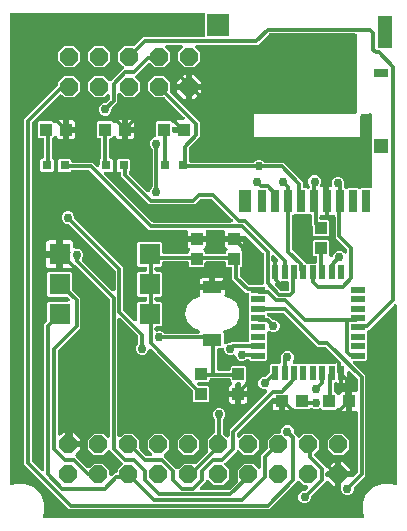
<source format=gbr>
G04 EAGLE Gerber RS-274X export*
G75*
%MOMM*%
%FSLAX34Y34*%
%LPD*%
%INTop Copper*%
%IPPOS*%
%AMOC8*
5,1,8,0,0,1.08239X$1,22.5*%
G01*
%ADD10R,1.100000X1.000000*%
%ADD11R,1.000000X1.100000*%
%ADD12P,1.649562X8X202.500000*%
%ADD13R,0.800000X0.800000*%
%ADD14R,1.600000X1.050000*%
%ADD15R,0.500000X1.200000*%
%ADD16R,1.200000X0.500000*%
%ADD17R,0.700000X1.900000*%
%ADD18R,1.000000X1.900000*%
%ADD19R,1.200000X1.200000*%
%ADD20R,1.200000X0.800000*%
%ADD21R,1.200000X2.800000*%
%ADD22R,1.900000X1.900000*%
%ADD23R,1.800000X1.800000*%
%ADD24P,1.649562X8X22.500000*%
%ADD25C,0.330200*%
%ADD26C,0.756400*%

G36*
X309586Y10936D02*
X309586Y10936D01*
X309705Y10940D01*
X309766Y10956D01*
X309829Y10963D01*
X309941Y11001D01*
X310056Y11031D01*
X310112Y11060D01*
X310172Y11080D01*
X310273Y11142D01*
X310379Y11196D01*
X310427Y11237D01*
X310481Y11270D01*
X310566Y11353D01*
X310657Y11429D01*
X310696Y11479D01*
X310741Y11523D01*
X310806Y11622D01*
X310879Y11716D01*
X310905Y11774D01*
X310940Y11827D01*
X310982Y11937D01*
X311032Y12045D01*
X311045Y12107D01*
X311068Y12166D01*
X311084Y12283D01*
X311109Y12399D01*
X311109Y12463D01*
X311118Y12525D01*
X311108Y12644D01*
X311108Y12762D01*
X311094Y12813D01*
X311088Y12887D01*
X311010Y13141D01*
X310993Y13205D01*
X309839Y15990D01*
X309839Y24010D01*
X312909Y31420D01*
X318580Y37091D01*
X325990Y40161D01*
X334010Y40161D01*
X336795Y39007D01*
X336909Y38974D01*
X337020Y38932D01*
X337083Y38924D01*
X337144Y38906D01*
X337262Y38898D01*
X337380Y38882D01*
X337443Y38887D01*
X337506Y38883D01*
X337623Y38902D01*
X337741Y38912D01*
X337802Y38930D01*
X337864Y38940D01*
X337974Y38984D01*
X338088Y39019D01*
X338143Y39051D01*
X338201Y39074D01*
X338299Y39141D01*
X338402Y39200D01*
X338449Y39243D01*
X338501Y39279D01*
X338582Y39365D01*
X338669Y39445D01*
X338706Y39497D01*
X338749Y39544D01*
X338809Y39646D01*
X338877Y39743D01*
X338901Y39802D01*
X338933Y39856D01*
X338969Y39969D01*
X339014Y40079D01*
X339021Y40131D01*
X339044Y40202D01*
X339068Y40466D01*
X339077Y40532D01*
X339077Y190648D01*
X339068Y190727D01*
X339070Y190807D01*
X339049Y190907D01*
X339037Y191009D01*
X339011Y191084D01*
X338995Y191162D01*
X338953Y191255D01*
X338920Y191352D01*
X338878Y191420D01*
X338845Y191492D01*
X338783Y191574D01*
X338730Y191661D01*
X338674Y191718D01*
X338626Y191782D01*
X338548Y191848D01*
X338477Y191921D01*
X338410Y191965D01*
X338349Y192016D01*
X338259Y192064D01*
X338173Y192120D01*
X338099Y192148D01*
X338028Y192185D01*
X337929Y192211D01*
X337834Y192247D01*
X337755Y192258D01*
X337678Y192279D01*
X337576Y192284D01*
X337475Y192298D01*
X337395Y192291D01*
X337315Y192295D01*
X337215Y192276D01*
X337113Y192268D01*
X337037Y192244D01*
X336958Y192230D01*
X336864Y192191D01*
X336767Y192160D01*
X336697Y192121D01*
X336624Y192090D01*
X336561Y192042D01*
X336452Y191980D01*
X336330Y191868D01*
X336259Y191814D01*
X336238Y191793D01*
X314966Y170521D01*
X314964Y170520D01*
X314816Y170469D01*
X314664Y170422D01*
X314644Y170410D01*
X314621Y170403D01*
X314487Y170320D01*
X314350Y170241D01*
X314332Y170225D01*
X314312Y170213D01*
X314199Y170103D01*
X314083Y169996D01*
X314069Y169977D01*
X314052Y169960D01*
X313965Y169828D01*
X313875Y169698D01*
X313866Y169676D01*
X313853Y169656D01*
X313814Y169553D01*
X313772Y169503D01*
X313761Y169482D01*
X313746Y169464D01*
X313677Y169322D01*
X313604Y169182D01*
X313598Y169159D01*
X313587Y169138D01*
X313550Y168985D01*
X313509Y168832D01*
X313508Y168808D01*
X313503Y168785D01*
X313500Y168628D01*
X313494Y168470D01*
X313498Y168446D01*
X313497Y168422D01*
X313530Y168268D01*
X313557Y168112D01*
X313567Y168091D01*
X313572Y168067D01*
X313637Y167923D01*
X313675Y167833D01*
X313675Y161318D01*
X313604Y161182D01*
X313598Y161159D01*
X313587Y161138D01*
X313550Y160985D01*
X313509Y160832D01*
X313508Y160808D01*
X313503Y160785D01*
X313500Y160628D01*
X313494Y160470D01*
X313498Y160446D01*
X313497Y160422D01*
X313530Y160268D01*
X313557Y160112D01*
X313567Y160091D01*
X313572Y160067D01*
X313637Y159923D01*
X313675Y159833D01*
X313675Y153318D01*
X313604Y153182D01*
X313598Y153159D01*
X313587Y153138D01*
X313550Y152985D01*
X313509Y152832D01*
X313508Y152808D01*
X313503Y152785D01*
X313500Y152628D01*
X313494Y152470D01*
X313498Y152446D01*
X313497Y152422D01*
X313530Y152268D01*
X313557Y152112D01*
X313567Y152091D01*
X313572Y152067D01*
X313637Y151923D01*
X313675Y151833D01*
X313675Y145448D01*
X312782Y144555D01*
X303086Y144555D01*
X303007Y144547D01*
X302928Y144548D01*
X302828Y144527D01*
X302725Y144515D01*
X302651Y144490D01*
X302573Y144474D01*
X302479Y144431D01*
X302382Y144398D01*
X302315Y144356D01*
X302243Y144324D01*
X302161Y144262D01*
X302073Y144208D01*
X302016Y144153D01*
X301953Y144105D01*
X301887Y144027D01*
X301813Y143955D01*
X301769Y143889D01*
X301718Y143828D01*
X301670Y143737D01*
X301614Y143651D01*
X301586Y143577D01*
X301550Y143507D01*
X301523Y143408D01*
X301487Y143312D01*
X301476Y143234D01*
X301455Y143157D01*
X301451Y143054D01*
X301436Y142953D01*
X301443Y142874D01*
X301439Y142795D01*
X301457Y142693D01*
X301466Y142591D01*
X301489Y142515D01*
X301503Y142437D01*
X301543Y142343D01*
X301574Y142245D01*
X301613Y142176D01*
X301644Y142103D01*
X301691Y142040D01*
X301754Y141930D01*
X301866Y141809D01*
X301919Y141738D01*
X309696Y133961D01*
X312040Y131617D01*
X312040Y46945D01*
X302589Y37494D01*
X302554Y37451D01*
X302514Y37413D01*
X302441Y37310D01*
X302362Y37211D01*
X302338Y37161D01*
X302306Y37115D01*
X302258Y36998D01*
X302203Y36885D01*
X302190Y36831D01*
X302169Y36780D01*
X302157Y36692D01*
X302119Y36532D01*
X302117Y36405D01*
X302106Y36327D01*
X302106Y35139D01*
X301298Y33189D01*
X299805Y31696D01*
X297855Y30888D01*
X295743Y30888D01*
X293793Y31696D01*
X292300Y33189D01*
X291492Y35139D01*
X291492Y37251D01*
X291714Y37785D01*
X291740Y37876D01*
X291776Y37964D01*
X291786Y38033D01*
X291815Y38133D01*
X291827Y38329D01*
X291839Y38417D01*
X291839Y45561D01*
X300990Y45561D01*
X301045Y45567D01*
X301100Y45564D01*
X301225Y45587D01*
X301351Y45601D01*
X301403Y45619D01*
X301458Y45628D01*
X301574Y45677D01*
X301694Y45718D01*
X301741Y45747D01*
X301792Y45769D01*
X301863Y45822D01*
X302003Y45908D01*
X302094Y45996D01*
X302157Y46044D01*
X305205Y49092D01*
X305240Y49135D01*
X305280Y49173D01*
X305353Y49276D01*
X305432Y49375D01*
X305456Y49425D01*
X305488Y49471D01*
X305536Y49587D01*
X305591Y49701D01*
X305604Y49755D01*
X305625Y49806D01*
X305637Y49894D01*
X305675Y50054D01*
X305677Y50181D01*
X305688Y50259D01*
X305688Y100309D01*
X305671Y100466D01*
X305658Y100623D01*
X305651Y100646D01*
X305648Y100670D01*
X305597Y100818D01*
X305550Y100970D01*
X305538Y100990D01*
X305531Y101013D01*
X305448Y101147D01*
X305369Y101284D01*
X305353Y101302D01*
X305341Y101322D01*
X305231Y101435D01*
X305124Y101551D01*
X305105Y101565D01*
X305088Y101582D01*
X304956Y101669D01*
X304826Y101759D01*
X304804Y101768D01*
X304784Y101781D01*
X304637Y101836D01*
X304491Y101896D01*
X304470Y101899D01*
X304445Y101908D01*
X304086Y101959D01*
X304059Y101956D01*
X304038Y101959D01*
X300999Y101959D01*
X300999Y109151D01*
X300982Y109308D01*
X300969Y109465D01*
X300962Y109488D01*
X300959Y109511D01*
X300908Y109660D01*
X300861Y109811D01*
X300849Y109832D01*
X300842Y109855D01*
X300759Y109989D01*
X300754Y109997D01*
X300799Y110061D01*
X300808Y110083D01*
X300821Y110103D01*
X300876Y110250D01*
X300936Y110397D01*
X300939Y110417D01*
X300948Y110442D01*
X300999Y110802D01*
X300996Y110829D01*
X300999Y110849D01*
X300999Y118041D01*
X304038Y118041D01*
X304195Y118058D01*
X304352Y118071D01*
X304375Y118078D01*
X304399Y118081D01*
X304548Y118132D01*
X304699Y118179D01*
X304719Y118191D01*
X304742Y118198D01*
X304876Y118281D01*
X305013Y118360D01*
X305031Y118376D01*
X305051Y118388D01*
X305164Y118498D01*
X305280Y118605D01*
X305294Y118624D01*
X305311Y118641D01*
X305398Y118773D01*
X305488Y118903D01*
X305497Y118925D01*
X305510Y118945D01*
X305565Y119092D01*
X305625Y119238D01*
X305628Y119259D01*
X305637Y119284D01*
X305688Y119644D01*
X305685Y119670D01*
X305688Y119691D01*
X305688Y128303D01*
X305682Y128358D01*
X305685Y128413D01*
X305662Y128538D01*
X305648Y128664D01*
X305630Y128716D01*
X305621Y128771D01*
X305572Y128887D01*
X305531Y129007D01*
X305502Y129054D01*
X305480Y129105D01*
X305427Y129176D01*
X305341Y129316D01*
X305253Y129407D01*
X305205Y129470D01*
X299508Y135167D01*
X299446Y135216D01*
X299391Y135273D01*
X299305Y135330D01*
X299225Y135394D01*
X299154Y135429D01*
X299087Y135472D01*
X298991Y135508D01*
X298899Y135553D01*
X298822Y135572D01*
X298748Y135599D01*
X298646Y135614D01*
X298546Y135638D01*
X298467Y135639D01*
X298388Y135650D01*
X298286Y135641D01*
X298183Y135643D01*
X298106Y135627D01*
X298027Y135620D01*
X297929Y135590D01*
X297828Y135569D01*
X297756Y135536D01*
X297680Y135512D01*
X297591Y135461D01*
X297498Y135419D01*
X297435Y135371D01*
X297366Y135332D01*
X297290Y135262D01*
X297208Y135200D01*
X297157Y135140D01*
X297099Y135086D01*
X297040Y135002D01*
X296973Y134924D01*
X296937Y134853D01*
X296891Y134789D01*
X296852Y134693D01*
X296805Y134602D01*
X296784Y134526D01*
X296754Y134453D01*
X296743Y134374D01*
X296710Y134252D01*
X296703Y134088D01*
X296691Y134000D01*
X296691Y127746D01*
X296518Y127099D01*
X296183Y126520D01*
X295710Y126047D01*
X295131Y125712D01*
X294484Y125539D01*
X293300Y125539D01*
X293300Y134080D01*
X293283Y134236D01*
X293270Y134394D01*
X293263Y134417D01*
X293261Y134440D01*
X293209Y134589D01*
X293162Y134740D01*
X293151Y134761D01*
X293143Y134783D01*
X293061Y134917D01*
X292982Y135055D01*
X292965Y135072D01*
X292953Y135093D01*
X292843Y135206D01*
X292736Y135322D01*
X292717Y135336D01*
X292700Y135353D01*
X292568Y135439D01*
X292439Y135529D01*
X292417Y135538D01*
X292397Y135551D01*
X292249Y135607D01*
X292103Y135667D01*
X292082Y135670D01*
X292057Y135679D01*
X291698Y135729D01*
X291697Y135729D01*
X291671Y135727D01*
X291650Y135730D01*
X291493Y135713D01*
X291336Y135700D01*
X291313Y135693D01*
X291289Y135690D01*
X291140Y135639D01*
X290989Y135592D01*
X290969Y135580D01*
X290946Y135572D01*
X290812Y135490D01*
X290675Y135411D01*
X290657Y135395D01*
X290637Y135382D01*
X290524Y135273D01*
X290407Y135166D01*
X290394Y135146D01*
X290377Y135130D01*
X290290Y134997D01*
X290200Y134868D01*
X290191Y134846D01*
X290178Y134826D01*
X290123Y134679D01*
X290063Y134532D01*
X290060Y134512D01*
X290051Y134486D01*
X290000Y134127D01*
X290002Y134100D01*
X290000Y134080D01*
X290000Y125539D01*
X288816Y125539D01*
X288169Y125712D01*
X287972Y125826D01*
X287931Y125844D01*
X287893Y125869D01*
X287766Y125917D01*
X287640Y125972D01*
X287596Y125981D01*
X287554Y125996D01*
X287419Y126015D01*
X287284Y126042D01*
X287239Y126040D01*
X287194Y126047D01*
X287058Y126036D01*
X286921Y126032D01*
X286878Y126021D01*
X286833Y126017D01*
X286702Y125977D01*
X286569Y125943D01*
X286529Y125923D01*
X286486Y125909D01*
X286368Y125841D01*
X286246Y125779D01*
X286211Y125751D01*
X286172Y125729D01*
X286071Y125636D01*
X285965Y125549D01*
X285938Y125514D01*
X285905Y125483D01*
X285827Y125371D01*
X285742Y125263D01*
X285723Y125222D01*
X285697Y125186D01*
X285646Y125059D01*
X285587Y124935D01*
X285577Y124891D01*
X285560Y124850D01*
X285548Y124761D01*
X285507Y124581D01*
X285507Y124469D01*
X285497Y124397D01*
X285497Y118675D01*
X285514Y118518D01*
X285527Y118361D01*
X285534Y118338D01*
X285537Y118314D01*
X285588Y118166D01*
X285635Y118014D01*
X285647Y117994D01*
X285654Y117971D01*
X285737Y117837D01*
X285816Y117700D01*
X285832Y117682D01*
X285844Y117662D01*
X285954Y117549D01*
X286061Y117433D01*
X286080Y117419D01*
X286097Y117402D01*
X286229Y117315D01*
X286359Y117225D01*
X286381Y117216D01*
X286401Y117203D01*
X286548Y117148D01*
X286694Y117088D01*
X286715Y117085D01*
X286740Y117076D01*
X287099Y117025D01*
X287126Y117028D01*
X287129Y117027D01*
X288381Y115776D01*
X288416Y115747D01*
X288446Y115714D01*
X288557Y115634D01*
X288664Y115549D01*
X288704Y115529D01*
X288741Y115503D01*
X288867Y115449D01*
X288990Y115389D01*
X289034Y115379D01*
X289075Y115361D01*
X289210Y115337D01*
X289343Y115305D01*
X289388Y115304D01*
X289432Y115296D01*
X289569Y115302D01*
X289705Y115300D01*
X289749Y115309D01*
X289794Y115311D01*
X289927Y115346D01*
X290061Y115374D01*
X290102Y115393D01*
X290145Y115404D01*
X290266Y115467D01*
X290391Y115524D01*
X290427Y115551D01*
X290467Y115572D01*
X290571Y115660D01*
X290681Y115742D01*
X290710Y115777D01*
X290744Y115806D01*
X290827Y115915D01*
X290915Y116019D01*
X290936Y116059D01*
X290963Y116095D01*
X290998Y116177D01*
X291084Y116340D01*
X291113Y116447D01*
X291467Y117060D01*
X291940Y117533D01*
X292519Y117868D01*
X293166Y118041D01*
X296001Y118041D01*
X296001Y110849D01*
X296018Y110692D01*
X296031Y110535D01*
X296038Y110512D01*
X296041Y110489D01*
X296092Y110340D01*
X296139Y110189D01*
X296151Y110168D01*
X296158Y110145D01*
X296241Y110011D01*
X296246Y110003D01*
X296201Y109939D01*
X296192Y109917D01*
X296179Y109897D01*
X296124Y109750D01*
X296064Y109603D01*
X296061Y109583D01*
X296052Y109558D01*
X296001Y109198D01*
X296004Y109171D01*
X296001Y109151D01*
X296001Y101959D01*
X293166Y101959D01*
X292519Y102132D01*
X291940Y102467D01*
X291467Y102940D01*
X291124Y103534D01*
X291116Y103570D01*
X291060Y103695D01*
X291010Y103823D01*
X290985Y103860D01*
X290966Y103901D01*
X290884Y104010D01*
X290807Y104124D01*
X290775Y104154D01*
X290748Y104190D01*
X290643Y104279D01*
X290544Y104373D01*
X290505Y104396D01*
X290471Y104425D01*
X290350Y104489D01*
X290232Y104559D01*
X290190Y104573D01*
X290150Y104594D01*
X290018Y104630D01*
X289888Y104672D01*
X289843Y104677D01*
X289800Y104688D01*
X289663Y104694D01*
X289527Y104708D01*
X289482Y104702D01*
X289437Y104704D01*
X289303Y104680D01*
X289167Y104663D01*
X289124Y104648D01*
X289080Y104640D01*
X288954Y104587D01*
X288825Y104541D01*
X288787Y104517D01*
X288746Y104500D01*
X288674Y104446D01*
X288518Y104347D01*
X288439Y104269D01*
X288381Y104224D01*
X287132Y102975D01*
X275868Y102975D01*
X275099Y103744D01*
X275087Y103754D01*
X275077Y103767D01*
X274945Y103868D01*
X274816Y103971D01*
X274802Y103978D01*
X274789Y103988D01*
X274638Y104058D01*
X274490Y104131D01*
X274475Y104134D01*
X274460Y104141D01*
X274298Y104177D01*
X274137Y104215D01*
X274121Y104215D01*
X274106Y104219D01*
X273940Y104218D01*
X273775Y104220D01*
X273759Y104217D01*
X273743Y104217D01*
X273679Y104200D01*
X273419Y104146D01*
X273352Y104115D01*
X273301Y104102D01*
X271312Y103278D01*
X269200Y103278D01*
X267180Y104115D01*
X267170Y104124D01*
X267149Y104135D01*
X267130Y104150D01*
X266988Y104219D01*
X266848Y104293D01*
X266825Y104299D01*
X266804Y104309D01*
X266651Y104346D01*
X266498Y104387D01*
X266474Y104388D01*
X266451Y104394D01*
X266294Y104396D01*
X266136Y104403D01*
X266112Y104398D01*
X266088Y104399D01*
X265934Y104367D01*
X265779Y104339D01*
X265757Y104330D01*
X265733Y104325D01*
X265590Y104259D01*
X265444Y104198D01*
X265427Y104186D01*
X265403Y104175D01*
X265113Y103956D01*
X265096Y103936D01*
X265079Y103923D01*
X264632Y103475D01*
X252368Y103475D01*
X251788Y104056D01*
X251779Y104063D01*
X251773Y104071D01*
X251637Y104177D01*
X251504Y104283D01*
X251495Y104288D01*
X251487Y104294D01*
X251331Y104368D01*
X251179Y104442D01*
X251168Y104445D01*
X251159Y104449D01*
X250992Y104487D01*
X250826Y104527D01*
X250815Y104527D01*
X250805Y104529D01*
X250633Y104529D01*
X250463Y104532D01*
X250453Y104530D01*
X250442Y104530D01*
X250275Y104493D01*
X250108Y104458D01*
X250098Y104453D01*
X250088Y104451D01*
X249933Y104378D01*
X249777Y104308D01*
X249769Y104301D01*
X249759Y104297D01*
X249624Y104192D01*
X249488Y104089D01*
X249481Y104081D01*
X249473Y104075D01*
X249440Y104033D01*
X249253Y103813D01*
X249222Y103753D01*
X249191Y103714D01*
X249033Y103440D01*
X248560Y102967D01*
X247981Y102632D01*
X247334Y102459D01*
X243999Y102459D01*
X243999Y109151D01*
X243982Y109308D01*
X243969Y109465D01*
X243962Y109488D01*
X243959Y109511D01*
X243908Y109660D01*
X243861Y109811D01*
X243849Y109832D01*
X243842Y109855D01*
X243759Y109989D01*
X243680Y110126D01*
X243664Y110143D01*
X243652Y110164D01*
X243542Y110277D01*
X243435Y110393D01*
X243416Y110407D01*
X243399Y110424D01*
X243267Y110511D01*
X243137Y110600D01*
X243115Y110609D01*
X243095Y110623D01*
X242948Y110678D01*
X242802Y110738D01*
X242781Y110741D01*
X242756Y110750D01*
X242397Y110800D01*
X242370Y110798D01*
X242349Y110801D01*
X242301Y110801D01*
X242301Y110849D01*
X242284Y111006D01*
X242271Y111163D01*
X242264Y111186D01*
X242261Y111210D01*
X242210Y111358D01*
X242163Y111510D01*
X242151Y111530D01*
X242143Y111553D01*
X242061Y111687D01*
X241982Y111824D01*
X241966Y111842D01*
X241954Y111862D01*
X241844Y111975D01*
X241737Y112091D01*
X241717Y112105D01*
X241701Y112122D01*
X241568Y112209D01*
X241439Y112299D01*
X241417Y112308D01*
X241397Y112321D01*
X241250Y112376D01*
X241103Y112436D01*
X241083Y112439D01*
X241058Y112448D01*
X240698Y112499D01*
X240671Y112496D01*
X240651Y112499D01*
X233498Y112499D01*
X233443Y112493D01*
X233388Y112496D01*
X233263Y112473D01*
X233137Y112459D01*
X233085Y112441D01*
X233030Y112432D01*
X232914Y112383D01*
X232794Y112342D01*
X232747Y112313D01*
X232696Y112291D01*
X232625Y112238D01*
X232485Y112152D01*
X232394Y112064D01*
X232331Y112016D01*
X203938Y83623D01*
X203903Y83580D01*
X203863Y83542D01*
X203790Y83439D01*
X203711Y83340D01*
X203687Y83290D01*
X203655Y83244D01*
X203607Y83127D01*
X203552Y83014D01*
X203539Y82960D01*
X203518Y82909D01*
X203506Y82821D01*
X203468Y82661D01*
X203466Y82534D01*
X203455Y82456D01*
X203455Y80771D01*
X203463Y80693D01*
X203462Y80614D01*
X203483Y80513D01*
X203495Y80411D01*
X203520Y80336D01*
X203536Y80258D01*
X203579Y80165D01*
X203612Y80068D01*
X203654Y80000D01*
X203686Y79928D01*
X203748Y79846D01*
X203802Y79758D01*
X203857Y79702D01*
X203905Y79639D01*
X203983Y79572D01*
X204055Y79498D01*
X204121Y79455D01*
X204182Y79404D01*
X204273Y79356D01*
X204359Y79300D01*
X204433Y79272D01*
X204503Y79235D01*
X204602Y79208D01*
X204698Y79172D01*
X204776Y79161D01*
X204853Y79140D01*
X204956Y79136D01*
X205057Y79122D01*
X205136Y79128D01*
X205215Y79125D01*
X205317Y79143D01*
X205419Y79151D01*
X205495Y79175D01*
X205573Y79189D01*
X205667Y79228D01*
X205765Y79259D01*
X205834Y79299D01*
X205907Y79329D01*
X205970Y79377D01*
X206080Y79440D01*
X206201Y79551D01*
X206272Y79604D01*
X209312Y82645D01*
X216888Y82645D01*
X222245Y77288D01*
X222245Y69712D01*
X216888Y64355D01*
X209312Y64355D01*
X205397Y68270D01*
X205274Y68369D01*
X205154Y68471D01*
X205133Y68482D01*
X205114Y68497D01*
X204973Y68566D01*
X204833Y68640D01*
X204810Y68646D01*
X204788Y68656D01*
X204635Y68693D01*
X204482Y68734D01*
X204458Y68735D01*
X204435Y68741D01*
X204278Y68743D01*
X204120Y68750D01*
X204096Y68746D01*
X204073Y68746D01*
X203918Y68714D01*
X203763Y68686D01*
X203741Y68677D01*
X203717Y68672D01*
X203573Y68607D01*
X203428Y68546D01*
X203412Y68533D01*
X203387Y68522D01*
X203097Y68303D01*
X203080Y68283D01*
X203063Y68270D01*
X192930Y58137D01*
X192831Y58014D01*
X192729Y57893D01*
X192718Y57872D01*
X192703Y57853D01*
X192634Y57712D01*
X192560Y57572D01*
X192554Y57549D01*
X192544Y57528D01*
X192507Y57375D01*
X192466Y57222D01*
X192465Y57198D01*
X192459Y57175D01*
X192457Y57017D01*
X192450Y56859D01*
X192454Y56836D01*
X192454Y56812D01*
X192486Y56657D01*
X192514Y56502D01*
X192523Y56480D01*
X192528Y56457D01*
X192593Y56313D01*
X192654Y56168D01*
X192667Y56151D01*
X192678Y56126D01*
X192897Y55837D01*
X192917Y55819D01*
X192930Y55803D01*
X196845Y51888D01*
X196845Y44312D01*
X191488Y38955D01*
X183912Y38955D01*
X179729Y43139D01*
X179667Y43188D01*
X179612Y43245D01*
X179526Y43301D01*
X179446Y43365D01*
X179375Y43400D01*
X179308Y43443D01*
X179212Y43480D01*
X179120Y43525D01*
X179043Y43543D01*
X178969Y43571D01*
X178867Y43585D01*
X178767Y43609D01*
X178688Y43610D01*
X178609Y43621D01*
X178507Y43613D01*
X178404Y43614D01*
X178327Y43598D01*
X178248Y43592D01*
X178150Y43561D01*
X178049Y43540D01*
X177977Y43507D01*
X177901Y43484D01*
X177812Y43433D01*
X177719Y43390D01*
X177656Y43343D01*
X177587Y43303D01*
X177511Y43234D01*
X177429Y43172D01*
X177378Y43111D01*
X177320Y43058D01*
X177261Y42973D01*
X177194Y42895D01*
X177158Y42825D01*
X177112Y42760D01*
X177073Y42665D01*
X177026Y42574D01*
X177005Y42498D01*
X176975Y42424D01*
X176964Y42346D01*
X176931Y42224D01*
X176927Y42134D01*
X172155Y37362D01*
X172106Y37300D01*
X172049Y37245D01*
X171992Y37159D01*
X171928Y37079D01*
X171893Y37008D01*
X171850Y36941D01*
X171814Y36845D01*
X171769Y36753D01*
X171750Y36676D01*
X171723Y36602D01*
X171708Y36500D01*
X171684Y36400D01*
X171683Y36321D01*
X171672Y36242D01*
X171681Y36140D01*
X171679Y36037D01*
X171695Y35960D01*
X171702Y35881D01*
X171732Y35783D01*
X171753Y35682D01*
X171786Y35610D01*
X171810Y35534D01*
X171861Y35445D01*
X171903Y35352D01*
X171951Y35289D01*
X171990Y35220D01*
X172060Y35144D01*
X172122Y35062D01*
X172182Y35011D01*
X172236Y34953D01*
X172320Y34894D01*
X172398Y34827D01*
X172469Y34791D01*
X172533Y34745D01*
X172629Y34706D01*
X172720Y34659D01*
X172796Y34638D01*
X172869Y34608D01*
X172948Y34597D01*
X173070Y34564D01*
X173234Y34557D01*
X173322Y34545D01*
X195867Y34545D01*
X195922Y34551D01*
X195977Y34548D01*
X196102Y34571D01*
X196228Y34585D01*
X196280Y34603D01*
X196335Y34612D01*
X196451Y34661D01*
X196571Y34702D01*
X196618Y34731D01*
X196669Y34753D01*
X196740Y34806D01*
X196880Y34892D01*
X196971Y34980D01*
X197034Y35028D01*
X203970Y41964D01*
X204068Y42087D01*
X204171Y42207D01*
X204182Y42228D01*
X204197Y42247D01*
X204266Y42389D01*
X204339Y42529D01*
X204345Y42552D01*
X204356Y42573D01*
X204393Y42726D01*
X204434Y42879D01*
X204435Y42903D01*
X204440Y42926D01*
X204443Y43083D01*
X204449Y43241D01*
X204445Y43265D01*
X204446Y43289D01*
X204413Y43443D01*
X204385Y43598D01*
X204376Y43620D01*
X204371Y43644D01*
X204306Y43788D01*
X204245Y43933D01*
X204233Y43949D01*
X204221Y43974D01*
X204003Y44264D01*
X203982Y44281D01*
X203970Y44298D01*
X203955Y44312D01*
X203955Y51888D01*
X209312Y57245D01*
X216888Y57245D01*
X220829Y53303D01*
X220891Y53254D01*
X220946Y53197D01*
X221032Y53141D01*
X221112Y53077D01*
X221183Y53042D01*
X221250Y52999D01*
X221346Y52962D01*
X221438Y52917D01*
X221515Y52899D01*
X221589Y52871D01*
X221691Y52857D01*
X221791Y52833D01*
X221870Y52832D01*
X221949Y52821D01*
X222051Y52829D01*
X222154Y52828D01*
X222231Y52844D01*
X222310Y52850D01*
X222408Y52881D01*
X222509Y52902D01*
X222581Y52935D01*
X222657Y52958D01*
X222746Y53009D01*
X222839Y53052D01*
X222902Y53099D01*
X222971Y53139D01*
X223047Y53208D01*
X223129Y53270D01*
X223180Y53331D01*
X223238Y53384D01*
X223297Y53469D01*
X223364Y53547D01*
X223400Y53617D01*
X223446Y53682D01*
X223485Y53777D01*
X223532Y53868D01*
X223553Y53944D01*
X223583Y54018D01*
X223594Y54096D01*
X223627Y54218D01*
X223634Y54383D01*
X223646Y54470D01*
X223646Y64053D01*
X228872Y69279D01*
X228907Y69322D01*
X228947Y69360D01*
X229020Y69463D01*
X229099Y69562D01*
X229123Y69612D01*
X229155Y69657D01*
X229203Y69775D01*
X229258Y69888D01*
X229271Y69942D01*
X229292Y69993D01*
X229304Y70081D01*
X229342Y70241D01*
X229344Y70368D01*
X229355Y70446D01*
X229355Y77288D01*
X234712Y82645D01*
X239169Y82645D01*
X239326Y82662D01*
X239483Y82675D01*
X239506Y82682D01*
X239530Y82685D01*
X239678Y82736D01*
X239830Y82783D01*
X239850Y82795D01*
X239873Y82802D01*
X240007Y82885D01*
X240144Y82964D01*
X240162Y82980D01*
X240182Y82992D01*
X240295Y83102D01*
X240411Y83209D01*
X240425Y83228D01*
X240442Y83245D01*
X240529Y83377D01*
X240619Y83507D01*
X240628Y83529D01*
X240641Y83549D01*
X240696Y83696D01*
X240756Y83842D01*
X240759Y83863D01*
X240768Y83888D01*
X240819Y84247D01*
X240816Y84274D01*
X240819Y84295D01*
X240819Y85511D01*
X241627Y87461D01*
X243120Y88954D01*
X245070Y89762D01*
X247182Y89762D01*
X249132Y88954D01*
X250625Y87461D01*
X251433Y85511D01*
X251433Y84323D01*
X251439Y84268D01*
X251436Y84213D01*
X251459Y84088D01*
X251473Y83962D01*
X251491Y83910D01*
X251500Y83855D01*
X251549Y83739D01*
X251590Y83619D01*
X251619Y83572D01*
X251641Y83521D01*
X251694Y83450D01*
X251780Y83310D01*
X251868Y83219D01*
X251916Y83156D01*
X254128Y80944D01*
X254128Y80644D01*
X254136Y80566D01*
X254135Y80487D01*
X254156Y80386D01*
X254168Y80284D01*
X254193Y80209D01*
X254209Y80131D01*
X254252Y80038D01*
X254285Y79941D01*
X254327Y79873D01*
X254359Y79801D01*
X254421Y79719D01*
X254475Y79631D01*
X254530Y79575D01*
X254578Y79512D01*
X254656Y79445D01*
X254728Y79371D01*
X254794Y79328D01*
X254855Y79277D01*
X254946Y79229D01*
X255032Y79173D01*
X255106Y79145D01*
X255176Y79108D01*
X255275Y79081D01*
X255371Y79045D01*
X255449Y79034D01*
X255526Y79013D01*
X255629Y79009D01*
X255730Y78995D01*
X255809Y79001D01*
X255888Y78998D01*
X255990Y79016D01*
X256092Y79024D01*
X256168Y79048D01*
X256246Y79062D01*
X256340Y79101D01*
X256438Y79132D01*
X256507Y79172D01*
X256580Y79202D01*
X256643Y79250D01*
X256753Y79313D01*
X256874Y79424D01*
X256945Y79477D01*
X260112Y82645D01*
X267688Y82645D01*
X273045Y77288D01*
X273045Y69712D01*
X269163Y65830D01*
X269064Y65707D01*
X268962Y65587D01*
X268951Y65566D01*
X268936Y65547D01*
X268867Y65406D01*
X268793Y65266D01*
X268787Y65242D01*
X268777Y65221D01*
X268740Y65068D01*
X268699Y64915D01*
X268698Y64891D01*
X268692Y64868D01*
X268690Y64711D01*
X268683Y64553D01*
X268687Y64529D01*
X268687Y64505D01*
X268719Y64351D01*
X268747Y64196D01*
X268756Y64174D01*
X268761Y64150D01*
X268826Y64006D01*
X268887Y63861D01*
X268900Y63845D01*
X268911Y63820D01*
X269130Y63530D01*
X269150Y63513D01*
X269163Y63496D01*
X275914Y56745D01*
X278578Y54081D01*
X278701Y53983D01*
X278821Y53880D01*
X278843Y53869D01*
X278861Y53854D01*
X279003Y53785D01*
X279143Y53712D01*
X279166Y53705D01*
X279187Y53695D01*
X279340Y53658D01*
X279493Y53617D01*
X279517Y53616D01*
X279540Y53611D01*
X279697Y53608D01*
X279855Y53602D01*
X279879Y53606D01*
X279903Y53605D01*
X280057Y53638D01*
X280212Y53665D01*
X280234Y53675D01*
X280258Y53680D01*
X280402Y53745D01*
X280547Y53806D01*
X280564Y53818D01*
X280588Y53830D01*
X280878Y54048D01*
X280895Y54069D01*
X280912Y54081D01*
X285091Y58261D01*
X286761Y58261D01*
X286761Y50639D01*
X279908Y50639D01*
X279751Y50622D01*
X279594Y50609D01*
X279571Y50602D01*
X279547Y50599D01*
X279399Y50548D01*
X279247Y50501D01*
X279227Y50489D01*
X279204Y50482D01*
X279070Y50399D01*
X278933Y50320D01*
X278915Y50304D01*
X278895Y50292D01*
X278782Y50182D01*
X278666Y50075D01*
X278652Y50056D01*
X278635Y50039D01*
X278548Y49907D01*
X278458Y49777D01*
X278449Y49755D01*
X278436Y49735D01*
X278381Y49588D01*
X278321Y49442D01*
X278318Y49421D01*
X278309Y49396D01*
X278258Y49037D01*
X278261Y49010D01*
X278258Y48989D01*
X278258Y47211D01*
X278275Y47054D01*
X278288Y46897D01*
X278295Y46874D01*
X278298Y46850D01*
X278349Y46702D01*
X278396Y46550D01*
X278408Y46530D01*
X278415Y46507D01*
X278498Y46373D01*
X278577Y46236D01*
X278593Y46218D01*
X278605Y46198D01*
X278715Y46085D01*
X278822Y45969D01*
X278841Y45955D01*
X278858Y45938D01*
X278990Y45851D01*
X279120Y45761D01*
X279142Y45752D01*
X279162Y45739D01*
X279309Y45684D01*
X279455Y45624D01*
X279476Y45621D01*
X279501Y45612D01*
X279860Y45561D01*
X279887Y45564D01*
X279908Y45561D01*
X286761Y45561D01*
X286761Y37939D01*
X285091Y37939D01*
X280752Y42279D01*
X280629Y42377D01*
X280508Y42480D01*
X280487Y42491D01*
X280469Y42506D01*
X280327Y42575D01*
X280187Y42648D01*
X280164Y42655D01*
X280143Y42665D01*
X279990Y42702D01*
X279837Y42743D01*
X279813Y42744D01*
X279790Y42749D01*
X279633Y42752D01*
X279474Y42758D01*
X279451Y42754D01*
X279427Y42755D01*
X279273Y42722D01*
X279117Y42695D01*
X279095Y42685D01*
X279072Y42680D01*
X278928Y42615D01*
X278783Y42554D01*
X278766Y42542D01*
X278742Y42530D01*
X278452Y42312D01*
X278435Y42291D01*
X278418Y42279D01*
X266394Y30255D01*
X266359Y30212D01*
X266319Y30174D01*
X266246Y30071D01*
X266167Y29972D01*
X266143Y29922D01*
X266111Y29877D01*
X266063Y29759D01*
X266008Y29646D01*
X265995Y29592D01*
X265974Y29541D01*
X265968Y29500D01*
X265962Y29482D01*
X265952Y29411D01*
X265924Y29293D01*
X265922Y29200D01*
X265911Y29123D01*
X265913Y29104D01*
X265911Y29088D01*
X265911Y27900D01*
X265103Y25950D01*
X263610Y24457D01*
X261660Y23649D01*
X259548Y23649D01*
X257598Y24457D01*
X256105Y25950D01*
X255297Y27900D01*
X255297Y30012D01*
X256105Y31962D01*
X257598Y33455D01*
X259548Y34263D01*
X260736Y34263D01*
X260791Y34269D01*
X260846Y34266D01*
X260971Y34289D01*
X261097Y34303D01*
X261149Y34321D01*
X261204Y34330D01*
X261320Y34379D01*
X261440Y34420D01*
X261487Y34449D01*
X261538Y34471D01*
X261609Y34524D01*
X261749Y34610D01*
X261840Y34698D01*
X261903Y34746D01*
X263295Y36138D01*
X263344Y36200D01*
X263401Y36255D01*
X263458Y36341D01*
X263522Y36421D01*
X263557Y36492D01*
X263600Y36559D01*
X263636Y36655D01*
X263681Y36747D01*
X263700Y36824D01*
X263727Y36898D01*
X263742Y37000D01*
X263766Y37100D01*
X263767Y37179D01*
X263778Y37258D01*
X263769Y37360D01*
X263771Y37463D01*
X263755Y37540D01*
X263748Y37619D01*
X263718Y37717D01*
X263697Y37818D01*
X263664Y37890D01*
X263640Y37966D01*
X263589Y38055D01*
X263547Y38148D01*
X263499Y38211D01*
X263460Y38280D01*
X263390Y38356D01*
X263328Y38438D01*
X263268Y38489D01*
X263214Y38547D01*
X263130Y38606D01*
X263052Y38673D01*
X262981Y38710D01*
X262917Y38755D01*
X262821Y38794D01*
X262730Y38841D01*
X262654Y38862D01*
X262581Y38892D01*
X262502Y38903D01*
X262380Y38936D01*
X262216Y38943D01*
X262128Y38955D01*
X260112Y38955D01*
X256705Y42362D01*
X256582Y42461D01*
X256462Y42563D01*
X256441Y42574D01*
X256422Y42589D01*
X256281Y42658D01*
X256141Y42732D01*
X256117Y42738D01*
X256096Y42748D01*
X255943Y42785D01*
X255790Y42826D01*
X255766Y42827D01*
X255743Y42833D01*
X255586Y42835D01*
X255428Y42842D01*
X255404Y42838D01*
X255380Y42838D01*
X255226Y42806D01*
X255071Y42778D01*
X255049Y42769D01*
X255025Y42764D01*
X254881Y42699D01*
X254736Y42638D01*
X254720Y42625D01*
X254695Y42614D01*
X254405Y42395D01*
X254388Y42375D01*
X254371Y42362D01*
X232894Y20885D01*
X230550Y18541D01*
X61423Y18541D01*
X23367Y56597D01*
X23367Y348787D01*
X51572Y376992D01*
X51607Y377035D01*
X51647Y377073D01*
X51720Y377176D01*
X51799Y377275D01*
X51823Y377325D01*
X51855Y377371D01*
X51903Y377488D01*
X51958Y377601D01*
X51971Y377655D01*
X51992Y377706D01*
X52004Y377794D01*
X52042Y377954D01*
X52044Y378081D01*
X52055Y378159D01*
X52055Y380288D01*
X57412Y385645D01*
X64988Y385645D01*
X70345Y380288D01*
X70345Y372712D01*
X64988Y367355D01*
X57412Y367355D01*
X55332Y369436D01*
X55209Y369534D01*
X55088Y369637D01*
X55067Y369648D01*
X55048Y369663D01*
X54907Y369732D01*
X54767Y369805D01*
X54744Y369811D01*
X54723Y369822D01*
X54570Y369859D01*
X54417Y369900D01*
X54393Y369901D01*
X54370Y369906D01*
X54212Y369909D01*
X54054Y369915D01*
X54031Y369911D01*
X54007Y369912D01*
X53852Y369879D01*
X53697Y369851D01*
X53675Y369842D01*
X53652Y369837D01*
X53508Y369772D01*
X53363Y369711D01*
X53346Y369699D01*
X53322Y369687D01*
X53032Y369469D01*
X53014Y369448D01*
X52998Y369436D01*
X30202Y346640D01*
X30167Y346597D01*
X30127Y346559D01*
X30054Y346456D01*
X29975Y346357D01*
X29951Y346307D01*
X29919Y346261D01*
X29871Y346144D01*
X29816Y346031D01*
X29803Y345977D01*
X29782Y345926D01*
X29770Y345838D01*
X29732Y345678D01*
X29730Y345551D01*
X29719Y345473D01*
X29719Y59911D01*
X29725Y59856D01*
X29722Y59801D01*
X29745Y59676D01*
X29759Y59550D01*
X29777Y59498D01*
X29786Y59443D01*
X29835Y59327D01*
X29876Y59207D01*
X29905Y59160D01*
X29927Y59109D01*
X29980Y59038D01*
X30066Y58898D01*
X30154Y58807D01*
X30202Y58744D01*
X37441Y51505D01*
X37503Y51456D01*
X37558Y51399D01*
X37644Y51342D01*
X37724Y51278D01*
X37795Y51243D01*
X37862Y51200D01*
X37958Y51164D01*
X38050Y51119D01*
X38127Y51100D01*
X38201Y51073D01*
X38303Y51058D01*
X38403Y51034D01*
X38482Y51033D01*
X38561Y51022D01*
X38663Y51031D01*
X38766Y51029D01*
X38843Y51045D01*
X38922Y51052D01*
X39020Y51082D01*
X39121Y51103D01*
X39193Y51136D01*
X39269Y51160D01*
X39358Y51211D01*
X39451Y51253D01*
X39514Y51301D01*
X39583Y51340D01*
X39659Y51410D01*
X39741Y51472D01*
X39792Y51532D01*
X39850Y51586D01*
X39909Y51670D01*
X39976Y51748D01*
X40012Y51819D01*
X40058Y51883D01*
X40097Y51978D01*
X40144Y52070D01*
X40165Y52146D01*
X40195Y52219D01*
X40206Y52298D01*
X40239Y52420D01*
X40246Y52584D01*
X40258Y52672D01*
X40258Y175051D01*
X42112Y176905D01*
X42147Y176948D01*
X42187Y176986D01*
X42260Y177089D01*
X42339Y177188D01*
X42363Y177238D01*
X42395Y177283D01*
X42443Y177401D01*
X42498Y177514D01*
X42511Y177568D01*
X42532Y177619D01*
X42544Y177707D01*
X42582Y177867D01*
X42584Y177994D01*
X42595Y178072D01*
X42595Y193572D01*
X43488Y194465D01*
X60077Y194465D01*
X60156Y194473D01*
X60235Y194472D01*
X60335Y194493D01*
X60438Y194505D01*
X60513Y194530D01*
X60590Y194546D01*
X60684Y194589D01*
X60781Y194622D01*
X60848Y194664D01*
X60920Y194696D01*
X61003Y194758D01*
X61090Y194812D01*
X61147Y194867D01*
X61210Y194915D01*
X61276Y194993D01*
X61350Y195065D01*
X61394Y195131D01*
X61445Y195192D01*
X61493Y195282D01*
X61549Y195369D01*
X61577Y195443D01*
X61613Y195513D01*
X61640Y195612D01*
X61676Y195708D01*
X61687Y195786D01*
X61708Y195863D01*
X61712Y195966D01*
X61727Y196067D01*
X61720Y196146D01*
X61724Y196225D01*
X61706Y196327D01*
X61697Y196429D01*
X61674Y196505D01*
X61660Y196583D01*
X61620Y196677D01*
X61589Y196775D01*
X61550Y196844D01*
X61519Y196917D01*
X61472Y196980D01*
X61409Y197090D01*
X61297Y197211D01*
X61244Y197282D01*
X60294Y198232D01*
X60251Y198267D01*
X60213Y198307D01*
X60109Y198380D01*
X60011Y198459D01*
X59961Y198483D01*
X59915Y198515D01*
X59798Y198563D01*
X59685Y198618D01*
X59631Y198631D01*
X59580Y198652D01*
X59492Y198664D01*
X59332Y198702D01*
X59205Y198704D01*
X59127Y198715D01*
X43488Y198715D01*
X42595Y199608D01*
X42595Y218872D01*
X43488Y219765D01*
X62752Y219765D01*
X63645Y218872D01*
X63645Y204547D01*
X63651Y204492D01*
X63648Y204437D01*
X63671Y204312D01*
X63685Y204186D01*
X63703Y204134D01*
X63712Y204079D01*
X63761Y203963D01*
X63802Y203843D01*
X63831Y203796D01*
X63853Y203745D01*
X63906Y203674D01*
X63992Y203534D01*
X64080Y203443D01*
X64128Y203380D01*
X70740Y196768D01*
X70740Y172421D01*
X51919Y153600D01*
X51884Y153557D01*
X51844Y153519D01*
X51771Y153416D01*
X51692Y153317D01*
X51668Y153267D01*
X51636Y153221D01*
X51588Y153104D01*
X51533Y152991D01*
X51520Y152937D01*
X51499Y152886D01*
X51487Y152798D01*
X51449Y152638D01*
X51447Y152511D01*
X51436Y152433D01*
X51436Y82589D01*
X51444Y82511D01*
X51443Y82431D01*
X51464Y82331D01*
X51476Y82229D01*
X51501Y82154D01*
X51517Y82076D01*
X51560Y81983D01*
X51593Y81885D01*
X51635Y81818D01*
X51667Y81746D01*
X51729Y81664D01*
X51783Y81576D01*
X51838Y81520D01*
X51886Y81456D01*
X51964Y81390D01*
X52036Y81316D01*
X52102Y81273D01*
X52163Y81222D01*
X52254Y81174D01*
X52340Y81117D01*
X52414Y81090D01*
X52484Y81053D01*
X52583Y81026D01*
X52679Y80990D01*
X52757Y80979D01*
X52834Y80958D01*
X52937Y80954D01*
X53038Y80940D01*
X53117Y80946D01*
X53196Y80943D01*
X53298Y80961D01*
X53400Y80969D01*
X53476Y80993D01*
X53554Y81007D01*
X53648Y81046D01*
X53746Y81077D01*
X53815Y81116D01*
X53888Y81147D01*
X53951Y81195D01*
X54061Y81258D01*
X54182Y81369D01*
X54253Y81422D01*
X56491Y83661D01*
X58161Y83661D01*
X58161Y74389D01*
X58178Y74232D01*
X58191Y74075D01*
X58198Y74052D01*
X58201Y74029D01*
X58252Y73880D01*
X58299Y73729D01*
X58311Y73708D01*
X58318Y73685D01*
X58401Y73551D01*
X58480Y73414D01*
X58496Y73397D01*
X58508Y73376D01*
X58618Y73263D01*
X58725Y73147D01*
X58744Y73133D01*
X58761Y73116D01*
X58893Y73029D01*
X59022Y72940D01*
X59045Y72931D01*
X59065Y72917D01*
X59212Y72862D01*
X59358Y72802D01*
X59379Y72799D01*
X59404Y72790D01*
X59763Y72740D01*
X59790Y72742D01*
X59811Y72739D01*
X59939Y72739D01*
X59939Y72611D01*
X59956Y72454D01*
X59969Y72297D01*
X59976Y72274D01*
X59979Y72250D01*
X60030Y72102D01*
X60077Y71950D01*
X60089Y71930D01*
X60097Y71907D01*
X60179Y71773D01*
X60258Y71636D01*
X60274Y71618D01*
X60286Y71598D01*
X60396Y71485D01*
X60503Y71369D01*
X60523Y71355D01*
X60539Y71338D01*
X60672Y71251D01*
X60801Y71161D01*
X60823Y71152D01*
X60843Y71139D01*
X60990Y71084D01*
X61137Y71024D01*
X61157Y71021D01*
X61182Y71012D01*
X61542Y70961D01*
X61569Y70964D01*
X61589Y70961D01*
X70861Y70961D01*
X70861Y69291D01*
X66935Y65366D01*
X66837Y65243D01*
X66734Y65122D01*
X66723Y65101D01*
X66708Y65083D01*
X66639Y64941D01*
X66566Y64801D01*
X66559Y64778D01*
X66549Y64757D01*
X66512Y64603D01*
X66471Y64451D01*
X66470Y64427D01*
X66465Y64404D01*
X66462Y64247D01*
X66456Y64088D01*
X66460Y64065D01*
X66459Y64041D01*
X66492Y63887D01*
X66519Y63731D01*
X66529Y63709D01*
X66534Y63686D01*
X66599Y63542D01*
X66660Y63397D01*
X66672Y63380D01*
X66684Y63356D01*
X66902Y63066D01*
X66923Y63049D01*
X66935Y63032D01*
X68810Y61157D01*
X76350Y53617D01*
X76473Y53518D01*
X76594Y53416D01*
X76615Y53405D01*
X76634Y53390D01*
X76775Y53321D01*
X76915Y53247D01*
X76938Y53241D01*
X76959Y53231D01*
X77112Y53194D01*
X77265Y53153D01*
X77289Y53152D01*
X77312Y53146D01*
X77470Y53144D01*
X77628Y53137D01*
X77651Y53141D01*
X77675Y53141D01*
X77830Y53173D01*
X77985Y53201D01*
X78007Y53210D01*
X78030Y53215D01*
X78174Y53280D01*
X78319Y53341D01*
X78336Y53354D01*
X78361Y53365D01*
X78650Y53584D01*
X78668Y53604D01*
X78684Y53617D01*
X82312Y57245D01*
X89888Y57245D01*
X95245Y51888D01*
X95245Y48221D01*
X95253Y48142D01*
X95252Y48063D01*
X95273Y47963D01*
X95285Y47860D01*
X95310Y47786D01*
X95326Y47708D01*
X95369Y47614D01*
X95402Y47517D01*
X95444Y47450D01*
X95476Y47378D01*
X95538Y47296D01*
X95592Y47208D01*
X95647Y47151D01*
X95695Y47088D01*
X95773Y47022D01*
X95845Y46948D01*
X95911Y46904D01*
X95972Y46853D01*
X96063Y46805D01*
X96149Y46749D01*
X96223Y46721D01*
X96293Y46685D01*
X96392Y46658D01*
X96488Y46622D01*
X96566Y46611D01*
X96643Y46590D01*
X96746Y46586D01*
X96847Y46571D01*
X96926Y46578D01*
X97005Y46574D01*
X97107Y46592D01*
X97209Y46601D01*
X97285Y46624D01*
X97363Y46638D01*
X97457Y46678D01*
X97555Y46709D01*
X97624Y46748D01*
X97697Y46779D01*
X97760Y46826D01*
X97870Y46889D01*
X97991Y47001D01*
X98062Y47054D01*
X100031Y49023D01*
X100705Y49023D01*
X100862Y49040D01*
X101019Y49053D01*
X101042Y49060D01*
X101066Y49063D01*
X101214Y49114D01*
X101366Y49161D01*
X101386Y49173D01*
X101409Y49180D01*
X101543Y49263D01*
X101680Y49342D01*
X101698Y49358D01*
X101718Y49370D01*
X101831Y49480D01*
X101947Y49587D01*
X101961Y49606D01*
X101978Y49623D01*
X102065Y49755D01*
X102155Y49885D01*
X102164Y49907D01*
X102177Y49927D01*
X102232Y50074D01*
X102292Y50220D01*
X102295Y50241D01*
X102304Y50266D01*
X102355Y50625D01*
X102352Y50652D01*
X102355Y50673D01*
X102355Y51888D01*
X106276Y55809D01*
X106375Y55932D01*
X106477Y56052D01*
X106488Y56073D01*
X106503Y56092D01*
X106572Y56233D01*
X106646Y56373D01*
X106652Y56396D01*
X106662Y56418D01*
X106699Y56571D01*
X106740Y56724D01*
X106741Y56748D01*
X106747Y56771D01*
X106749Y56928D01*
X106756Y57086D01*
X106752Y57110D01*
X106752Y57133D01*
X106720Y57288D01*
X106692Y57443D01*
X106683Y57465D01*
X106678Y57489D01*
X106613Y57633D01*
X106552Y57778D01*
X106539Y57794D01*
X106528Y57819D01*
X106309Y58109D01*
X106289Y58126D01*
X106276Y58143D01*
X104926Y59493D01*
X96143Y68276D01*
X96020Y68375D01*
X95899Y68477D01*
X95878Y68488D01*
X95859Y68503D01*
X95718Y68572D01*
X95578Y68646D01*
X95555Y68652D01*
X95534Y68662D01*
X95381Y68699D01*
X95228Y68740D01*
X95204Y68741D01*
X95181Y68747D01*
X95023Y68749D01*
X94865Y68756D01*
X94842Y68752D01*
X94818Y68752D01*
X94663Y68720D01*
X94508Y68692D01*
X94486Y68683D01*
X94463Y68678D01*
X94319Y68613D01*
X94174Y68552D01*
X94157Y68539D01*
X94132Y68528D01*
X93843Y68309D01*
X93825Y68289D01*
X93809Y68276D01*
X89888Y64355D01*
X82312Y64355D01*
X76955Y69712D01*
X76955Y77288D01*
X82312Y82645D01*
X89888Y82645D01*
X92940Y79592D01*
X93002Y79543D01*
X93057Y79486D01*
X93143Y79430D01*
X93223Y79366D01*
X93294Y79331D01*
X93361Y79288D01*
X93457Y79251D01*
X93549Y79206D01*
X93626Y79188D01*
X93700Y79160D01*
X93802Y79146D01*
X93902Y79122D01*
X93981Y79121D01*
X94060Y79110D01*
X94162Y79118D01*
X94265Y79117D01*
X94342Y79133D01*
X94421Y79139D01*
X94519Y79170D01*
X94620Y79191D01*
X94692Y79224D01*
X94768Y79247D01*
X94857Y79298D01*
X94950Y79341D01*
X95013Y79388D01*
X95082Y79428D01*
X95158Y79497D01*
X95240Y79559D01*
X95291Y79620D01*
X95349Y79673D01*
X95408Y79758D01*
X95475Y79836D01*
X95511Y79906D01*
X95557Y79971D01*
X95596Y80066D01*
X95643Y80157D01*
X95664Y80233D01*
X95694Y80307D01*
X95705Y80385D01*
X95738Y80507D01*
X95745Y80672D01*
X95757Y80759D01*
X95757Y195867D01*
X95751Y195922D01*
X95754Y195977D01*
X95731Y196102D01*
X95717Y196228D01*
X95699Y196280D01*
X95690Y196335D01*
X95641Y196451D01*
X95600Y196571D01*
X95571Y196618D01*
X95549Y196669D01*
X95496Y196740D01*
X95410Y196880D01*
X95322Y196971D01*
X95274Y197034D01*
X67165Y225143D01*
X67157Y225149D01*
X67150Y225157D01*
X67016Y225262D01*
X66882Y225369D01*
X66873Y225374D01*
X66864Y225380D01*
X66710Y225454D01*
X66556Y225529D01*
X66546Y225531D01*
X66536Y225536D01*
X66369Y225573D01*
X66203Y225613D01*
X66193Y225613D01*
X66183Y225616D01*
X66011Y225616D01*
X65841Y225618D01*
X65830Y225616D01*
X65820Y225616D01*
X65652Y225579D01*
X65486Y225544D01*
X65476Y225540D01*
X65466Y225538D01*
X65310Y225465D01*
X65155Y225394D01*
X65147Y225388D01*
X65137Y225383D01*
X65002Y225279D01*
X64866Y225176D01*
X64859Y225168D01*
X64850Y225161D01*
X64818Y225120D01*
X64631Y224899D01*
X64599Y224839D01*
X64569Y224801D01*
X64153Y224080D01*
X63680Y223607D01*
X63101Y223272D01*
X62454Y223099D01*
X56119Y223099D01*
X56119Y231641D01*
X60607Y231641D01*
X60764Y231658D01*
X60921Y231671D01*
X60944Y231678D01*
X60968Y231681D01*
X61116Y231732D01*
X61268Y231779D01*
X61288Y231791D01*
X61311Y231798D01*
X61445Y231881D01*
X61582Y231960D01*
X61600Y231976D01*
X61620Y231988D01*
X61733Y232098D01*
X61849Y232205D01*
X61863Y232224D01*
X61880Y232241D01*
X61967Y232373D01*
X62057Y232502D01*
X62066Y232525D01*
X62079Y232545D01*
X62134Y232692D01*
X62194Y232838D01*
X62197Y232859D01*
X62206Y232884D01*
X62257Y233243D01*
X62254Y233270D01*
X62257Y233291D01*
X62257Y235117D01*
X62357Y235357D01*
X62390Y235471D01*
X62432Y235582D01*
X62441Y235645D01*
X62458Y235706D01*
X62466Y235824D01*
X62482Y235942D01*
X62477Y236005D01*
X62481Y236068D01*
X62462Y236185D01*
X62453Y236303D01*
X62434Y236364D01*
X62424Y236426D01*
X62380Y236536D01*
X62345Y236650D01*
X62313Y236704D01*
X62290Y236763D01*
X62223Y236861D01*
X62164Y236964D01*
X62121Y237011D01*
X62085Y237063D01*
X61999Y237144D01*
X61919Y237231D01*
X61867Y237268D01*
X61820Y237311D01*
X61718Y237371D01*
X61621Y237439D01*
X61562Y237463D01*
X61508Y237495D01*
X61395Y237531D01*
X61285Y237576D01*
X61233Y237583D01*
X61162Y237606D01*
X60898Y237630D01*
X60832Y237639D01*
X56119Y237639D01*
X56119Y246181D01*
X62454Y246181D01*
X63101Y246008D01*
X63680Y245673D01*
X64153Y245200D01*
X64488Y244621D01*
X64661Y243974D01*
X64661Y241018D01*
X64678Y240861D01*
X64691Y240704D01*
X64698Y240681D01*
X64701Y240657D01*
X64752Y240508D01*
X64799Y240357D01*
X64811Y240337D01*
X64818Y240314D01*
X64901Y240180D01*
X64980Y240043D01*
X64996Y240025D01*
X65008Y240005D01*
X65118Y239892D01*
X65225Y239776D01*
X65244Y239762D01*
X65261Y239745D01*
X65393Y239658D01*
X65523Y239568D01*
X65545Y239559D01*
X65565Y239546D01*
X65712Y239491D01*
X65858Y239431D01*
X65879Y239428D01*
X65904Y239419D01*
X66263Y239368D01*
X66290Y239371D01*
X66311Y239368D01*
X68620Y239368D01*
X70570Y238560D01*
X72063Y237067D01*
X72871Y235117D01*
X72871Y233005D01*
X71949Y230781D01*
X71945Y230766D01*
X71938Y230752D01*
X71894Y230592D01*
X71848Y230433D01*
X71847Y230417D01*
X71843Y230402D01*
X71836Y230236D01*
X71826Y230071D01*
X71828Y230055D01*
X71828Y230039D01*
X71857Y229877D01*
X71883Y229713D01*
X71889Y229698D01*
X71891Y229682D01*
X71955Y229530D01*
X72017Y229375D01*
X72026Y229362D01*
X72032Y229348D01*
X72072Y229295D01*
X72221Y229076D01*
X72275Y229025D01*
X72307Y228983D01*
X97766Y203524D01*
X97828Y203475D01*
X97883Y203418D01*
X97969Y203361D01*
X98049Y203297D01*
X98120Y203262D01*
X98187Y203219D01*
X98283Y203183D01*
X98375Y203138D01*
X98452Y203119D01*
X98526Y203092D01*
X98628Y203077D01*
X98728Y203053D01*
X98807Y203052D01*
X98886Y203041D01*
X98988Y203050D01*
X99091Y203048D01*
X99168Y203064D01*
X99247Y203071D01*
X99345Y203101D01*
X99446Y203122D01*
X99518Y203155D01*
X99594Y203179D01*
X99683Y203230D01*
X99776Y203272D01*
X99839Y203320D01*
X99908Y203359D01*
X99984Y203429D01*
X100066Y203491D01*
X100117Y203551D01*
X100175Y203605D01*
X100234Y203689D01*
X100301Y203767D01*
X100338Y203838D01*
X100383Y203902D01*
X100422Y203998D01*
X100469Y204089D01*
X100490Y204165D01*
X100520Y204238D01*
X100531Y204317D01*
X100564Y204439D01*
X100571Y204603D01*
X100583Y204691D01*
X100583Y219997D01*
X100577Y220052D01*
X100580Y220107D01*
X100557Y220232D01*
X100543Y220358D01*
X100525Y220410D01*
X100516Y220465D01*
X100467Y220581D01*
X100426Y220701D01*
X100397Y220748D01*
X100375Y220799D01*
X100322Y220870D01*
X100236Y221010D01*
X100148Y221101D01*
X100100Y221164D01*
X61624Y259640D01*
X61585Y259671D01*
X61556Y259703D01*
X61553Y259705D01*
X61543Y259715D01*
X61440Y259788D01*
X61341Y259867D01*
X61291Y259891D01*
X61245Y259923D01*
X61128Y259971D01*
X61015Y260026D01*
X60961Y260039D01*
X60910Y260060D01*
X60822Y260072D01*
X60662Y260110D01*
X60535Y260112D01*
X60457Y260123D01*
X59269Y260123D01*
X57319Y260931D01*
X55826Y262424D01*
X55018Y264374D01*
X55018Y266486D01*
X55826Y268436D01*
X57319Y269929D01*
X59269Y270737D01*
X61381Y270737D01*
X63331Y269929D01*
X64824Y268436D01*
X65632Y266486D01*
X65632Y265298D01*
X65638Y265243D01*
X65635Y265188D01*
X65658Y265063D01*
X65672Y264937D01*
X65690Y264885D01*
X65699Y264830D01*
X65748Y264714D01*
X65789Y264594D01*
X65818Y264547D01*
X65840Y264496D01*
X65893Y264425D01*
X65979Y264285D01*
X66067Y264194D01*
X66115Y264131D01*
X106935Y223311D01*
X106935Y187800D01*
X106941Y187745D01*
X106938Y187690D01*
X106961Y187565D01*
X106975Y187439D01*
X106993Y187387D01*
X107002Y187332D01*
X107051Y187216D01*
X107092Y187096D01*
X107121Y187049D01*
X107143Y186998D01*
X107196Y186927D01*
X107282Y186787D01*
X107370Y186696D01*
X107418Y186633D01*
X115978Y178073D01*
X116019Y178040D01*
X116051Y178006D01*
X116071Y177992D01*
X116095Y177967D01*
X116181Y177910D01*
X116261Y177846D01*
X116323Y177816D01*
X116348Y177799D01*
X116359Y177794D01*
X116399Y177768D01*
X116495Y177732D01*
X116587Y177687D01*
X116664Y177668D01*
X116738Y177641D01*
X116840Y177626D01*
X116940Y177602D01*
X117019Y177601D01*
X117098Y177590D01*
X117200Y177599D01*
X117303Y177597D01*
X117380Y177613D01*
X117459Y177620D01*
X117557Y177650D01*
X117658Y177671D01*
X117730Y177704D01*
X117806Y177728D01*
X117895Y177779D01*
X117988Y177821D01*
X118051Y177869D01*
X118120Y177908D01*
X118196Y177978D01*
X118278Y178040D01*
X118329Y178100D01*
X118387Y178154D01*
X118446Y178238D01*
X118513Y178316D01*
X118549Y178387D01*
X118595Y178451D01*
X118613Y178496D01*
X118617Y178502D01*
X118634Y178547D01*
X118681Y178638D01*
X118702Y178714D01*
X118732Y178787D01*
X118737Y178821D01*
X118744Y178841D01*
X118753Y178902D01*
X118776Y178988D01*
X118781Y179103D01*
X118795Y179201D01*
X118793Y179222D01*
X118795Y179240D01*
X118795Y193572D01*
X119688Y194465D01*
X125476Y194465D01*
X125633Y194482D01*
X125790Y194495D01*
X125813Y194502D01*
X125837Y194505D01*
X125985Y194556D01*
X126137Y194603D01*
X126157Y194615D01*
X126180Y194622D01*
X126314Y194705D01*
X126451Y194784D01*
X126469Y194800D01*
X126489Y194812D01*
X126602Y194922D01*
X126718Y195029D01*
X126732Y195048D01*
X126749Y195065D01*
X126836Y195197D01*
X126926Y195327D01*
X126935Y195349D01*
X126948Y195369D01*
X127003Y195516D01*
X127063Y195662D01*
X127066Y195683D01*
X127075Y195708D01*
X127126Y196067D01*
X127123Y196094D01*
X127126Y196115D01*
X127126Y197065D01*
X127109Y197222D01*
X127096Y197379D01*
X127089Y197402D01*
X127086Y197426D01*
X127035Y197574D01*
X126988Y197726D01*
X126976Y197746D01*
X126969Y197769D01*
X126886Y197903D01*
X126807Y198040D01*
X126791Y198058D01*
X126779Y198078D01*
X126669Y198191D01*
X126562Y198307D01*
X126543Y198321D01*
X126526Y198338D01*
X126394Y198425D01*
X126264Y198515D01*
X126242Y198524D01*
X126222Y198537D01*
X126075Y198592D01*
X125929Y198652D01*
X125908Y198655D01*
X125883Y198664D01*
X125524Y198715D01*
X125497Y198712D01*
X125476Y198715D01*
X119688Y198715D01*
X118795Y199608D01*
X118795Y218872D01*
X119688Y219765D01*
X125476Y219765D01*
X125633Y219782D01*
X125790Y219795D01*
X125813Y219802D01*
X125837Y219805D01*
X125985Y219856D01*
X126137Y219903D01*
X126157Y219915D01*
X126180Y219922D01*
X126314Y220005D01*
X126451Y220084D01*
X126469Y220100D01*
X126489Y220112D01*
X126602Y220222D01*
X126718Y220329D01*
X126732Y220348D01*
X126749Y220365D01*
X126836Y220497D01*
X126926Y220627D01*
X126935Y220649D01*
X126948Y220669D01*
X127003Y220816D01*
X127063Y220962D01*
X127066Y220983D01*
X127075Y221008D01*
X127126Y221367D01*
X127123Y221394D01*
X127126Y221415D01*
X127126Y222465D01*
X127109Y222622D01*
X127096Y222779D01*
X127089Y222802D01*
X127086Y222826D01*
X127035Y222974D01*
X126988Y223126D01*
X126976Y223146D01*
X126969Y223169D01*
X126886Y223303D01*
X126807Y223440D01*
X126791Y223458D01*
X126779Y223478D01*
X126669Y223591D01*
X126562Y223707D01*
X126543Y223721D01*
X126526Y223738D01*
X126394Y223825D01*
X126264Y223915D01*
X126242Y223924D01*
X126222Y223937D01*
X126075Y223992D01*
X125929Y224052D01*
X125908Y224055D01*
X125883Y224064D01*
X125524Y224115D01*
X125497Y224112D01*
X125476Y224115D01*
X119688Y224115D01*
X118795Y225008D01*
X118795Y244272D01*
X119688Y245165D01*
X138952Y245165D01*
X139845Y244272D01*
X139845Y236474D01*
X139862Y236317D01*
X139875Y236160D01*
X139882Y236137D01*
X139885Y236113D01*
X139936Y235965D01*
X139983Y235813D01*
X139995Y235793D01*
X140002Y235770D01*
X140085Y235636D01*
X140164Y235499D01*
X140180Y235481D01*
X140192Y235461D01*
X140302Y235348D01*
X140409Y235232D01*
X140428Y235218D01*
X140445Y235201D01*
X140577Y235114D01*
X140707Y235024D01*
X140729Y235015D01*
X140749Y235002D01*
X140896Y234947D01*
X141042Y234887D01*
X141063Y234884D01*
X141088Y234875D01*
X141447Y234824D01*
X141474Y234827D01*
X141495Y234824D01*
X161145Y234824D01*
X161302Y234841D01*
X161459Y234854D01*
X161482Y234861D01*
X161506Y234864D01*
X161654Y234915D01*
X161806Y234962D01*
X161826Y234974D01*
X161849Y234981D01*
X161983Y235064D01*
X162120Y235143D01*
X162138Y235159D01*
X162158Y235171D01*
X162271Y235281D01*
X162387Y235388D01*
X162401Y235407D01*
X162418Y235424D01*
X162505Y235556D01*
X162595Y235686D01*
X162604Y235708D01*
X162617Y235728D01*
X162672Y235875D01*
X162732Y236021D01*
X162735Y236042D01*
X162744Y236067D01*
X162795Y236426D01*
X162792Y236453D01*
X162795Y236474D01*
X162795Y236872D01*
X163376Y237452D01*
X163383Y237461D01*
X163391Y237467D01*
X163497Y237603D01*
X163603Y237736D01*
X163608Y237745D01*
X163614Y237753D01*
X163688Y237909D01*
X163762Y238061D01*
X163765Y238072D01*
X163769Y238081D01*
X163807Y238248D01*
X163847Y238414D01*
X163847Y238425D01*
X163849Y238435D01*
X163849Y238607D01*
X163852Y238777D01*
X163850Y238787D01*
X163850Y238798D01*
X163813Y238965D01*
X163778Y239132D01*
X163773Y239142D01*
X163771Y239152D01*
X163699Y239307D01*
X163628Y239463D01*
X163621Y239471D01*
X163617Y239481D01*
X163512Y239616D01*
X163409Y239752D01*
X163401Y239759D01*
X163395Y239767D01*
X163353Y239800D01*
X163133Y239987D01*
X163073Y240018D01*
X163034Y240049D01*
X162760Y240207D01*
X162287Y240680D01*
X161952Y241259D01*
X161779Y241906D01*
X161779Y245241D01*
X168471Y245241D01*
X168628Y245258D01*
X168785Y245271D01*
X168808Y245278D01*
X168831Y245281D01*
X168980Y245332D01*
X169131Y245379D01*
X169152Y245391D01*
X169175Y245398D01*
X169309Y245481D01*
X169317Y245486D01*
X169381Y245441D01*
X169403Y245432D01*
X169423Y245419D01*
X169570Y245364D01*
X169717Y245304D01*
X169737Y245301D01*
X169762Y245292D01*
X170122Y245241D01*
X170149Y245244D01*
X170169Y245241D01*
X176861Y245241D01*
X176861Y241906D01*
X176688Y241259D01*
X176353Y240680D01*
X175880Y240207D01*
X175606Y240049D01*
X175597Y240042D01*
X175587Y240038D01*
X175488Y239963D01*
X175484Y239960D01*
X175481Y239957D01*
X175450Y239934D01*
X175313Y239834D01*
X175306Y239826D01*
X175298Y239819D01*
X175187Y239688D01*
X175075Y239560D01*
X175070Y239551D01*
X175063Y239543D01*
X174984Y239392D01*
X174902Y239241D01*
X174899Y239231D01*
X174894Y239222D01*
X174850Y239057D01*
X174803Y238892D01*
X174803Y238882D01*
X174800Y238871D01*
X174792Y238699D01*
X174783Y238530D01*
X174785Y238520D01*
X174784Y238509D01*
X174815Y238339D01*
X174842Y238172D01*
X174846Y238162D01*
X174848Y238152D01*
X174915Y237994D01*
X174978Y237836D01*
X174984Y237827D01*
X174989Y237817D01*
X175020Y237775D01*
X175185Y237537D01*
X175234Y237491D01*
X175264Y237452D01*
X175845Y236872D01*
X175845Y236474D01*
X175862Y236317D01*
X175875Y236160D01*
X175882Y236137D01*
X175885Y236113D01*
X175936Y235965D01*
X175983Y235813D01*
X175995Y235793D01*
X176002Y235770D01*
X176085Y235636D01*
X176164Y235499D01*
X176180Y235481D01*
X176192Y235461D01*
X176302Y235348D01*
X176409Y235232D01*
X176428Y235218D01*
X176445Y235201D01*
X176577Y235114D01*
X176707Y235024D01*
X176729Y235015D01*
X176749Y235002D01*
X176896Y234947D01*
X177042Y234887D01*
X177063Y234884D01*
X177088Y234875D01*
X177447Y234824D01*
X177474Y234827D01*
X177495Y234824D01*
X192735Y234824D01*
X192892Y234841D01*
X193049Y234854D01*
X193072Y234861D01*
X193096Y234864D01*
X193244Y234915D01*
X193396Y234962D01*
X193416Y234974D01*
X193439Y234981D01*
X193573Y235064D01*
X193710Y235143D01*
X193728Y235159D01*
X193748Y235171D01*
X193861Y235281D01*
X193977Y235388D01*
X193991Y235407D01*
X194008Y235424D01*
X194095Y235556D01*
X194185Y235686D01*
X194194Y235708D01*
X194207Y235728D01*
X194262Y235875D01*
X194322Y236021D01*
X194325Y236042D01*
X194334Y236067D01*
X194385Y236426D01*
X194382Y236453D01*
X194385Y236474D01*
X194385Y236872D01*
X194966Y237452D01*
X194973Y237461D01*
X194981Y237467D01*
X195087Y237603D01*
X195193Y237736D01*
X195198Y237745D01*
X195204Y237753D01*
X195278Y237909D01*
X195352Y238061D01*
X195355Y238072D01*
X195359Y238081D01*
X195397Y238248D01*
X195437Y238414D01*
X195437Y238425D01*
X195439Y238435D01*
X195439Y238607D01*
X195442Y238777D01*
X195440Y238787D01*
X195440Y238798D01*
X195403Y238965D01*
X195368Y239132D01*
X195363Y239142D01*
X195361Y239152D01*
X195289Y239307D01*
X195218Y239463D01*
X195211Y239471D01*
X195207Y239481D01*
X195102Y239616D01*
X194999Y239752D01*
X194991Y239759D01*
X194985Y239767D01*
X194943Y239800D01*
X194723Y239987D01*
X194663Y240018D01*
X194624Y240049D01*
X194350Y240207D01*
X193877Y240680D01*
X193542Y241259D01*
X193369Y241906D01*
X193369Y245241D01*
X200061Y245241D01*
X200218Y245258D01*
X200375Y245271D01*
X200398Y245278D01*
X200421Y245281D01*
X200570Y245332D01*
X200721Y245379D01*
X200742Y245391D01*
X200765Y245398D01*
X200899Y245481D01*
X200907Y245486D01*
X200971Y245441D01*
X200993Y245432D01*
X201013Y245419D01*
X201160Y245364D01*
X201307Y245304D01*
X201327Y245301D01*
X201352Y245292D01*
X201712Y245241D01*
X201739Y245244D01*
X201759Y245241D01*
X208451Y245241D01*
X208451Y241906D01*
X208278Y241259D01*
X207943Y240680D01*
X207470Y240207D01*
X207196Y240049D01*
X207187Y240042D01*
X207177Y240038D01*
X207078Y239963D01*
X207074Y239960D01*
X207071Y239957D01*
X207040Y239934D01*
X206903Y239834D01*
X206896Y239826D01*
X206888Y239819D01*
X206777Y239688D01*
X206665Y239560D01*
X206660Y239551D01*
X206653Y239543D01*
X206574Y239392D01*
X206492Y239241D01*
X206489Y239231D01*
X206484Y239222D01*
X206440Y239057D01*
X206393Y238892D01*
X206393Y238882D01*
X206390Y238871D01*
X206382Y238699D01*
X206373Y238530D01*
X206375Y238520D01*
X206374Y238509D01*
X206405Y238339D01*
X206432Y238172D01*
X206436Y238162D01*
X206438Y238152D01*
X206505Y237994D01*
X206568Y237836D01*
X206574Y237827D01*
X206579Y237817D01*
X206610Y237775D01*
X206775Y237537D01*
X206824Y237491D01*
X206854Y237452D01*
X207435Y236872D01*
X207435Y224608D01*
X206351Y223525D01*
X206316Y223481D01*
X206276Y223444D01*
X206204Y223341D01*
X206124Y223242D01*
X206100Y223192D01*
X206068Y223146D01*
X206020Y223029D01*
X205965Y222916D01*
X205952Y222862D01*
X205931Y222811D01*
X205919Y222723D01*
X205881Y222563D01*
X205879Y222436D01*
X205868Y222358D01*
X205868Y216756D01*
X205874Y216701D01*
X205871Y216646D01*
X205894Y216521D01*
X205908Y216395D01*
X205926Y216343D01*
X205935Y216288D01*
X205984Y216172D01*
X206025Y216052D01*
X206054Y216005D01*
X206076Y215954D01*
X206129Y215883D01*
X206215Y215743D01*
X206303Y215652D01*
X206351Y215589D01*
X212852Y209088D01*
X212895Y209053D01*
X212933Y209013D01*
X213036Y208940D01*
X213135Y208861D01*
X213185Y208837D01*
X213231Y208805D01*
X213348Y208757D01*
X213461Y208702D01*
X213515Y208689D01*
X213566Y208668D01*
X213654Y208656D01*
X213814Y208618D01*
X213941Y208616D01*
X214019Y208605D01*
X219098Y208605D01*
X219214Y208618D01*
X219233Y208613D01*
X219335Y208614D01*
X219403Y208605D01*
X224409Y208605D01*
X224566Y208622D01*
X224723Y208635D01*
X224746Y208642D01*
X224770Y208645D01*
X224918Y208696D01*
X225070Y208743D01*
X225090Y208755D01*
X225113Y208762D01*
X225247Y208845D01*
X225384Y208924D01*
X225402Y208940D01*
X225422Y208952D01*
X225535Y209062D01*
X225651Y209169D01*
X225665Y209188D01*
X225682Y209205D01*
X225769Y209337D01*
X225859Y209467D01*
X225868Y209489D01*
X225881Y209509D01*
X225936Y209656D01*
X225996Y209802D01*
X225999Y209823D01*
X226008Y209848D01*
X226059Y210207D01*
X226056Y210234D01*
X226059Y210255D01*
X226059Y234475D01*
X226053Y234530D01*
X226056Y234585D01*
X226033Y234710D01*
X226019Y234836D01*
X226001Y234888D01*
X225992Y234943D01*
X225943Y235059D01*
X225902Y235179D01*
X225873Y235226D01*
X225851Y235277D01*
X225798Y235348D01*
X225712Y235488D01*
X225624Y235579D01*
X225576Y235642D01*
X211268Y249950D01*
X211206Y249999D01*
X211151Y250056D01*
X211065Y250113D01*
X210985Y250177D01*
X210914Y250212D01*
X210847Y250255D01*
X210751Y250291D01*
X210659Y250336D01*
X210582Y250355D01*
X210508Y250382D01*
X210406Y250397D01*
X210306Y250421D01*
X210227Y250422D01*
X210148Y250433D01*
X210046Y250424D01*
X209943Y250426D01*
X209866Y250410D01*
X209787Y250403D01*
X209689Y250373D01*
X209588Y250352D01*
X209516Y250319D01*
X209440Y250295D01*
X209351Y250244D01*
X209341Y250239D01*
X201759Y250239D01*
X201602Y250222D01*
X201445Y250209D01*
X201422Y250202D01*
X201399Y250199D01*
X201250Y250148D01*
X201099Y250101D01*
X201078Y250089D01*
X201055Y250082D01*
X200921Y249999D01*
X200913Y249994D01*
X200849Y250039D01*
X200827Y250048D01*
X200807Y250061D01*
X200660Y250116D01*
X200513Y250176D01*
X200493Y250179D01*
X200468Y250188D01*
X200108Y250239D01*
X200081Y250236D01*
X200061Y250239D01*
X193369Y250239D01*
X193369Y253365D01*
X193352Y253522D01*
X193339Y253679D01*
X193332Y253702D01*
X193329Y253726D01*
X193278Y253874D01*
X193231Y254026D01*
X193219Y254046D01*
X193212Y254069D01*
X193129Y254203D01*
X193050Y254340D01*
X193034Y254358D01*
X193022Y254378D01*
X192912Y254491D01*
X192805Y254607D01*
X192786Y254621D01*
X192769Y254638D01*
X192637Y254725D01*
X192507Y254815D01*
X192485Y254824D01*
X192465Y254837D01*
X192318Y254892D01*
X192172Y254952D01*
X192151Y254955D01*
X192126Y254964D01*
X191767Y255015D01*
X191740Y255012D01*
X191719Y255015D01*
X178511Y255015D01*
X178354Y254998D01*
X178197Y254985D01*
X178174Y254978D01*
X178150Y254975D01*
X178002Y254924D01*
X177850Y254877D01*
X177830Y254865D01*
X177807Y254858D01*
X177673Y254775D01*
X177536Y254696D01*
X177518Y254680D01*
X177498Y254668D01*
X177385Y254558D01*
X177269Y254451D01*
X177255Y254432D01*
X177238Y254415D01*
X177151Y254283D01*
X177061Y254153D01*
X177052Y254131D01*
X177039Y254111D01*
X176984Y253964D01*
X176924Y253818D01*
X176921Y253797D01*
X176912Y253772D01*
X176861Y253413D01*
X176864Y253386D01*
X176861Y253365D01*
X176861Y250239D01*
X170169Y250239D01*
X170012Y250222D01*
X169855Y250209D01*
X169832Y250202D01*
X169809Y250199D01*
X169660Y250148D01*
X169509Y250101D01*
X169488Y250089D01*
X169465Y250082D01*
X169331Y249999D01*
X169323Y249994D01*
X169259Y250039D01*
X169237Y250048D01*
X169217Y250061D01*
X169070Y250116D01*
X168923Y250176D01*
X168903Y250179D01*
X168878Y250188D01*
X168518Y250239D01*
X168491Y250236D01*
X168471Y250239D01*
X161779Y250239D01*
X161779Y253365D01*
X161762Y253522D01*
X161749Y253679D01*
X161742Y253702D01*
X161739Y253726D01*
X161688Y253874D01*
X161641Y254026D01*
X161629Y254046D01*
X161622Y254069D01*
X161539Y254203D01*
X161460Y254340D01*
X161444Y254358D01*
X161432Y254378D01*
X161322Y254491D01*
X161215Y254607D01*
X161196Y254621D01*
X161179Y254638D01*
X161047Y254725D01*
X160917Y254815D01*
X160895Y254824D01*
X160875Y254837D01*
X160728Y254892D01*
X160582Y254952D01*
X160561Y254955D01*
X160536Y254964D01*
X160177Y255015D01*
X160150Y255012D01*
X160129Y255015D01*
X128987Y255015D01*
X78797Y305205D01*
X78754Y305240D01*
X78716Y305280D01*
X78613Y305353D01*
X78514Y305432D01*
X78464Y305456D01*
X78418Y305488D01*
X78301Y305536D01*
X78188Y305591D01*
X78134Y305604D01*
X78083Y305625D01*
X77995Y305637D01*
X77835Y305675D01*
X77708Y305677D01*
X77630Y305688D01*
X64028Y305688D01*
X63973Y305682D01*
X63918Y305685D01*
X63793Y305662D01*
X63668Y305648D01*
X63615Y305630D01*
X63561Y305621D01*
X63444Y305572D01*
X63324Y305531D01*
X63277Y305502D01*
X63226Y305480D01*
X63155Y305427D01*
X63015Y305341D01*
X62924Y305253D01*
X62861Y305205D01*
X62132Y304475D01*
X52868Y304475D01*
X51975Y305368D01*
X51975Y314632D01*
X52868Y315525D01*
X62132Y315525D01*
X63025Y314632D01*
X63025Y313690D01*
X63042Y313533D01*
X63055Y313376D01*
X63062Y313353D01*
X63065Y313329D01*
X63116Y313181D01*
X63163Y313029D01*
X63175Y313009D01*
X63182Y312986D01*
X63265Y312852D01*
X63344Y312715D01*
X63360Y312697D01*
X63372Y312677D01*
X63482Y312564D01*
X63589Y312448D01*
X63608Y312434D01*
X63625Y312417D01*
X63757Y312330D01*
X63887Y312240D01*
X63909Y312231D01*
X63929Y312218D01*
X64076Y312163D01*
X64222Y312103D01*
X64243Y312100D01*
X64268Y312091D01*
X64627Y312040D01*
X64654Y312043D01*
X64675Y312040D01*
X80944Y312040D01*
X84158Y308826D01*
X84220Y308777D01*
X84275Y308720D01*
X84361Y308663D01*
X84441Y308599D01*
X84512Y308564D01*
X84579Y308521D01*
X84675Y308485D01*
X84767Y308440D01*
X84844Y308421D01*
X84918Y308394D01*
X85020Y308379D01*
X85120Y308355D01*
X85199Y308354D01*
X85278Y308343D01*
X85380Y308352D01*
X85483Y308350D01*
X85560Y308366D01*
X85639Y308373D01*
X85737Y308403D01*
X85838Y308424D01*
X85910Y308457D01*
X85986Y308481D01*
X86075Y308532D01*
X86168Y308574D01*
X86231Y308622D01*
X86300Y308661D01*
X86376Y308731D01*
X86458Y308793D01*
X86509Y308853D01*
X86567Y308907D01*
X86626Y308991D01*
X86693Y309069D01*
X86729Y309140D01*
X86775Y309204D01*
X86814Y309300D01*
X86861Y309391D01*
X86882Y309467D01*
X86912Y309540D01*
X86923Y309619D01*
X86956Y309741D01*
X86963Y309905D01*
X86975Y309993D01*
X86975Y314632D01*
X88035Y315691D01*
X88070Y315735D01*
X88110Y315772D01*
X88183Y315876D01*
X88262Y315974D01*
X88286Y316024D01*
X88318Y316070D01*
X88366Y316187D01*
X88421Y316300D01*
X88434Y316354D01*
X88455Y316405D01*
X88467Y316493D01*
X88505Y316653D01*
X88507Y316780D01*
X88518Y316858D01*
X88518Y331325D01*
X88501Y331482D01*
X88488Y331639D01*
X88481Y331662D01*
X88478Y331686D01*
X88427Y331834D01*
X88380Y331986D01*
X88368Y332006D01*
X88361Y332029D01*
X88278Y332163D01*
X88199Y332300D01*
X88183Y332318D01*
X88171Y332338D01*
X88061Y332451D01*
X87954Y332567D01*
X87935Y332581D01*
X87918Y332598D01*
X87786Y332685D01*
X87656Y332775D01*
X87634Y332784D01*
X87614Y332797D01*
X87467Y332852D01*
X87321Y332912D01*
X87300Y332915D01*
X87275Y332924D01*
X86916Y332975D01*
X86889Y332972D01*
X86868Y332975D01*
X85868Y332975D01*
X84975Y333868D01*
X84975Y346132D01*
X85868Y347025D01*
X97132Y347025D01*
X98381Y345776D01*
X98416Y345747D01*
X98446Y345714D01*
X98557Y345634D01*
X98664Y345549D01*
X98704Y345529D01*
X98741Y345503D01*
X98867Y345449D01*
X98990Y345389D01*
X99033Y345379D01*
X99075Y345361D01*
X99210Y345337D01*
X99343Y345305D01*
X99388Y345304D01*
X99432Y345296D01*
X99569Y345302D01*
X99705Y345300D01*
X99749Y345309D01*
X99794Y345311D01*
X99927Y345346D01*
X100061Y345374D01*
X100102Y345393D01*
X100145Y345404D01*
X100266Y345467D01*
X100391Y345524D01*
X100427Y345551D01*
X100467Y345572D01*
X100571Y345660D01*
X100680Y345742D01*
X100710Y345777D01*
X100744Y345806D01*
X100827Y345915D01*
X100915Y346019D01*
X100936Y346059D01*
X100963Y346095D01*
X100998Y346177D01*
X101084Y346340D01*
X101113Y346447D01*
X101467Y347060D01*
X101940Y347533D01*
X102519Y347868D01*
X103166Y348041D01*
X106001Y348041D01*
X106001Y340849D01*
X106018Y340692D01*
X106031Y340535D01*
X106038Y340512D01*
X106041Y340489D01*
X106092Y340340D01*
X106139Y340189D01*
X106151Y340168D01*
X106158Y340145D01*
X106241Y340011D01*
X106246Y340003D01*
X106201Y339939D01*
X106192Y339917D01*
X106179Y339897D01*
X106124Y339750D01*
X106064Y339603D01*
X106061Y339583D01*
X106052Y339558D01*
X106001Y339198D01*
X106004Y339171D01*
X106001Y339151D01*
X106001Y331959D01*
X103166Y331959D01*
X102519Y332132D01*
X101940Y332467D01*
X101467Y332940D01*
X101124Y333534D01*
X101116Y333570D01*
X101060Y333695D01*
X101010Y333823D01*
X100985Y333860D01*
X100966Y333901D01*
X100884Y334010D01*
X100807Y334124D01*
X100775Y334155D01*
X100748Y334190D01*
X100643Y334279D01*
X100544Y334373D01*
X100505Y334396D01*
X100471Y334425D01*
X100350Y334489D01*
X100233Y334559D01*
X100190Y334573D01*
X100150Y334594D01*
X100018Y334630D01*
X99888Y334672D01*
X99843Y334677D01*
X99800Y334688D01*
X99663Y334694D01*
X99527Y334708D01*
X99482Y334702D01*
X99437Y334704D01*
X99302Y334680D01*
X99167Y334663D01*
X99124Y334648D01*
X99080Y334640D01*
X98954Y334587D01*
X98825Y334541D01*
X98787Y334517D01*
X98746Y334500D01*
X98674Y334446D01*
X98518Y334348D01*
X98439Y334269D01*
X98381Y334224D01*
X97132Y332975D01*
X96520Y332975D01*
X96363Y332958D01*
X96206Y332945D01*
X96183Y332938D01*
X96159Y332935D01*
X96011Y332884D01*
X95859Y332837D01*
X95839Y332825D01*
X95816Y332818D01*
X95682Y332735D01*
X95545Y332656D01*
X95527Y332640D01*
X95507Y332628D01*
X95394Y332518D01*
X95278Y332411D01*
X95264Y332392D01*
X95247Y332375D01*
X95160Y332243D01*
X95070Y332113D01*
X95061Y332091D01*
X95048Y332071D01*
X94993Y331924D01*
X94933Y331778D01*
X94930Y331757D01*
X94921Y331732D01*
X94870Y331373D01*
X94873Y331346D01*
X94870Y331325D01*
X94870Y317175D01*
X94887Y317018D01*
X94900Y316861D01*
X94907Y316838D01*
X94910Y316814D01*
X94961Y316666D01*
X95008Y316514D01*
X95020Y316494D01*
X95027Y316471D01*
X95110Y316337D01*
X95189Y316200D01*
X95205Y316182D01*
X95217Y316162D01*
X95327Y316049D01*
X95434Y315933D01*
X95453Y315919D01*
X95470Y315902D01*
X95602Y315815D01*
X95732Y315725D01*
X95754Y315716D01*
X95774Y315703D01*
X95921Y315648D01*
X96067Y315588D01*
X96088Y315585D01*
X96113Y315576D01*
X96472Y315525D01*
X96499Y315528D01*
X96520Y315525D01*
X97132Y315525D01*
X98025Y314632D01*
X98025Y305368D01*
X97132Y304475D01*
X92493Y304475D01*
X92414Y304467D01*
X92335Y304468D01*
X92235Y304447D01*
X92132Y304435D01*
X92058Y304410D01*
X91980Y304394D01*
X91886Y304351D01*
X91789Y304318D01*
X91722Y304276D01*
X91650Y304244D01*
X91568Y304182D01*
X91480Y304128D01*
X91423Y304073D01*
X91360Y304025D01*
X91294Y303947D01*
X91220Y303875D01*
X91176Y303809D01*
X91125Y303748D01*
X91077Y303657D01*
X91021Y303571D01*
X90993Y303497D01*
X90957Y303427D01*
X90930Y303328D01*
X90894Y303232D01*
X90883Y303154D01*
X90862Y303077D01*
X90858Y302974D01*
X90843Y302873D01*
X90850Y302794D01*
X90846Y302715D01*
X90864Y302613D01*
X90873Y302511D01*
X90896Y302435D01*
X90910Y302357D01*
X90950Y302263D01*
X90981Y302165D01*
X91020Y302096D01*
X91051Y302023D01*
X91098Y301960D01*
X91161Y301850D01*
X91273Y301729D01*
X91326Y301658D01*
X131134Y261850D01*
X131177Y261815D01*
X131215Y261775D01*
X131318Y261702D01*
X131417Y261623D01*
X131467Y261599D01*
X131513Y261567D01*
X131630Y261519D01*
X131743Y261464D01*
X131797Y261451D01*
X131848Y261430D01*
X131936Y261418D01*
X132096Y261380D01*
X132223Y261378D01*
X132301Y261367D01*
X198280Y261367D01*
X198359Y261375D01*
X198438Y261374D01*
X198538Y261395D01*
X198641Y261407D01*
X198715Y261432D01*
X198793Y261448D01*
X198887Y261491D01*
X198984Y261524D01*
X199051Y261566D01*
X199123Y261598D01*
X199205Y261660D01*
X199293Y261714D01*
X199350Y261769D01*
X199413Y261817D01*
X199479Y261895D01*
X199553Y261967D01*
X199597Y262033D01*
X199648Y262094D01*
X199696Y262185D01*
X199752Y262271D01*
X199780Y262345D01*
X199816Y262415D01*
X199843Y262514D01*
X199879Y262610D01*
X199890Y262688D01*
X199911Y262765D01*
X199915Y262868D01*
X199930Y262969D01*
X199923Y263048D01*
X199927Y263127D01*
X199909Y263229D01*
X199900Y263331D01*
X199877Y263407D01*
X199863Y263485D01*
X199823Y263579D01*
X199792Y263677D01*
X199753Y263746D01*
X199722Y263819D01*
X199675Y263882D01*
X199612Y263992D01*
X199500Y264113D01*
X199447Y264184D01*
X182556Y281075D01*
X182513Y281110D01*
X182475Y281150D01*
X182372Y281223D01*
X182273Y281302D01*
X182223Y281326D01*
X182177Y281358D01*
X182060Y281406D01*
X181947Y281461D01*
X181893Y281474D01*
X181842Y281495D01*
X181754Y281507D01*
X181594Y281545D01*
X181467Y281547D01*
X181389Y281558D01*
X173322Y281558D01*
X173267Y281552D01*
X173212Y281555D01*
X173087Y281532D01*
X172961Y281518D01*
X172909Y281500D01*
X172854Y281491D01*
X172738Y281442D01*
X172618Y281401D01*
X172571Y281372D01*
X172520Y281350D01*
X172449Y281297D01*
X172309Y281211D01*
X172218Y281123D01*
X172155Y281075D01*
X167812Y276732D01*
X128987Y276732D01*
X105409Y300310D01*
X105409Y302825D01*
X105392Y302982D01*
X105379Y303139D01*
X105372Y303162D01*
X105369Y303186D01*
X105318Y303334D01*
X105271Y303486D01*
X105259Y303506D01*
X105252Y303529D01*
X105169Y303663D01*
X105090Y303800D01*
X105074Y303818D01*
X105062Y303838D01*
X104952Y303951D01*
X104845Y304067D01*
X104826Y304081D01*
X104809Y304098D01*
X104677Y304185D01*
X104547Y304275D01*
X104525Y304284D01*
X104505Y304297D01*
X104358Y304352D01*
X104212Y304412D01*
X104191Y304415D01*
X104166Y304424D01*
X103807Y304475D01*
X103780Y304472D01*
X103759Y304475D01*
X102868Y304475D01*
X101975Y305368D01*
X101975Y314632D01*
X102868Y315525D01*
X112132Y315525D01*
X113025Y314632D01*
X113025Y305368D01*
X112346Y304689D01*
X112247Y304566D01*
X112145Y304446D01*
X112134Y304425D01*
X112119Y304406D01*
X112050Y304264D01*
X111976Y304125D01*
X111970Y304102D01*
X111959Y304080D01*
X111923Y303927D01*
X111882Y303774D01*
X111881Y303751D01*
X111875Y303727D01*
X111873Y303570D01*
X111866Y303412D01*
X111870Y303388D01*
X111870Y303365D01*
X111902Y303210D01*
X111930Y303055D01*
X111939Y303033D01*
X111944Y303010D01*
X112009Y302866D01*
X112070Y302720D01*
X112083Y302704D01*
X112094Y302679D01*
X112312Y302390D01*
X112333Y302372D01*
X112346Y302356D01*
X127102Y287599D01*
X127194Y287525D01*
X127281Y287444D01*
X127335Y287412D01*
X127385Y287373D01*
X127491Y287321D01*
X127593Y287261D01*
X127654Y287241D01*
X127711Y287213D01*
X127826Y287186D01*
X127939Y287149D01*
X128002Y287144D01*
X128064Y287129D01*
X128182Y287127D01*
X128300Y287116D01*
X128363Y287125D01*
X128426Y287124D01*
X128542Y287148D01*
X128660Y287163D01*
X128719Y287185D01*
X128781Y287198D01*
X128890Y287247D01*
X129001Y287287D01*
X129054Y287322D01*
X129112Y287348D01*
X129206Y287419D01*
X129306Y287483D01*
X129351Y287528D01*
X129401Y287566D01*
X129478Y287657D01*
X129562Y287741D01*
X129588Y287786D01*
X129636Y287843D01*
X129760Y288078D01*
X129793Y288135D01*
X130629Y290153D01*
X131469Y290993D01*
X131504Y291036D01*
X131544Y291074D01*
X131617Y291177D01*
X131696Y291276D01*
X131720Y291326D01*
X131752Y291371D01*
X131800Y291488D01*
X131855Y291602D01*
X131868Y291656D01*
X131889Y291707D01*
X131901Y291795D01*
X131939Y291955D01*
X131941Y292081D01*
X131952Y292160D01*
X131952Y323155D01*
X131946Y323210D01*
X131949Y323266D01*
X131926Y323390D01*
X131912Y323516D01*
X131894Y323568D01*
X131885Y323623D01*
X131836Y323739D01*
X131795Y323859D01*
X131766Y323906D01*
X131744Y323957D01*
X131691Y324028D01*
X131605Y324168D01*
X131517Y324259D01*
X131469Y324322D01*
X130629Y325162D01*
X129821Y327112D01*
X129821Y329224D01*
X130629Y331174D01*
X132122Y332667D01*
X133957Y333427D01*
X133970Y333434D01*
X133986Y333439D01*
X134130Y333522D01*
X134274Y333602D01*
X134286Y333612D01*
X134300Y333620D01*
X134422Y333732D01*
X134546Y333842D01*
X134556Y333854D01*
X134567Y333865D01*
X134662Y334001D01*
X134759Y334135D01*
X134766Y334150D01*
X134775Y334163D01*
X134837Y334316D01*
X134903Y334468D01*
X134906Y334484D01*
X134912Y334499D01*
X134921Y334564D01*
X134970Y334825D01*
X134968Y334899D01*
X134975Y334951D01*
X134975Y346132D01*
X135868Y347025D01*
X147132Y347025D01*
X148381Y345776D01*
X148416Y345747D01*
X148446Y345714D01*
X148557Y345634D01*
X148664Y345549D01*
X148704Y345529D01*
X148741Y345503D01*
X148867Y345449D01*
X148990Y345389D01*
X149033Y345379D01*
X149075Y345361D01*
X149210Y345337D01*
X149343Y345305D01*
X149388Y345304D01*
X149432Y345296D01*
X149569Y345302D01*
X149705Y345300D01*
X149749Y345309D01*
X149794Y345311D01*
X149927Y345346D01*
X150061Y345374D01*
X150102Y345393D01*
X150145Y345404D01*
X150266Y345467D01*
X150391Y345524D01*
X150427Y345551D01*
X150467Y345572D01*
X150571Y345660D01*
X150680Y345742D01*
X150710Y345777D01*
X150744Y345806D01*
X150827Y345915D01*
X150915Y346019D01*
X150936Y346059D01*
X150963Y346095D01*
X150998Y346177D01*
X151084Y346340D01*
X151113Y346447D01*
X151467Y347060D01*
X151940Y347533D01*
X152519Y347868D01*
X153166Y348041D01*
X157453Y348041D01*
X157532Y348049D01*
X157611Y348048D01*
X157711Y348069D01*
X157814Y348081D01*
X157888Y348106D01*
X157966Y348122D01*
X158060Y348165D01*
X158157Y348198D01*
X158224Y348240D01*
X158296Y348272D01*
X158378Y348334D01*
X158466Y348388D01*
X158523Y348443D01*
X158586Y348491D01*
X158652Y348569D01*
X158726Y348641D01*
X158770Y348707D01*
X158821Y348768D01*
X158869Y348859D01*
X158925Y348945D01*
X158953Y349019D01*
X158989Y349089D01*
X159016Y349188D01*
X159052Y349284D01*
X159063Y349362D01*
X159084Y349439D01*
X159088Y349542D01*
X159103Y349643D01*
X159096Y349722D01*
X159100Y349801D01*
X159082Y349903D01*
X159073Y350005D01*
X159050Y350081D01*
X159036Y350159D01*
X158996Y350253D01*
X158965Y350351D01*
X158926Y350420D01*
X158895Y350493D01*
X158848Y350556D01*
X158785Y350666D01*
X158673Y350787D01*
X158620Y350858D01*
X142606Y366872D01*
X142563Y366907D01*
X142525Y366947D01*
X142422Y367020D01*
X142323Y367099D01*
X142273Y367123D01*
X142227Y367155D01*
X142110Y367203D01*
X141997Y367258D01*
X141943Y367271D01*
X141892Y367292D01*
X141804Y367304D01*
X141644Y367342D01*
X141517Y367344D01*
X141439Y367355D01*
X133612Y367355D01*
X128255Y372712D01*
X128255Y380288D01*
X133612Y385645D01*
X141188Y385645D01*
X146545Y380288D01*
X146545Y372599D01*
X146551Y372544D01*
X146548Y372489D01*
X146571Y372364D01*
X146585Y372238D01*
X146603Y372186D01*
X146612Y372131D01*
X146661Y372015D01*
X146702Y371895D01*
X146731Y371848D01*
X146753Y371797D01*
X146806Y371726D01*
X146892Y371586D01*
X146980Y371495D01*
X147028Y371432D01*
X172086Y346374D01*
X172086Y334092D01*
X162917Y324923D01*
X162882Y324880D01*
X162842Y324842D01*
X162769Y324739D01*
X162690Y324640D01*
X162666Y324590D01*
X162634Y324544D01*
X162586Y324427D01*
X162531Y324314D01*
X162518Y324260D01*
X162497Y324209D01*
X162485Y324121D01*
X162447Y323961D01*
X162445Y323834D01*
X162434Y323756D01*
X162434Y315906D01*
X162440Y315851D01*
X162437Y315796D01*
X162460Y315671D01*
X162474Y315546D01*
X162492Y315493D01*
X162501Y315439D01*
X162550Y315322D01*
X162591Y315202D01*
X162620Y315155D01*
X162642Y315104D01*
X162695Y315033D01*
X162781Y314893D01*
X162869Y314802D01*
X162917Y314739D01*
X163025Y314632D01*
X163025Y313690D01*
X163042Y313533D01*
X163055Y313376D01*
X163062Y313353D01*
X163065Y313329D01*
X163116Y313181D01*
X163163Y313029D01*
X163175Y313009D01*
X163182Y312986D01*
X163265Y312852D01*
X163344Y312715D01*
X163360Y312697D01*
X163372Y312677D01*
X163482Y312564D01*
X163589Y312448D01*
X163608Y312434D01*
X163625Y312417D01*
X163757Y312330D01*
X163887Y312240D01*
X163909Y312231D01*
X163929Y312218D01*
X164076Y312163D01*
X164222Y312103D01*
X164243Y312100D01*
X164268Y312091D01*
X164627Y312040D01*
X164654Y312043D01*
X164675Y312040D01*
X216983Y312040D01*
X217038Y312046D01*
X217094Y312043D01*
X217218Y312066D01*
X217344Y312080D01*
X217396Y312098D01*
X217451Y312107D01*
X217567Y312156D01*
X217687Y312197D01*
X217734Y312226D01*
X217785Y312248D01*
X217856Y312301D01*
X217996Y312387D01*
X218087Y312475D01*
X218150Y312523D01*
X218990Y313363D01*
X220940Y314171D01*
X223052Y314171D01*
X225002Y313363D01*
X225842Y312523D01*
X225885Y312488D01*
X225923Y312448D01*
X226026Y312375D01*
X226125Y312296D01*
X226175Y312272D01*
X226220Y312240D01*
X226337Y312192D01*
X226451Y312137D01*
X226505Y312124D01*
X226556Y312103D01*
X226644Y312091D01*
X226804Y312053D01*
X226930Y312051D01*
X227009Y312040D01*
X242615Y312040D01*
X258954Y295701D01*
X258954Y292055D01*
X258971Y291898D01*
X258984Y291741D01*
X258991Y291718D01*
X258994Y291694D01*
X259045Y291546D01*
X259092Y291394D01*
X259104Y291374D01*
X259111Y291351D01*
X259194Y291217D01*
X259273Y291080D01*
X259289Y291062D01*
X259301Y291042D01*
X259411Y290929D01*
X259518Y290813D01*
X259537Y290799D01*
X259554Y290782D01*
X259686Y290695D01*
X259816Y290605D01*
X259838Y290596D01*
X259858Y290583D01*
X260005Y290528D01*
X260151Y290468D01*
X260172Y290465D01*
X260197Y290456D01*
X260556Y290405D01*
X260583Y290408D01*
X260604Y290405D01*
X262032Y290405D01*
X262233Y290203D01*
X262356Y290105D01*
X262477Y290002D01*
X262498Y289991D01*
X262516Y289976D01*
X262658Y289907D01*
X262798Y289834D01*
X262821Y289827D01*
X262842Y289817D01*
X262995Y289780D01*
X263148Y289739D01*
X263172Y289738D01*
X263195Y289733D01*
X263352Y289730D01*
X263510Y289724D01*
X263534Y289728D01*
X263558Y289727D01*
X263712Y289760D01*
X263868Y289787D01*
X263890Y289797D01*
X263913Y289802D01*
X264057Y289867D01*
X264202Y289928D01*
X264219Y289940D01*
X264243Y289952D01*
X264533Y290170D01*
X264550Y290191D01*
X264567Y290203D01*
X264763Y290399D01*
X264861Y290522D01*
X264963Y290642D01*
X264974Y290663D01*
X264989Y290682D01*
X265059Y290824D01*
X265132Y290963D01*
X265138Y290987D01*
X265149Y291008D01*
X265185Y291161D01*
X265227Y291314D01*
X265228Y291338D01*
X265233Y291361D01*
X265235Y291518D01*
X265242Y291676D01*
X265238Y291700D01*
X265238Y291724D01*
X265206Y291878D01*
X265178Y292033D01*
X265169Y292055D01*
X265164Y292079D01*
X265099Y292222D01*
X265038Y292368D01*
X265025Y292384D01*
X265014Y292409D01*
X264796Y292699D01*
X264775Y292716D01*
X264762Y292733D01*
X264501Y292994D01*
X263693Y294944D01*
X263693Y297056D01*
X264501Y299006D01*
X265994Y300499D01*
X267944Y301307D01*
X270056Y301307D01*
X272006Y300499D01*
X273499Y299006D01*
X274307Y297056D01*
X274307Y294944D01*
X273726Y293542D01*
X273683Y293396D01*
X273636Y293251D01*
X273633Y293222D01*
X273625Y293194D01*
X273615Y293042D01*
X273600Y292890D01*
X273604Y292861D01*
X273602Y292832D01*
X273626Y292681D01*
X273645Y292530D01*
X273655Y292502D01*
X273659Y292474D01*
X273716Y292331D01*
X273767Y292188D01*
X273783Y292164D01*
X273793Y292136D01*
X273879Y292010D01*
X273961Y291881D01*
X273981Y291861D01*
X273998Y291837D01*
X274109Y291732D01*
X274217Y291624D01*
X274241Y291609D01*
X274263Y291589D01*
X274394Y291512D01*
X274523Y291430D01*
X274550Y291420D01*
X274575Y291405D01*
X274721Y291358D01*
X274864Y291306D01*
X274893Y291303D01*
X274921Y291294D01*
X275073Y291280D01*
X275224Y291261D01*
X275249Y291264D01*
X275282Y291261D01*
X275642Y291308D01*
X275662Y291315D01*
X275678Y291317D01*
X276066Y291421D01*
X278151Y291421D01*
X278151Y279479D01*
X278160Y279392D01*
X278151Y279328D01*
X278154Y279301D01*
X278151Y279281D01*
X278151Y267339D01*
X276066Y267339D01*
X275253Y267557D01*
X275243Y267559D01*
X275233Y267562D01*
X275065Y267586D01*
X274894Y267612D01*
X274884Y267611D01*
X274873Y267612D01*
X274703Y267599D01*
X274533Y267587D01*
X274522Y267584D01*
X274512Y267583D01*
X274348Y267532D01*
X274185Y267484D01*
X274176Y267478D01*
X274165Y267475D01*
X274017Y267390D01*
X273868Y267307D01*
X273860Y267300D01*
X273851Y267294D01*
X273725Y267178D01*
X273598Y267065D01*
X273591Y267056D01*
X273584Y267049D01*
X273486Y266910D01*
X273386Y266770D01*
X273382Y266760D01*
X273376Y266751D01*
X273312Y266594D01*
X273245Y266436D01*
X273243Y266425D01*
X273239Y266416D01*
X273232Y266363D01*
X273180Y266079D01*
X273182Y266011D01*
X273176Y265963D01*
X273176Y265055D01*
X273193Y264898D01*
X273206Y264741D01*
X273213Y264718D01*
X273216Y264694D01*
X273267Y264546D01*
X273314Y264394D01*
X273326Y264374D01*
X273333Y264351D01*
X273416Y264217D01*
X273495Y264080D01*
X273511Y264062D01*
X273523Y264042D01*
X273633Y263929D01*
X273740Y263813D01*
X273759Y263799D01*
X273776Y263782D01*
X273908Y263695D01*
X274038Y263605D01*
X274060Y263596D01*
X274080Y263583D01*
X274227Y263528D01*
X274373Y263468D01*
X274394Y263465D01*
X274419Y263456D01*
X274778Y263405D01*
X274805Y263408D01*
X274826Y263405D01*
X280612Y263405D01*
X281505Y262512D01*
X281505Y251248D01*
X280612Y250355D01*
X268348Y250355D01*
X267455Y251248D01*
X267455Y257370D01*
X267449Y257425D01*
X267452Y257481D01*
X267429Y257605D01*
X267415Y257731D01*
X267397Y257783D01*
X267388Y257838D01*
X267339Y257954D01*
X267298Y258074D01*
X267269Y258121D01*
X267247Y258172D01*
X267194Y258243D01*
X267108Y258383D01*
X267020Y258474D01*
X266972Y258537D01*
X266824Y258685D01*
X266824Y266705D01*
X266807Y266862D01*
X266794Y267019D01*
X266787Y267042D01*
X266784Y267066D01*
X266733Y267214D01*
X266686Y267366D01*
X266674Y267386D01*
X266667Y267409D01*
X266584Y267543D01*
X266505Y267680D01*
X266489Y267698D01*
X266477Y267718D01*
X266367Y267831D01*
X266260Y267947D01*
X266241Y267961D01*
X266224Y267978D01*
X266092Y268065D01*
X265962Y268155D01*
X265940Y268164D01*
X265920Y268177D01*
X265773Y268232D01*
X265627Y268292D01*
X265606Y268295D01*
X265581Y268304D01*
X265222Y268355D01*
X265195Y268352D01*
X265174Y268355D01*
X264768Y268355D01*
X264567Y268557D01*
X264444Y268656D01*
X264323Y268758D01*
X264302Y268769D01*
X264284Y268784D01*
X264142Y268853D01*
X264002Y268926D01*
X263979Y268933D01*
X263958Y268943D01*
X263805Y268980D01*
X263652Y269021D01*
X263628Y269022D01*
X263605Y269027D01*
X263448Y269030D01*
X263290Y269036D01*
X263266Y269032D01*
X263242Y269033D01*
X263088Y269000D01*
X262932Y268973D01*
X262910Y268963D01*
X262887Y268958D01*
X262744Y268893D01*
X262598Y268832D01*
X262581Y268820D01*
X262557Y268808D01*
X262267Y268590D01*
X262250Y268569D01*
X262233Y268557D01*
X262032Y268355D01*
X253768Y268355D01*
X253567Y268557D01*
X253444Y268655D01*
X253323Y268758D01*
X253302Y268769D01*
X253284Y268784D01*
X253142Y268853D01*
X253002Y268926D01*
X252979Y268933D01*
X252958Y268943D01*
X252805Y268980D01*
X252652Y269021D01*
X252628Y269022D01*
X252605Y269027D01*
X252448Y269030D01*
X252290Y269036D01*
X252266Y269032D01*
X252242Y269033D01*
X252088Y269000D01*
X251932Y268973D01*
X251910Y268963D01*
X251887Y268958D01*
X251743Y268893D01*
X251598Y268832D01*
X251581Y268820D01*
X251557Y268808D01*
X251267Y268590D01*
X251250Y268569D01*
X251233Y268557D01*
X250559Y267883D01*
X250524Y267839D01*
X250484Y267802D01*
X250461Y267769D01*
X250453Y267761D01*
X250413Y267701D01*
X250411Y267698D01*
X250332Y267600D01*
X250308Y267550D01*
X250276Y267504D01*
X250263Y267471D01*
X250254Y267458D01*
X250225Y267381D01*
X250173Y267274D01*
X250160Y267220D01*
X250139Y267169D01*
X250135Y267141D01*
X250127Y267118D01*
X250114Y267027D01*
X250089Y266921D01*
X250087Y266837D01*
X250076Y266759D01*
X250078Y266735D01*
X250076Y266716D01*
X250076Y238819D01*
X250082Y238764D01*
X250079Y238709D01*
X250102Y238584D01*
X250116Y238459D01*
X250134Y238406D01*
X250143Y238352D01*
X250192Y238235D01*
X250233Y238115D01*
X250262Y238068D01*
X250284Y238017D01*
X250337Y237946D01*
X250423Y237806D01*
X250511Y237715D01*
X250559Y237652D01*
X260657Y227554D01*
X260658Y227551D01*
X260741Y227417D01*
X260820Y227280D01*
X260836Y227262D01*
X260848Y227242D01*
X260958Y227129D01*
X261065Y227013D01*
X261084Y226999D01*
X261101Y226982D01*
X261233Y226895D01*
X261363Y226805D01*
X261385Y226796D01*
X261405Y226783D01*
X261552Y226728D01*
X261698Y226668D01*
X261719Y226665D01*
X261744Y226656D01*
X262103Y226605D01*
X262130Y226608D01*
X262151Y226605D01*
X262913Y226605D01*
X263048Y226534D01*
X263071Y226527D01*
X263092Y226517D01*
X263246Y226480D01*
X263398Y226439D01*
X263422Y226438D01*
X263445Y226433D01*
X263603Y226430D01*
X263761Y226424D01*
X263784Y226428D01*
X263808Y226427D01*
X263963Y226460D01*
X264118Y226488D01*
X264140Y226497D01*
X264163Y226502D01*
X264307Y226567D01*
X264397Y226605D01*
X269654Y226605D01*
X269811Y226622D01*
X269968Y226635D01*
X269991Y226642D01*
X270015Y226645D01*
X270163Y226696D01*
X270315Y226743D01*
X270335Y226755D01*
X270358Y226762D01*
X270492Y226845D01*
X270629Y226924D01*
X270647Y226940D01*
X270667Y226952D01*
X270780Y227062D01*
X270896Y227169D01*
X270910Y227188D01*
X270927Y227205D01*
X271014Y227337D01*
X271104Y227467D01*
X271113Y227489D01*
X271126Y227509D01*
X271181Y227656D01*
X271241Y227802D01*
X271244Y227823D01*
X271253Y227848D01*
X271304Y228207D01*
X271301Y228234D01*
X271304Y228255D01*
X271304Y231705D01*
X271287Y231862D01*
X271274Y232019D01*
X271267Y232042D01*
X271264Y232066D01*
X271213Y232214D01*
X271166Y232366D01*
X271154Y232386D01*
X271147Y232409D01*
X271064Y232543D01*
X270985Y232680D01*
X270969Y232698D01*
X270957Y232718D01*
X270847Y232831D01*
X270740Y232947D01*
X270721Y232961D01*
X270704Y232978D01*
X270572Y233065D01*
X270442Y233155D01*
X270420Y233164D01*
X270400Y233177D01*
X270253Y233232D01*
X270107Y233292D01*
X270086Y233295D01*
X270061Y233304D01*
X269702Y233355D01*
X269675Y233352D01*
X269654Y233355D01*
X268348Y233355D01*
X267455Y234248D01*
X267455Y245512D01*
X268348Y246405D01*
X280612Y246405D01*
X281505Y245512D01*
X281505Y233654D01*
X281509Y233615D01*
X281507Y233575D01*
X281529Y233435D01*
X281545Y233294D01*
X281558Y233256D01*
X281564Y233217D01*
X281616Y233085D01*
X281662Y232950D01*
X281683Y232917D01*
X281698Y232880D01*
X281778Y232762D01*
X281852Y232641D01*
X281880Y232613D01*
X281902Y232580D01*
X282006Y232483D01*
X282105Y232381D01*
X282138Y232359D01*
X282167Y232332D01*
X282290Y232260D01*
X282409Y232182D01*
X282446Y232168D01*
X282480Y232148D01*
X282616Y232105D01*
X282748Y232055D01*
X282787Y232049D01*
X282825Y232037D01*
X282967Y232024D01*
X283107Y232005D01*
X283147Y232008D01*
X283187Y232004D01*
X283327Y232022D01*
X283469Y232034D01*
X283507Y232046D01*
X283546Y232051D01*
X283680Y232099D01*
X283815Y232142D01*
X283850Y232162D01*
X283887Y232175D01*
X284007Y232252D01*
X284130Y232323D01*
X284159Y232350D01*
X284193Y232371D01*
X284293Y232472D01*
X284397Y232568D01*
X284420Y232600D01*
X284448Y232629D01*
X284493Y232705D01*
X284605Y232866D01*
X284635Y232939D01*
X284648Y232960D01*
X284658Y232987D01*
X284680Y233023D01*
X285501Y235006D01*
X286994Y236499D01*
X288944Y237307D01*
X291056Y237307D01*
X293006Y236499D01*
X294007Y235498D01*
X294069Y235448D01*
X294124Y235392D01*
X294210Y235335D01*
X294290Y235271D01*
X294361Y235236D01*
X294428Y235193D01*
X294524Y235157D01*
X294616Y235112D01*
X294693Y235093D01*
X294767Y235065D01*
X294869Y235051D01*
X294969Y235027D01*
X295048Y235026D01*
X295127Y235015D01*
X295229Y235023D01*
X295332Y235022D01*
X295409Y235038D01*
X295488Y235045D01*
X295586Y235075D01*
X295687Y235096D01*
X295759Y235129D01*
X295835Y235152D01*
X295924Y235204D01*
X296017Y235246D01*
X296080Y235294D01*
X296149Y235333D01*
X296225Y235403D01*
X296307Y235465D01*
X296358Y235525D01*
X296416Y235578D01*
X296475Y235663D01*
X296542Y235741D01*
X296579Y235811D01*
X296624Y235876D01*
X296663Y235971D01*
X296710Y236062D01*
X296731Y236139D01*
X296761Y236212D01*
X296772Y236290D01*
X296805Y236413D01*
X296812Y236577D01*
X296824Y236665D01*
X296824Y238001D01*
X296818Y238056D01*
X296821Y238111D01*
X296798Y238236D01*
X296784Y238362D01*
X296766Y238414D01*
X296757Y238469D01*
X296708Y238585D01*
X296667Y238705D01*
X296638Y238752D01*
X296616Y238803D01*
X296563Y238874D01*
X296477Y239014D01*
X296389Y239105D01*
X296341Y239168D01*
X286824Y248685D01*
X286824Y266065D01*
X286819Y266110D01*
X286822Y266154D01*
X286799Y266289D01*
X286784Y266425D01*
X286770Y266468D01*
X286762Y266512D01*
X286711Y266639D01*
X286667Y266769D01*
X286643Y266807D01*
X286626Y266849D01*
X286548Y266961D01*
X286477Y267078D01*
X286446Y267110D01*
X286420Y267147D01*
X286319Y267240D01*
X286224Y267338D01*
X286186Y267363D01*
X286153Y267393D01*
X286035Y267462D01*
X285920Y267537D01*
X285878Y267552D01*
X285839Y267575D01*
X285708Y267616D01*
X285581Y267664D01*
X285536Y267670D01*
X285493Y267684D01*
X285357Y267696D01*
X285222Y267714D01*
X285177Y267711D01*
X285132Y267715D01*
X284996Y267696D01*
X284860Y267685D01*
X284817Y267672D01*
X284772Y267666D01*
X284690Y267632D01*
X284514Y267577D01*
X284418Y267523D01*
X283734Y267339D01*
X281649Y267339D01*
X281649Y279281D01*
X281640Y279368D01*
X281649Y279432D01*
X281646Y279459D01*
X281649Y279479D01*
X281649Y291421D01*
X282269Y291421D01*
X282387Y291434D01*
X282505Y291438D01*
X282566Y291454D01*
X282629Y291461D01*
X282742Y291499D01*
X282856Y291529D01*
X282913Y291558D01*
X282973Y291578D01*
X283073Y291640D01*
X283179Y291694D01*
X283228Y291735D01*
X283282Y291768D01*
X283367Y291851D01*
X283458Y291927D01*
X283496Y291977D01*
X283542Y292021D01*
X283607Y292120D01*
X283679Y292214D01*
X283706Y292271D01*
X283741Y292325D01*
X283782Y292435D01*
X283832Y292543D01*
X283846Y292605D01*
X283868Y292664D01*
X283885Y292781D01*
X283910Y292897D01*
X283910Y292961D01*
X283918Y293023D01*
X283909Y293142D01*
X283908Y293260D01*
X283895Y293311D01*
X283889Y293385D01*
X283810Y293639D01*
X283793Y293702D01*
X283693Y293944D01*
X283693Y296056D01*
X284501Y298006D01*
X285994Y299499D01*
X287944Y300307D01*
X290056Y300307D01*
X292006Y299499D01*
X293499Y298006D01*
X294307Y296056D01*
X294307Y293944D01*
X294201Y293690D01*
X294175Y293599D01*
X294139Y293511D01*
X294129Y293442D01*
X294100Y293342D01*
X294088Y293147D01*
X294076Y293058D01*
X294076Y292044D01*
X294082Y291989D01*
X294079Y291934D01*
X294102Y291809D01*
X294116Y291684D01*
X294134Y291631D01*
X294143Y291577D01*
X294192Y291460D01*
X294233Y291340D01*
X294262Y291293D01*
X294284Y291242D01*
X294337Y291171D01*
X294423Y291031D01*
X294511Y290940D01*
X294559Y290877D01*
X295233Y290203D01*
X295356Y290105D01*
X295477Y290002D01*
X295498Y289991D01*
X295516Y289976D01*
X295658Y289907D01*
X295798Y289834D01*
X295821Y289827D01*
X295842Y289817D01*
X295995Y289780D01*
X296148Y289739D01*
X296172Y289738D01*
X296195Y289733D01*
X296352Y289730D01*
X296510Y289724D01*
X296534Y289728D01*
X296558Y289727D01*
X296712Y289760D01*
X296868Y289787D01*
X296890Y289797D01*
X296913Y289802D01*
X297057Y289867D01*
X297202Y289928D01*
X297219Y289940D01*
X297243Y289952D01*
X297533Y290170D01*
X297550Y290191D01*
X297567Y290203D01*
X297768Y290405D01*
X306032Y290405D01*
X306233Y290203D01*
X306356Y290105D01*
X306477Y290002D01*
X306498Y289991D01*
X306516Y289976D01*
X306658Y289907D01*
X306798Y289834D01*
X306821Y289827D01*
X306842Y289817D01*
X306995Y289780D01*
X307148Y289739D01*
X307172Y289738D01*
X307195Y289733D01*
X307352Y289730D01*
X307510Y289724D01*
X307534Y289728D01*
X307558Y289727D01*
X307712Y289760D01*
X307868Y289787D01*
X307890Y289797D01*
X307913Y289802D01*
X308057Y289867D01*
X308202Y289928D01*
X308219Y289940D01*
X308243Y289952D01*
X308533Y290170D01*
X308550Y290191D01*
X308567Y290203D01*
X308768Y290405D01*
X316249Y290405D01*
X316406Y290422D01*
X316563Y290435D01*
X316586Y290442D01*
X316610Y290445D01*
X316758Y290496D01*
X316910Y290543D01*
X316930Y290555D01*
X316953Y290562D01*
X317087Y290645D01*
X317224Y290724D01*
X317242Y290740D01*
X317262Y290752D01*
X317375Y290862D01*
X317491Y290969D01*
X317505Y290988D01*
X317522Y291005D01*
X317609Y291137D01*
X317699Y291267D01*
X317708Y291289D01*
X317721Y291309D01*
X317776Y291455D01*
X317836Y291602D01*
X317839Y291623D01*
X317848Y291648D01*
X317899Y292007D01*
X317896Y292034D01*
X317899Y292055D01*
X317899Y318541D01*
X317893Y318596D01*
X317896Y318651D01*
X317873Y318776D01*
X317859Y318901D01*
X317841Y318954D01*
X317832Y319008D01*
X317783Y319125D01*
X317742Y319245D01*
X317713Y319292D01*
X317691Y319343D01*
X317638Y319414D01*
X317552Y319554D01*
X317464Y319645D01*
X317416Y319708D01*
X317375Y319748D01*
X317375Y333012D01*
X317416Y333052D01*
X317451Y333095D01*
X317491Y333133D01*
X317563Y333236D01*
X317643Y333335D01*
X317667Y333385D01*
X317699Y333431D01*
X317747Y333548D01*
X317802Y333661D01*
X317815Y333715D01*
X317836Y333766D01*
X317848Y333854D01*
X317886Y334014D01*
X317888Y334141D01*
X317899Y334219D01*
X317899Y352394D01*
X317891Y352473D01*
X317892Y352552D01*
X317871Y352653D01*
X317859Y352755D01*
X317834Y352830D01*
X317818Y352907D01*
X317775Y353001D01*
X317742Y353098D01*
X317700Y353165D01*
X317668Y353237D01*
X317606Y353320D01*
X317552Y353407D01*
X317497Y353464D01*
X317449Y353527D01*
X317371Y353594D01*
X317299Y353667D01*
X317233Y353711D01*
X317172Y353762D01*
X317081Y353810D01*
X316995Y353866D01*
X316922Y353894D01*
X316851Y353931D01*
X316752Y353957D01*
X316656Y353994D01*
X316578Y354004D01*
X316501Y354025D01*
X316398Y354030D01*
X316297Y354044D01*
X316218Y354037D01*
X316139Y354041D01*
X316037Y354023D01*
X315935Y354014D01*
X315859Y353991D01*
X315781Y353977D01*
X315687Y353937D01*
X315589Y353907D01*
X315520Y353867D01*
X315447Y353836D01*
X315384Y353789D01*
X315274Y353726D01*
X315153Y353614D01*
X315082Y353561D01*
X314900Y353379D01*
X309551Y353379D01*
X309394Y353362D01*
X309237Y353349D01*
X309214Y353342D01*
X309190Y353339D01*
X309042Y353288D01*
X308890Y353241D01*
X308870Y353229D01*
X308847Y353222D01*
X308713Y353139D01*
X308576Y353060D01*
X308558Y353044D01*
X308538Y353032D01*
X308425Y352922D01*
X308309Y352815D01*
X308295Y352796D01*
X308278Y352779D01*
X308191Y352647D01*
X308101Y352517D01*
X308092Y352495D01*
X308079Y352475D01*
X308024Y352328D01*
X307964Y352182D01*
X307961Y352161D01*
X307952Y352136D01*
X307901Y351777D01*
X307904Y351750D01*
X307901Y351729D01*
X307901Y333380D01*
X307900Y333379D01*
X217900Y333379D01*
X217899Y333380D01*
X217899Y353380D01*
X217900Y353381D01*
X303249Y353381D01*
X303406Y353398D01*
X303563Y353411D01*
X303586Y353418D01*
X303610Y353421D01*
X303758Y353472D01*
X303910Y353519D01*
X303930Y353531D01*
X303953Y353538D01*
X304087Y353621D01*
X304224Y353700D01*
X304242Y353716D01*
X304262Y353728D01*
X304375Y353838D01*
X304491Y353945D01*
X304505Y353964D01*
X304522Y353981D01*
X304609Y354113D01*
X304699Y354243D01*
X304708Y354265D01*
X304721Y354285D01*
X304776Y354432D01*
X304836Y354578D01*
X304839Y354599D01*
X304848Y354624D01*
X304899Y354983D01*
X304896Y355010D01*
X304899Y355031D01*
X304899Y419862D01*
X304882Y420019D01*
X304869Y420176D01*
X304862Y420199D01*
X304859Y420223D01*
X304808Y420371D01*
X304761Y420523D01*
X304749Y420543D01*
X304742Y420566D01*
X304659Y420700D01*
X304580Y420837D01*
X304564Y420855D01*
X304552Y420875D01*
X304442Y420988D01*
X304335Y421104D01*
X304316Y421118D01*
X304299Y421135D01*
X304167Y421222D01*
X304037Y421312D01*
X304015Y421321D01*
X303995Y421334D01*
X303848Y421389D01*
X303702Y421449D01*
X303681Y421452D01*
X303656Y421461D01*
X303297Y421512D01*
X303270Y421509D01*
X303249Y421512D01*
X231234Y421512D01*
X231179Y421506D01*
X231124Y421509D01*
X230999Y421486D01*
X230873Y421472D01*
X230821Y421454D01*
X230766Y421445D01*
X230650Y421396D01*
X230530Y421355D01*
X230483Y421326D01*
X230432Y421304D01*
X230361Y421251D01*
X230221Y421165D01*
X230130Y421077D01*
X230067Y421029D01*
X220898Y411860D01*
X169756Y411860D01*
X169678Y411852D01*
X169599Y411853D01*
X169498Y411832D01*
X169396Y411820D01*
X169321Y411795D01*
X169243Y411779D01*
X169150Y411736D01*
X169053Y411703D01*
X168985Y411661D01*
X168913Y411629D01*
X168831Y411567D01*
X168743Y411513D01*
X168687Y411458D01*
X168624Y411410D01*
X168557Y411332D01*
X168483Y411260D01*
X168440Y411194D01*
X168389Y411133D01*
X168341Y411042D01*
X168285Y410956D01*
X168257Y410882D01*
X168220Y410812D01*
X168193Y410713D01*
X168157Y410617D01*
X168146Y410539D01*
X168125Y410462D01*
X168121Y410359D01*
X168107Y410258D01*
X168113Y410179D01*
X168110Y410100D01*
X168128Y409998D01*
X168136Y409896D01*
X168160Y409820D01*
X168174Y409742D01*
X168213Y409648D01*
X168244Y409550D01*
X168284Y409481D01*
X168314Y409408D01*
X168362Y409345D01*
X168425Y409235D01*
X168536Y409114D01*
X168589Y409043D01*
X171945Y405688D01*
X171945Y398112D01*
X166588Y392755D01*
X159012Y392755D01*
X153655Y398112D01*
X153655Y405688D01*
X157011Y409043D01*
X157060Y409105D01*
X157117Y409160D01*
X157173Y409246D01*
X157237Y409326D01*
X157272Y409397D01*
X157315Y409464D01*
X157352Y409560D01*
X157397Y409652D01*
X157415Y409729D01*
X157443Y409803D01*
X157457Y409905D01*
X157481Y410005D01*
X157482Y410084D01*
X157493Y410163D01*
X157485Y410265D01*
X157486Y410368D01*
X157470Y410445D01*
X157464Y410524D01*
X157433Y410622D01*
X157412Y410723D01*
X157379Y410795D01*
X157356Y410871D01*
X157305Y410960D01*
X157262Y411053D01*
X157215Y411116D01*
X157175Y411185D01*
X157106Y411261D01*
X157044Y411343D01*
X156983Y411394D01*
X156930Y411452D01*
X156845Y411511D01*
X156767Y411578D01*
X156697Y411614D01*
X156632Y411660D01*
X156537Y411699D01*
X156446Y411746D01*
X156370Y411767D01*
X156296Y411797D01*
X156218Y411808D01*
X156096Y411841D01*
X155931Y411848D01*
X155844Y411860D01*
X144356Y411860D01*
X144278Y411852D01*
X144199Y411853D01*
X144098Y411832D01*
X143996Y411820D01*
X143921Y411795D01*
X143843Y411779D01*
X143750Y411736D01*
X143653Y411703D01*
X143585Y411661D01*
X143513Y411629D01*
X143431Y411567D01*
X143343Y411513D01*
X143287Y411458D01*
X143224Y411410D01*
X143157Y411332D01*
X143083Y411260D01*
X143040Y411194D01*
X142989Y411133D01*
X142941Y411042D01*
X142885Y410956D01*
X142857Y410882D01*
X142820Y410812D01*
X142793Y410713D01*
X142757Y410617D01*
X142746Y410539D01*
X142725Y410462D01*
X142721Y410359D01*
X142707Y410258D01*
X142713Y410179D01*
X142710Y410100D01*
X142728Y409998D01*
X142736Y409896D01*
X142760Y409820D01*
X142774Y409742D01*
X142813Y409648D01*
X142844Y409550D01*
X142884Y409481D01*
X142914Y409408D01*
X142962Y409345D01*
X143025Y409235D01*
X143136Y409114D01*
X143189Y409043D01*
X146545Y405688D01*
X146545Y398112D01*
X141188Y392755D01*
X133612Y392755D01*
X130262Y396106D01*
X130139Y396204D01*
X130018Y396307D01*
X129997Y396318D01*
X129978Y396333D01*
X129837Y396402D01*
X129697Y396475D01*
X129674Y396481D01*
X129653Y396492D01*
X129500Y396529D01*
X129347Y396570D01*
X129323Y396571D01*
X129300Y396576D01*
X129142Y396579D01*
X128984Y396585D01*
X128961Y396581D01*
X128937Y396582D01*
X128782Y396549D01*
X128627Y396521D01*
X128605Y396512D01*
X128582Y396507D01*
X128438Y396442D01*
X128293Y396381D01*
X128276Y396369D01*
X128252Y396357D01*
X127962Y396139D01*
X127944Y396118D01*
X127928Y396106D01*
X119483Y387661D01*
X117794Y385972D01*
X117696Y385849D01*
X117593Y385729D01*
X117582Y385708D01*
X117567Y385689D01*
X117498Y385547D01*
X117425Y385408D01*
X117419Y385384D01*
X117408Y385363D01*
X117371Y385210D01*
X117330Y385057D01*
X117329Y385033D01*
X117324Y385010D01*
X117321Y384853D01*
X117315Y384695D01*
X117319Y384671D01*
X117318Y384647D01*
X117351Y384493D01*
X117379Y384338D01*
X117388Y384316D01*
X117393Y384292D01*
X117458Y384148D01*
X117519Y384003D01*
X117531Y383987D01*
X117543Y383962D01*
X117761Y383672D01*
X117782Y383655D01*
X117794Y383638D01*
X121145Y380288D01*
X121145Y372712D01*
X115788Y367355D01*
X108212Y367355D01*
X104926Y370642D01*
X104864Y370691D01*
X104809Y370748D01*
X104723Y370804D01*
X104643Y370868D01*
X104572Y370903D01*
X104505Y370946D01*
X104409Y370983D01*
X104317Y371028D01*
X104240Y371046D01*
X104166Y371074D01*
X104064Y371088D01*
X103964Y371112D01*
X103885Y371113D01*
X103806Y371124D01*
X103704Y371116D01*
X103601Y371117D01*
X103524Y371101D01*
X103445Y371095D01*
X103347Y371064D01*
X103246Y371043D01*
X103174Y371010D01*
X103098Y370987D01*
X103009Y370936D01*
X102916Y370893D01*
X102853Y370846D01*
X102784Y370806D01*
X102708Y370737D01*
X102626Y370675D01*
X102575Y370614D01*
X102517Y370561D01*
X102458Y370476D01*
X102391Y370398D01*
X102355Y370328D01*
X102309Y370263D01*
X102270Y370168D01*
X102223Y370077D01*
X102202Y370001D01*
X102172Y369927D01*
X102161Y369849D01*
X102128Y369727D01*
X102121Y369562D01*
X102109Y369475D01*
X102109Y363048D01*
X97484Y358423D01*
X97449Y358380D01*
X97409Y358342D01*
X97336Y358239D01*
X97257Y358140D01*
X97233Y358090D01*
X97201Y358045D01*
X97153Y357927D01*
X97098Y357814D01*
X97085Y357760D01*
X97064Y357709D01*
X97052Y357621D01*
X97014Y357461D01*
X97012Y357334D01*
X97001Y357256D01*
X97001Y356068D01*
X96193Y354118D01*
X94700Y352625D01*
X92750Y351817D01*
X90638Y351817D01*
X88688Y352625D01*
X87195Y354118D01*
X86387Y356068D01*
X86387Y358180D01*
X87195Y360130D01*
X88688Y361623D01*
X90638Y362431D01*
X91826Y362431D01*
X91881Y362437D01*
X91936Y362434D01*
X92061Y362457D01*
X92187Y362471D01*
X92239Y362489D01*
X92294Y362498D01*
X92410Y362547D01*
X92530Y362588D01*
X92577Y362617D01*
X92628Y362639D01*
X92699Y362692D01*
X92839Y362778D01*
X92930Y362866D01*
X92993Y362914D01*
X95274Y365195D01*
X95309Y365238D01*
X95349Y365276D01*
X95422Y365379D01*
X95501Y365478D01*
X95525Y365528D01*
X95557Y365574D01*
X95605Y365690D01*
X95660Y365804D01*
X95673Y365858D01*
X95694Y365909D01*
X95706Y365997D01*
X95744Y366157D01*
X95746Y366284D01*
X95757Y366362D01*
X95757Y368741D01*
X95749Y368819D01*
X95750Y368898D01*
X95729Y368999D01*
X95717Y369101D01*
X95692Y369176D01*
X95676Y369254D01*
X95633Y369347D01*
X95600Y369444D01*
X95558Y369512D01*
X95526Y369584D01*
X95464Y369666D01*
X95410Y369754D01*
X95355Y369810D01*
X95307Y369873D01*
X95229Y369940D01*
X95157Y370014D01*
X95091Y370057D01*
X95030Y370108D01*
X94939Y370156D01*
X94853Y370212D01*
X94779Y370240D01*
X94709Y370277D01*
X94610Y370304D01*
X94514Y370340D01*
X94436Y370351D01*
X94359Y370372D01*
X94256Y370376D01*
X94155Y370390D01*
X94076Y370384D01*
X93997Y370387D01*
X93895Y370369D01*
X93793Y370361D01*
X93717Y370337D01*
X93639Y370323D01*
X93545Y370284D01*
X93447Y370253D01*
X93378Y370213D01*
X93305Y370183D01*
X93242Y370135D01*
X93132Y370072D01*
X93011Y369961D01*
X92940Y369908D01*
X90388Y367355D01*
X82812Y367355D01*
X77455Y372712D01*
X77455Y380288D01*
X82812Y385645D01*
X90388Y385645D01*
X94650Y381383D01*
X94773Y381284D01*
X94893Y381182D01*
X94914Y381171D01*
X94933Y381156D01*
X95075Y381087D01*
X95214Y381013D01*
X95237Y381007D01*
X95259Y380997D01*
X95412Y380960D01*
X95565Y380919D01*
X95589Y380918D01*
X95612Y380912D01*
X95769Y380910D01*
X95927Y380903D01*
X95951Y380907D01*
X95975Y380907D01*
X96129Y380939D01*
X96284Y380967D01*
X96306Y380976D01*
X96330Y380981D01*
X96473Y381046D01*
X96619Y381107D01*
X96635Y381120D01*
X96660Y381131D01*
X96950Y381350D01*
X96967Y381370D01*
X96984Y381383D01*
X98101Y382500D01*
X107117Y391516D01*
X107216Y391639D01*
X107318Y391760D01*
X107329Y391781D01*
X107344Y391800D01*
X107413Y391941D01*
X107487Y392081D01*
X107493Y392104D01*
X107503Y392125D01*
X107540Y392278D01*
X107581Y392431D01*
X107582Y392455D01*
X107588Y392478D01*
X107590Y392636D01*
X107597Y392794D01*
X107593Y392817D01*
X107593Y392841D01*
X107561Y392996D01*
X107533Y393151D01*
X107524Y393173D01*
X107519Y393196D01*
X107454Y393340D01*
X107393Y393485D01*
X107380Y393502D01*
X107369Y393527D01*
X107150Y393816D01*
X107130Y393834D01*
X107117Y393850D01*
X102855Y398112D01*
X102855Y405688D01*
X108212Y411045D01*
X116310Y411045D01*
X116365Y411051D01*
X116420Y411048D01*
X116545Y411071D01*
X116671Y411085D01*
X116723Y411103D01*
X116778Y411112D01*
X116894Y411161D01*
X117014Y411202D01*
X117061Y411231D01*
X117112Y411253D01*
X117183Y411306D01*
X117323Y411392D01*
X117414Y411480D01*
X117477Y411528D01*
X124161Y418212D01*
X174685Y418212D01*
X174842Y418229D01*
X174999Y418242D01*
X175022Y418249D01*
X175046Y418252D01*
X175194Y418303D01*
X175346Y418350D01*
X175366Y418362D01*
X175389Y418369D01*
X175523Y418452D01*
X175660Y418531D01*
X175678Y418547D01*
X175698Y418559D01*
X175811Y418669D01*
X175927Y418776D01*
X175941Y418795D01*
X175958Y418812D01*
X176045Y418944D01*
X176135Y419074D01*
X176144Y419096D01*
X176157Y419116D01*
X176212Y419263D01*
X176272Y419409D01*
X176275Y419430D01*
X176284Y419455D01*
X176335Y419814D01*
X176332Y419841D01*
X176335Y419862D01*
X176335Y437427D01*
X176318Y437584D01*
X176305Y437741D01*
X176298Y437764D01*
X176295Y437788D01*
X176244Y437936D01*
X176197Y438088D01*
X176185Y438108D01*
X176178Y438131D01*
X176095Y438265D01*
X176016Y438402D01*
X176000Y438420D01*
X175988Y438440D01*
X175878Y438553D01*
X175771Y438669D01*
X175752Y438683D01*
X175735Y438700D01*
X175603Y438787D01*
X175473Y438877D01*
X175451Y438886D01*
X175431Y438899D01*
X175284Y438954D01*
X175138Y439014D01*
X175117Y439017D01*
X175092Y439026D01*
X174733Y439077D01*
X174706Y439074D01*
X174685Y439077D01*
X12573Y439077D01*
X12416Y439060D01*
X12259Y439047D01*
X12236Y439040D01*
X12212Y439037D01*
X12064Y438986D01*
X11912Y438939D01*
X11892Y438927D01*
X11869Y438920D01*
X11735Y438837D01*
X11598Y438758D01*
X11580Y438742D01*
X11560Y438730D01*
X11447Y438620D01*
X11331Y438513D01*
X11317Y438494D01*
X11300Y438477D01*
X11213Y438345D01*
X11123Y438215D01*
X11114Y438193D01*
X11101Y438173D01*
X11046Y438026D01*
X10986Y437880D01*
X10983Y437859D01*
X10974Y437834D01*
X10923Y437475D01*
X10926Y437448D01*
X10923Y437427D01*
X10923Y40532D01*
X10936Y40414D01*
X10940Y40295D01*
X10956Y40234D01*
X10963Y40171D01*
X11001Y40059D01*
X11031Y39944D01*
X11060Y39888D01*
X11080Y39828D01*
X11142Y39727D01*
X11196Y39621D01*
X11237Y39573D01*
X11270Y39519D01*
X11353Y39434D01*
X11429Y39343D01*
X11479Y39304D01*
X11523Y39259D01*
X11622Y39194D01*
X11716Y39121D01*
X11774Y39095D01*
X11827Y39060D01*
X11937Y39018D01*
X12045Y38968D01*
X12107Y38955D01*
X12166Y38932D01*
X12283Y38916D01*
X12399Y38891D01*
X12463Y38891D01*
X12525Y38882D01*
X12644Y38892D01*
X12762Y38892D01*
X12813Y38906D01*
X12887Y38912D01*
X13141Y38990D01*
X13205Y39007D01*
X15990Y40161D01*
X24010Y40161D01*
X31420Y37091D01*
X37091Y31420D01*
X40161Y24010D01*
X40161Y15990D01*
X39007Y13205D01*
X38974Y13091D01*
X38932Y12980D01*
X38924Y12917D01*
X38906Y12856D01*
X38898Y12738D01*
X38882Y12620D01*
X38887Y12557D01*
X38883Y12494D01*
X38902Y12377D01*
X38912Y12259D01*
X38930Y12198D01*
X38940Y12136D01*
X38984Y12026D01*
X39019Y11912D01*
X39051Y11857D01*
X39074Y11799D01*
X39141Y11701D01*
X39200Y11598D01*
X39243Y11551D01*
X39279Y11499D01*
X39365Y11418D01*
X39445Y11331D01*
X39497Y11294D01*
X39544Y11251D01*
X39646Y11191D01*
X39743Y11123D01*
X39802Y11099D01*
X39856Y11067D01*
X39969Y11031D01*
X40079Y10986D01*
X40131Y10979D01*
X40202Y10956D01*
X40466Y10932D01*
X40532Y10923D01*
X309468Y10923D01*
X309586Y10936D01*
G37*
G36*
X153153Y52443D02*
X153153Y52443D01*
X153177Y52442D01*
X153331Y52475D01*
X153486Y52503D01*
X153508Y52512D01*
X153532Y52517D01*
X153676Y52582D01*
X153821Y52643D01*
X153837Y52655D01*
X153862Y52667D01*
X154152Y52885D01*
X154169Y52906D01*
X154186Y52918D01*
X158512Y57245D01*
X166088Y57245D01*
X166166Y57167D01*
X166289Y57068D01*
X166409Y56966D01*
X166430Y56955D01*
X166449Y56940D01*
X166590Y56871D01*
X166730Y56797D01*
X166754Y56791D01*
X166775Y56781D01*
X166928Y56744D01*
X167081Y56703D01*
X167105Y56702D01*
X167128Y56696D01*
X167285Y56694D01*
X167443Y56687D01*
X167467Y56691D01*
X167491Y56691D01*
X167645Y56723D01*
X167800Y56751D01*
X167822Y56760D01*
X167846Y56765D01*
X167990Y56830D01*
X168135Y56891D01*
X168151Y56904D01*
X168176Y56915D01*
X168466Y57134D01*
X168483Y57154D01*
X168500Y57167D01*
X178633Y67300D01*
X178732Y67423D01*
X178834Y67544D01*
X178845Y67565D01*
X178860Y67584D01*
X178929Y67725D01*
X179003Y67865D01*
X179009Y67888D01*
X179019Y67909D01*
X179056Y68062D01*
X179097Y68215D01*
X179098Y68239D01*
X179104Y68262D01*
X179106Y68420D01*
X179113Y68578D01*
X179109Y68601D01*
X179109Y68625D01*
X179077Y68780D01*
X179049Y68935D01*
X179040Y68957D01*
X179035Y68980D01*
X178970Y69124D01*
X178909Y69269D01*
X178896Y69286D01*
X178885Y69311D01*
X178666Y69600D01*
X178646Y69618D01*
X178633Y69634D01*
X178555Y69712D01*
X178555Y77288D01*
X184052Y82785D01*
X184069Y82795D01*
X184092Y82802D01*
X184226Y82885D01*
X184363Y82964D01*
X184381Y82980D01*
X184401Y82992D01*
X184514Y83102D01*
X184630Y83209D01*
X184644Y83228D01*
X184661Y83245D01*
X184748Y83377D01*
X184838Y83507D01*
X184847Y83529D01*
X184860Y83549D01*
X184915Y83696D01*
X184975Y83842D01*
X184978Y83863D01*
X184987Y83888D01*
X185038Y84247D01*
X185035Y84274D01*
X185038Y84295D01*
X185038Y93920D01*
X185032Y93975D01*
X185035Y94031D01*
X185012Y94155D01*
X184998Y94281D01*
X184980Y94333D01*
X184971Y94388D01*
X184922Y94505D01*
X184881Y94624D01*
X184852Y94671D01*
X184830Y94722D01*
X184777Y94793D01*
X184691Y94933D01*
X184603Y95024D01*
X184555Y95087D01*
X183715Y95927D01*
X182907Y97877D01*
X182907Y99989D01*
X183715Y101939D01*
X185208Y103432D01*
X187158Y104240D01*
X189270Y104240D01*
X191220Y103432D01*
X192713Y101939D01*
X193521Y99989D01*
X193521Y97877D01*
X192713Y95927D01*
X191873Y95087D01*
X191839Y95044D01*
X191798Y95007D01*
X191725Y94903D01*
X191646Y94804D01*
X191622Y94754D01*
X191590Y94709D01*
X191542Y94592D01*
X191487Y94478D01*
X191474Y94424D01*
X191453Y94373D01*
X191441Y94285D01*
X191403Y94125D01*
X191401Y93999D01*
X191390Y93920D01*
X191390Y83426D01*
X191396Y83371D01*
X191393Y83316D01*
X191416Y83191D01*
X191430Y83066D01*
X191448Y83013D01*
X191457Y82959D01*
X191506Y82842D01*
X191547Y82723D01*
X191576Y82675D01*
X191598Y82624D01*
X191651Y82554D01*
X191737Y82413D01*
X191825Y82323D01*
X191873Y82259D01*
X194286Y79846D01*
X194348Y79797D01*
X194403Y79740D01*
X194489Y79684D01*
X194569Y79620D01*
X194640Y79585D01*
X194707Y79542D01*
X194803Y79505D01*
X194895Y79460D01*
X194972Y79442D01*
X195046Y79414D01*
X195148Y79400D01*
X195248Y79376D01*
X195327Y79375D01*
X195406Y79364D01*
X195508Y79372D01*
X195611Y79371D01*
X195688Y79387D01*
X195767Y79393D01*
X195865Y79424D01*
X195966Y79445D01*
X196038Y79478D01*
X196114Y79501D01*
X196203Y79552D01*
X196296Y79595D01*
X196359Y79642D01*
X196428Y79682D01*
X196504Y79751D01*
X196586Y79813D01*
X196637Y79874D01*
X196695Y79927D01*
X196754Y80011D01*
X196821Y80090D01*
X196858Y80160D01*
X196903Y80225D01*
X196942Y80320D01*
X196989Y80411D01*
X197010Y80487D01*
X197040Y80561D01*
X197051Y80639D01*
X197084Y80761D01*
X197091Y80926D01*
X197103Y81013D01*
X197103Y85770D01*
X199447Y88114D01*
X228685Y117352D01*
X228734Y117414D01*
X228791Y117469D01*
X228848Y117555D01*
X228912Y117635D01*
X228947Y117706D01*
X228990Y117773D01*
X229026Y117869D01*
X229071Y117961D01*
X229090Y118038D01*
X229117Y118112D01*
X229132Y118214D01*
X229156Y118314D01*
X229157Y118393D01*
X229168Y118472D01*
X229159Y118574D01*
X229161Y118677D01*
X229145Y118754D01*
X229138Y118833D01*
X229108Y118931D01*
X229087Y119032D01*
X229054Y119104D01*
X229030Y119180D01*
X228979Y119269D01*
X228937Y119362D01*
X228889Y119425D01*
X228850Y119494D01*
X228780Y119570D01*
X228718Y119652D01*
X228658Y119703D01*
X228604Y119761D01*
X228520Y119820D01*
X228442Y119887D01*
X228371Y119924D01*
X228307Y119969D01*
X228211Y120008D01*
X228120Y120055D01*
X228044Y120076D01*
X227971Y120106D01*
X227892Y120117D01*
X227770Y120150D01*
X227606Y120157D01*
X227518Y120169D01*
X225766Y120169D01*
X223816Y120977D01*
X222323Y122470D01*
X221515Y124420D01*
X221515Y126532D01*
X222323Y128482D01*
X223816Y129975D01*
X225766Y130783D01*
X226954Y130783D01*
X227009Y130789D01*
X227064Y130786D01*
X227189Y130809D01*
X227315Y130823D01*
X227367Y130841D01*
X227422Y130850D01*
X227538Y130899D01*
X227658Y130940D01*
X227705Y130969D01*
X227756Y130991D01*
X227827Y131044D01*
X227967Y131130D01*
X228058Y131218D01*
X228121Y131266D01*
X230551Y133696D01*
X230661Y133833D01*
X230770Y133967D01*
X230773Y133974D01*
X230778Y133979D01*
X230854Y134136D01*
X230864Y134155D01*
X231050Y134315D01*
X231131Y134401D01*
X231217Y134481D01*
X231254Y134534D01*
X231298Y134581D01*
X231357Y134682D01*
X231425Y134779D01*
X231449Y134838D01*
X231481Y134893D01*
X231517Y135005D01*
X231562Y135114D01*
X231569Y135168D01*
X231592Y135239D01*
X231616Y135500D01*
X231625Y135567D01*
X231625Y140712D01*
X232518Y141605D01*
X238887Y141605D01*
X239044Y141622D01*
X239201Y141635D01*
X239224Y141642D01*
X239248Y141645D01*
X239396Y141696D01*
X239548Y141743D01*
X239568Y141755D01*
X239591Y141762D01*
X239725Y141845D01*
X239862Y141924D01*
X239880Y141940D01*
X239900Y141952D01*
X240013Y142062D01*
X240129Y142169D01*
X240143Y142188D01*
X240160Y142205D01*
X240247Y142337D01*
X240337Y142467D01*
X240346Y142489D01*
X240359Y142509D01*
X240414Y142656D01*
X240474Y142802D01*
X240477Y142823D01*
X240486Y142848D01*
X240537Y143207D01*
X240534Y143234D01*
X240537Y143255D01*
X240537Y146145D01*
X240563Y146177D01*
X240587Y146227D01*
X240619Y146272D01*
X240667Y146390D01*
X240722Y146503D01*
X240735Y146557D01*
X240756Y146608D01*
X240768Y146696D01*
X240806Y146856D01*
X240808Y146983D01*
X240819Y147061D01*
X240819Y148249D01*
X241627Y150199D01*
X243120Y151692D01*
X245070Y152500D01*
X247182Y152500D01*
X249132Y151692D01*
X250625Y150199D01*
X251433Y148249D01*
X251433Y146137D01*
X250500Y143887D01*
X250467Y143773D01*
X250426Y143662D01*
X250417Y143599D01*
X250399Y143538D01*
X250392Y143420D01*
X250375Y143302D01*
X250381Y143239D01*
X250377Y143176D01*
X250395Y143059D01*
X250405Y142941D01*
X250424Y142880D01*
X250434Y142818D01*
X250478Y142708D01*
X250513Y142594D01*
X250544Y142540D01*
X250568Y142481D01*
X250635Y142383D01*
X250694Y142280D01*
X250736Y142233D01*
X250772Y142181D01*
X250859Y142100D01*
X250939Y142013D01*
X250991Y141976D01*
X251037Y141933D01*
X251139Y141873D01*
X251237Y141805D01*
X251295Y141781D01*
X251350Y141749D01*
X251463Y141713D01*
X251572Y141668D01*
X251625Y141661D01*
X251695Y141638D01*
X251959Y141614D01*
X252025Y141605D01*
X254913Y141605D01*
X255048Y141534D01*
X255071Y141527D01*
X255092Y141517D01*
X255246Y141480D01*
X255398Y141439D01*
X255422Y141438D01*
X255445Y141433D01*
X255603Y141430D01*
X255761Y141424D01*
X255784Y141428D01*
X255808Y141427D01*
X255963Y141460D01*
X256118Y141488D01*
X256140Y141497D01*
X256163Y141502D01*
X256307Y141567D01*
X256397Y141605D01*
X262913Y141605D01*
X263048Y141534D01*
X263071Y141527D01*
X263092Y141517D01*
X263246Y141480D01*
X263398Y141439D01*
X263422Y141438D01*
X263445Y141433D01*
X263603Y141430D01*
X263761Y141424D01*
X263784Y141428D01*
X263808Y141427D01*
X263963Y141460D01*
X264118Y141488D01*
X264140Y141497D01*
X264163Y141502D01*
X264307Y141567D01*
X264397Y141605D01*
X270913Y141605D01*
X271048Y141534D01*
X271071Y141527D01*
X271092Y141517D01*
X271246Y141480D01*
X271398Y141439D01*
X271422Y141438D01*
X271445Y141433D01*
X271603Y141430D01*
X271761Y141424D01*
X271784Y141428D01*
X271808Y141427D01*
X271963Y141460D01*
X272118Y141488D01*
X272140Y141497D01*
X272163Y141502D01*
X272307Y141567D01*
X272397Y141605D01*
X278913Y141605D01*
X279048Y141534D01*
X279071Y141527D01*
X279092Y141517D01*
X279246Y141480D01*
X279398Y141439D01*
X279422Y141438D01*
X279445Y141433D01*
X279603Y141430D01*
X279761Y141424D01*
X279784Y141428D01*
X279808Y141427D01*
X279963Y141460D01*
X280118Y141488D01*
X280140Y141497D01*
X280163Y141502D01*
X280307Y141567D01*
X280397Y141605D01*
X286398Y141605D01*
X286453Y141611D01*
X286508Y141608D01*
X286633Y141631D01*
X286759Y141645D01*
X286811Y141663D01*
X286866Y141672D01*
X286982Y141721D01*
X287102Y141762D01*
X287149Y141791D01*
X287200Y141813D01*
X287271Y141866D01*
X287411Y141952D01*
X287502Y142040D01*
X287565Y142088D01*
X287590Y142113D01*
X288169Y142448D01*
X288609Y142565D01*
X288651Y142582D01*
X288695Y142591D01*
X288819Y142647D01*
X288947Y142697D01*
X288984Y142722D01*
X289025Y142741D01*
X289134Y142823D01*
X289248Y142900D01*
X289279Y142932D01*
X289315Y142959D01*
X289403Y143064D01*
X289497Y143163D01*
X289520Y143202D01*
X289549Y143236D01*
X289613Y143357D01*
X289683Y143475D01*
X289697Y143517D01*
X289718Y143557D01*
X289754Y143689D01*
X289797Y143819D01*
X289801Y143864D01*
X289813Y143907D01*
X289819Y144044D01*
X289832Y144180D01*
X289826Y144225D01*
X289828Y144270D01*
X289804Y144405D01*
X289787Y144540D01*
X289772Y144583D01*
X289764Y144627D01*
X289711Y144753D01*
X289665Y144882D01*
X289641Y144920D01*
X289624Y144961D01*
X289570Y145033D01*
X289472Y145189D01*
X289393Y145268D01*
X289349Y145326D01*
X279076Y155599D01*
X279033Y155634D01*
X278995Y155674D01*
X278892Y155747D01*
X278793Y155826D01*
X278743Y155850D01*
X278697Y155882D01*
X278580Y155930D01*
X278467Y155985D01*
X278413Y155998D01*
X278362Y156019D01*
X278274Y156031D01*
X278114Y156069D01*
X277987Y156071D01*
X277909Y156082D01*
X271354Y156082D01*
X242881Y184555D01*
X242838Y184590D01*
X242800Y184630D01*
X242697Y184703D01*
X242598Y184782D01*
X242548Y184806D01*
X242502Y184838D01*
X242385Y184886D01*
X242272Y184941D01*
X242218Y184954D01*
X242167Y184975D01*
X242079Y184987D01*
X241919Y185025D01*
X241792Y185027D01*
X241714Y185038D01*
X230325Y185038D01*
X230168Y185021D01*
X230011Y185008D01*
X229988Y185001D01*
X229964Y184998D01*
X229816Y184947D01*
X229664Y184900D01*
X229644Y184888D01*
X229621Y184881D01*
X229487Y184798D01*
X229350Y184719D01*
X229332Y184703D01*
X229312Y184691D01*
X229199Y184581D01*
X229083Y184474D01*
X229069Y184455D01*
X229052Y184438D01*
X228965Y184306D01*
X228875Y184176D01*
X228866Y184154D01*
X228853Y184134D01*
X228798Y183987D01*
X228738Y183841D01*
X228735Y183820D01*
X228726Y183795D01*
X228675Y183436D01*
X228678Y183409D01*
X228675Y183388D01*
X228692Y183231D01*
X228705Y183074D01*
X228712Y183051D01*
X228715Y183027D01*
X228766Y182879D01*
X228813Y182727D01*
X228825Y182707D01*
X228832Y182684D01*
X228915Y182550D01*
X228994Y182413D01*
X229010Y182395D01*
X229022Y182375D01*
X229132Y182262D01*
X229239Y182146D01*
X229258Y182132D01*
X229275Y182115D01*
X229407Y182028D01*
X229537Y181938D01*
X229559Y181929D01*
X229579Y181916D01*
X229726Y181861D01*
X229872Y181801D01*
X229893Y181798D01*
X229918Y181789D01*
X230277Y181738D01*
X230304Y181741D01*
X230325Y181738D01*
X230550Y181738D01*
X232762Y179526D01*
X232805Y179491D01*
X232843Y179451D01*
X232946Y179378D01*
X233045Y179299D01*
X233095Y179275D01*
X233141Y179243D01*
X233258Y179195D01*
X233371Y179140D01*
X233425Y179127D01*
X233476Y179106D01*
X233564Y179094D01*
X233724Y179056D01*
X233851Y179054D01*
X233929Y179043D01*
X235117Y179043D01*
X237067Y178235D01*
X238560Y176742D01*
X239368Y174792D01*
X239368Y172680D01*
X238560Y170730D01*
X237067Y169237D01*
X235117Y168429D01*
X233005Y168429D01*
X230957Y169278D01*
X230843Y169311D01*
X230732Y169353D01*
X230669Y169361D01*
X230608Y169379D01*
X230490Y169386D01*
X230372Y169403D01*
X230309Y169398D01*
X230246Y169402D01*
X230129Y169383D01*
X230011Y169373D01*
X229950Y169355D01*
X229888Y169345D01*
X229778Y169301D01*
X229664Y169266D01*
X229610Y169234D01*
X229551Y169211D01*
X229453Y169144D01*
X229350Y169085D01*
X229303Y169042D01*
X229251Y169006D01*
X229170Y168920D01*
X229083Y168840D01*
X229046Y168788D01*
X229003Y168741D01*
X228943Y168639D01*
X228875Y168542D01*
X228851Y168483D01*
X228819Y168428D01*
X228783Y168316D01*
X228738Y168206D01*
X228731Y168154D01*
X228708Y168083D01*
X228684Y167819D01*
X228675Y167753D01*
X228675Y161318D01*
X228604Y161182D01*
X228598Y161159D01*
X228587Y161138D01*
X228550Y160985D01*
X228509Y160832D01*
X228508Y160808D01*
X228503Y160785D01*
X228500Y160628D01*
X228494Y160470D01*
X228498Y160446D01*
X228497Y160422D01*
X228530Y160268D01*
X228557Y160112D01*
X228567Y160091D01*
X228572Y160067D01*
X228637Y159923D01*
X228675Y159833D01*
X228675Y153318D01*
X228604Y153182D01*
X228598Y153159D01*
X228587Y153138D01*
X228550Y152985D01*
X228509Y152832D01*
X228508Y152808D01*
X228503Y152785D01*
X228500Y152628D01*
X228494Y152470D01*
X228498Y152446D01*
X228497Y152422D01*
X228530Y152268D01*
X228557Y152112D01*
X228567Y152091D01*
X228572Y152067D01*
X228637Y151923D01*
X228675Y151833D01*
X228675Y145448D01*
X227782Y144555D01*
X214518Y144555D01*
X213412Y145662D01*
X213289Y145760D01*
X213169Y145862D01*
X213148Y145873D01*
X213129Y145888D01*
X212987Y145958D01*
X212848Y146031D01*
X212825Y146037D01*
X212803Y146048D01*
X212650Y146084D01*
X212497Y146126D01*
X212473Y146127D01*
X212450Y146132D01*
X212293Y146134D01*
X212135Y146141D01*
X212111Y146137D01*
X212088Y146137D01*
X211933Y146105D01*
X211778Y146077D01*
X211756Y146068D01*
X211732Y146063D01*
X211589Y145998D01*
X211443Y145937D01*
X211427Y145924D01*
X211402Y145913D01*
X211112Y145695D01*
X211095Y145674D01*
X211078Y145662D01*
X210524Y145107D01*
X208574Y144299D01*
X206462Y144299D01*
X204512Y145107D01*
X203019Y146600D01*
X202158Y148680D01*
X202082Y148818D01*
X202010Y148958D01*
X201995Y148976D01*
X201983Y148997D01*
X201878Y149116D01*
X201778Y149237D01*
X201759Y149251D01*
X201743Y149269D01*
X201615Y149362D01*
X201490Y149458D01*
X201468Y149468D01*
X201449Y149482D01*
X201304Y149545D01*
X201161Y149611D01*
X201138Y149617D01*
X201116Y149626D01*
X200961Y149655D01*
X200807Y149689D01*
X200783Y149689D01*
X200760Y149693D01*
X200602Y149688D01*
X200444Y149687D01*
X200424Y149682D01*
X200397Y149681D01*
X200046Y149590D01*
X200022Y149578D01*
X200002Y149573D01*
X198922Y149125D01*
X196810Y149125D01*
X194860Y149933D01*
X193367Y151426D01*
X192559Y153376D01*
X192559Y153675D01*
X192542Y153832D01*
X192529Y153989D01*
X192522Y154012D01*
X192519Y154036D01*
X192468Y154184D01*
X192421Y154336D01*
X192409Y154356D01*
X192402Y154379D01*
X192319Y154513D01*
X192240Y154650D01*
X192224Y154668D01*
X192212Y154688D01*
X192102Y154801D01*
X191995Y154917D01*
X191976Y154931D01*
X191959Y154948D01*
X191827Y155035D01*
X191697Y155125D01*
X191675Y155134D01*
X191655Y155147D01*
X191508Y155202D01*
X191362Y155262D01*
X191341Y155265D01*
X191316Y155274D01*
X190957Y155325D01*
X190930Y155322D01*
X190909Y155325D01*
X188214Y155325D01*
X188057Y155308D01*
X187900Y155295D01*
X187877Y155288D01*
X187853Y155285D01*
X187705Y155234D01*
X187553Y155187D01*
X187533Y155175D01*
X187510Y155168D01*
X187376Y155085D01*
X187239Y155006D01*
X187221Y154990D01*
X187201Y154978D01*
X187088Y154868D01*
X186972Y154761D01*
X186958Y154742D01*
X186941Y154725D01*
X186854Y154593D01*
X186764Y154463D01*
X186755Y154441D01*
X186742Y154421D01*
X186687Y154274D01*
X186627Y154128D01*
X186624Y154107D01*
X186615Y154082D01*
X186564Y153723D01*
X186567Y153696D01*
X186564Y153675D01*
X186564Y137541D01*
X186581Y137384D01*
X186594Y137227D01*
X186601Y137204D01*
X186604Y137180D01*
X186655Y137032D01*
X186702Y136880D01*
X186714Y136860D01*
X186721Y136837D01*
X186804Y136703D01*
X186883Y136566D01*
X186899Y136548D01*
X186911Y136528D01*
X187021Y136415D01*
X187128Y136299D01*
X187147Y136285D01*
X187164Y136268D01*
X187296Y136181D01*
X187426Y136091D01*
X187448Y136082D01*
X187468Y136069D01*
X187615Y136014D01*
X187761Y135954D01*
X187782Y135951D01*
X187807Y135942D01*
X188166Y135891D01*
X188193Y135894D01*
X188214Y135891D01*
X196375Y135891D01*
X196532Y135908D01*
X196689Y135921D01*
X196712Y135928D01*
X196736Y135931D01*
X196884Y135982D01*
X197036Y136029D01*
X197056Y136041D01*
X197079Y136048D01*
X197213Y136131D01*
X197350Y136210D01*
X197368Y136226D01*
X197388Y136238D01*
X197501Y136348D01*
X197617Y136455D01*
X197631Y136474D01*
X197648Y136491D01*
X197735Y136623D01*
X197825Y136753D01*
X197834Y136775D01*
X197847Y136795D01*
X197902Y136942D01*
X197962Y137088D01*
X197965Y137109D01*
X197974Y137134D01*
X198025Y137493D01*
X198022Y137520D01*
X198025Y137541D01*
X198025Y139282D01*
X198918Y140175D01*
X210182Y140175D01*
X211075Y139282D01*
X211075Y127018D01*
X210494Y126438D01*
X210487Y126429D01*
X210479Y126423D01*
X210374Y126288D01*
X210267Y126154D01*
X210262Y126145D01*
X210256Y126137D01*
X210183Y125982D01*
X210108Y125829D01*
X210105Y125818D01*
X210101Y125809D01*
X210063Y125642D01*
X210023Y125476D01*
X210023Y125465D01*
X210021Y125455D01*
X210021Y125284D01*
X210018Y125113D01*
X210020Y125102D01*
X210020Y125092D01*
X210057Y124927D01*
X210092Y124758D01*
X210097Y124748D01*
X210099Y124738D01*
X210172Y124583D01*
X210242Y124427D01*
X210249Y124419D01*
X210253Y124409D01*
X210358Y124274D01*
X210461Y124138D01*
X210469Y124131D01*
X210475Y124123D01*
X210517Y124090D01*
X210737Y123903D01*
X210797Y123872D01*
X210836Y123841D01*
X211110Y123683D01*
X211583Y123210D01*
X211918Y122631D01*
X212091Y121984D01*
X212091Y118649D01*
X207049Y118649D01*
X207049Y124475D01*
X207032Y124632D01*
X207019Y124789D01*
X207012Y124812D01*
X207009Y124836D01*
X206958Y124984D01*
X206911Y125136D01*
X206899Y125156D01*
X206892Y125179D01*
X206809Y125313D01*
X206730Y125450D01*
X206714Y125468D01*
X206702Y125488D01*
X206592Y125601D01*
X206485Y125717D01*
X206466Y125731D01*
X206449Y125748D01*
X206317Y125835D01*
X206187Y125925D01*
X206165Y125934D01*
X206145Y125947D01*
X205998Y126002D01*
X205852Y126062D01*
X205831Y126065D01*
X205806Y126074D01*
X205447Y126125D01*
X205420Y126122D01*
X205399Y126125D01*
X203701Y126125D01*
X203544Y126108D01*
X203387Y126095D01*
X203364Y126088D01*
X203340Y126085D01*
X203192Y126034D01*
X203040Y125987D01*
X203020Y125975D01*
X202997Y125968D01*
X202863Y125885D01*
X202726Y125806D01*
X202708Y125790D01*
X202688Y125778D01*
X202575Y125668D01*
X202459Y125561D01*
X202445Y125542D01*
X202428Y125525D01*
X202341Y125393D01*
X202251Y125263D01*
X202242Y125241D01*
X202229Y125221D01*
X202174Y125074D01*
X202114Y124928D01*
X202111Y124907D01*
X202102Y124882D01*
X202051Y124523D01*
X202054Y124496D01*
X202051Y124475D01*
X202051Y118649D01*
X197009Y118649D01*
X197009Y121984D01*
X197182Y122631D01*
X197517Y123210D01*
X197990Y123683D01*
X198264Y123841D01*
X198273Y123848D01*
X198282Y123852D01*
X198419Y123955D01*
X198557Y124056D01*
X198564Y124064D01*
X198572Y124071D01*
X198684Y124202D01*
X198795Y124330D01*
X198800Y124339D01*
X198807Y124347D01*
X198887Y124500D01*
X198968Y124649D01*
X198971Y124659D01*
X198976Y124668D01*
X199020Y124834D01*
X199067Y124998D01*
X199067Y125008D01*
X199070Y125019D01*
X199078Y125190D01*
X199087Y125360D01*
X199085Y125370D01*
X199086Y125381D01*
X199056Y125550D01*
X199028Y125718D01*
X199024Y125728D01*
X199022Y125738D01*
X198957Y125894D01*
X198892Y126054D01*
X198885Y126063D01*
X198881Y126073D01*
X198850Y126114D01*
X198685Y126353D01*
X198636Y126399D01*
X198606Y126438D01*
X198025Y127018D01*
X198025Y127889D01*
X198008Y128046D01*
X197995Y128203D01*
X197988Y128226D01*
X197985Y128250D01*
X197934Y128398D01*
X197887Y128550D01*
X197875Y128570D01*
X197868Y128593D01*
X197785Y128727D01*
X197706Y128864D01*
X197690Y128882D01*
X197678Y128902D01*
X197568Y129015D01*
X197461Y129131D01*
X197442Y129145D01*
X197425Y129162D01*
X197293Y129249D01*
X197163Y129339D01*
X197141Y129348D01*
X197121Y129361D01*
X196974Y129416D01*
X196828Y129476D01*
X196807Y129479D01*
X196782Y129488D01*
X196423Y129539D01*
X196396Y129536D01*
X196375Y129539D01*
X181635Y129539D01*
X181478Y129522D01*
X181321Y129509D01*
X181298Y129502D01*
X181274Y129499D01*
X181126Y129448D01*
X180974Y129401D01*
X180954Y129389D01*
X180931Y129382D01*
X180797Y129299D01*
X180660Y129220D01*
X180642Y129204D01*
X180622Y129192D01*
X180509Y129082D01*
X180393Y128975D01*
X180379Y128956D01*
X180362Y128939D01*
X180275Y128807D01*
X180185Y128677D01*
X180176Y128655D01*
X180163Y128635D01*
X180108Y128488D01*
X180048Y128342D01*
X180045Y128321D01*
X180036Y128296D01*
X179985Y127937D01*
X179988Y127910D01*
X179985Y127889D01*
X179985Y127518D01*
X179092Y126625D01*
X171410Y126625D01*
X171331Y126617D01*
X171252Y126618D01*
X171152Y126597D01*
X171049Y126585D01*
X170974Y126560D01*
X170897Y126544D01*
X170803Y126501D01*
X170706Y126468D01*
X170639Y126426D01*
X170567Y126394D01*
X170484Y126332D01*
X170397Y126278D01*
X170340Y126223D01*
X170277Y126175D01*
X170211Y126097D01*
X170137Y126025D01*
X170093Y125959D01*
X170042Y125898D01*
X169994Y125807D01*
X169938Y125721D01*
X169910Y125648D01*
X169873Y125577D01*
X169847Y125478D01*
X169811Y125382D01*
X169800Y125304D01*
X169779Y125227D01*
X169775Y125124D01*
X169760Y125023D01*
X169767Y124944D01*
X169763Y124865D01*
X169781Y124763D01*
X169790Y124661D01*
X169813Y124585D01*
X169827Y124507D01*
X169867Y124413D01*
X169898Y124315D01*
X169937Y124246D01*
X169968Y124173D01*
X170015Y124110D01*
X170078Y124000D01*
X170190Y123879D01*
X170243Y123808D01*
X170893Y123158D01*
X170936Y123123D01*
X170974Y123083D01*
X171077Y123010D01*
X171176Y122931D01*
X171226Y122907D01*
X171272Y122875D01*
X171388Y122828D01*
X171502Y122772D01*
X171556Y122759D01*
X171607Y122738D01*
X171695Y122726D01*
X171855Y122688D01*
X171982Y122686D01*
X172060Y122675D01*
X179092Y122675D01*
X179985Y121782D01*
X179985Y110518D01*
X179092Y109625D01*
X166828Y109625D01*
X165935Y110518D01*
X165935Y118450D01*
X165929Y118505D01*
X165932Y118560D01*
X165909Y118685D01*
X165895Y118811D01*
X165877Y118863D01*
X165868Y118918D01*
X165819Y119034D01*
X165778Y119154D01*
X165749Y119201D01*
X165727Y119252D01*
X165674Y119323D01*
X165588Y119463D01*
X165500Y119554D01*
X165452Y119617D01*
X131089Y153980D01*
X130997Y154054D01*
X130910Y154135D01*
X130856Y154167D01*
X130806Y154206D01*
X130700Y154258D01*
X130598Y154318D01*
X130537Y154338D01*
X130480Y154366D01*
X130365Y154393D01*
X130252Y154430D01*
X130189Y154435D01*
X130127Y154450D01*
X130009Y154452D01*
X129891Y154463D01*
X129828Y154454D01*
X129765Y154455D01*
X129649Y154431D01*
X129531Y154416D01*
X129472Y154394D01*
X129410Y154381D01*
X129301Y154332D01*
X129190Y154292D01*
X129137Y154257D01*
X129079Y154231D01*
X128985Y154160D01*
X128885Y154096D01*
X128840Y154051D01*
X128790Y154013D01*
X128713Y153922D01*
X128629Y153838D01*
X128603Y153793D01*
X128555Y153736D01*
X128431Y153501D01*
X128398Y153444D01*
X127562Y151426D01*
X126069Y149933D01*
X124119Y149125D01*
X122007Y149125D01*
X120057Y149933D01*
X118564Y151426D01*
X117756Y153376D01*
X117756Y155488D01*
X118564Y157438D01*
X119404Y158278D01*
X119439Y158321D01*
X119479Y158359D01*
X119494Y158380D01*
X119510Y158395D01*
X119565Y158478D01*
X119631Y158561D01*
X119655Y158611D01*
X119687Y158656D01*
X119696Y158680D01*
X119709Y158699D01*
X119744Y158793D01*
X119790Y158887D01*
X119803Y158941D01*
X119824Y158992D01*
X119827Y159014D01*
X119836Y159038D01*
X119850Y159139D01*
X119874Y159240D01*
X119876Y159319D01*
X119887Y159398D01*
X119884Y159424D01*
X119887Y159445D01*
X119887Y164498D01*
X119881Y164553D01*
X119884Y164608D01*
X119861Y164733D01*
X119847Y164859D01*
X119829Y164911D01*
X119820Y164966D01*
X119771Y165082D01*
X119730Y165202D01*
X119701Y165249D01*
X119679Y165300D01*
X119626Y165371D01*
X119540Y165511D01*
X119452Y165602D01*
X119404Y165665D01*
X104926Y180143D01*
X104864Y180192D01*
X104809Y180249D01*
X104723Y180306D01*
X104643Y180370D01*
X104572Y180405D01*
X104505Y180448D01*
X104409Y180484D01*
X104317Y180529D01*
X104240Y180548D01*
X104166Y180575D01*
X104064Y180590D01*
X103964Y180614D01*
X103885Y180615D01*
X103806Y180626D01*
X103704Y180617D01*
X103601Y180619D01*
X103524Y180603D01*
X103445Y180596D01*
X103347Y180566D01*
X103246Y180545D01*
X103174Y180512D01*
X103098Y180488D01*
X103009Y180437D01*
X102916Y180395D01*
X102853Y180347D01*
X102784Y180308D01*
X102708Y180238D01*
X102626Y180176D01*
X102575Y180116D01*
X102517Y180062D01*
X102458Y179978D01*
X102391Y179900D01*
X102354Y179829D01*
X102309Y179765D01*
X102270Y179669D01*
X102223Y179578D01*
X102202Y179502D01*
X102172Y179429D01*
X102161Y179350D01*
X102128Y179228D01*
X102121Y179064D01*
X102109Y178976D01*
X102109Y81025D01*
X102117Y80947D01*
X102116Y80868D01*
X102137Y80767D01*
X102149Y80665D01*
X102174Y80590D01*
X102190Y80512D01*
X102233Y80419D01*
X102266Y80322D01*
X102308Y80254D01*
X102340Y80182D01*
X102402Y80100D01*
X102456Y80012D01*
X102511Y79956D01*
X102559Y79893D01*
X102637Y79826D01*
X102709Y79752D01*
X102775Y79709D01*
X102836Y79658D01*
X102927Y79610D01*
X103013Y79554D01*
X103087Y79526D01*
X103157Y79489D01*
X103256Y79462D01*
X103352Y79426D01*
X103430Y79415D01*
X103507Y79394D01*
X103610Y79390D01*
X103711Y79376D01*
X103790Y79382D01*
X103869Y79379D01*
X103971Y79397D01*
X104073Y79405D01*
X104149Y79429D01*
X104227Y79443D01*
X104321Y79482D01*
X104419Y79513D01*
X104488Y79553D01*
X104561Y79583D01*
X104624Y79631D01*
X104734Y79694D01*
X104855Y79805D01*
X104926Y79858D01*
X107712Y82645D01*
X115288Y82645D01*
X120645Y77288D01*
X120645Y70331D01*
X120651Y70276D01*
X120648Y70221D01*
X120667Y70119D01*
X120675Y70018D01*
X120682Y69995D01*
X120685Y69970D01*
X120703Y69918D01*
X120712Y69863D01*
X120753Y69767D01*
X120783Y69671D01*
X120794Y69652D01*
X120802Y69627D01*
X120831Y69580D01*
X120853Y69529D01*
X120902Y69463D01*
X120964Y69357D01*
X120978Y69341D01*
X120992Y69318D01*
X121080Y69227D01*
X121128Y69164D01*
X126308Y63984D01*
X126351Y63949D01*
X126389Y63909D01*
X126492Y63836D01*
X126591Y63757D01*
X126641Y63733D01*
X126687Y63701D01*
X126804Y63653D01*
X126917Y63598D01*
X126971Y63585D01*
X127022Y63564D01*
X127110Y63552D01*
X127270Y63514D01*
X127397Y63512D01*
X127475Y63501D01*
X129983Y63501D01*
X130061Y63509D01*
X130140Y63508D01*
X130241Y63529D01*
X130343Y63541D01*
X130418Y63566D01*
X130496Y63582D01*
X130589Y63625D01*
X130686Y63658D01*
X130754Y63700D01*
X130826Y63732D01*
X130908Y63794D01*
X130996Y63848D01*
X131052Y63903D01*
X131115Y63951D01*
X131182Y64029D01*
X131256Y64101D01*
X131299Y64167D01*
X131350Y64228D01*
X131398Y64319D01*
X131454Y64405D01*
X131482Y64479D01*
X131519Y64549D01*
X131546Y64648D01*
X131582Y64744D01*
X131593Y64822D01*
X131614Y64899D01*
X131618Y65002D01*
X131632Y65103D01*
X131626Y65182D01*
X131629Y65261D01*
X131611Y65363D01*
X131603Y65465D01*
X131579Y65541D01*
X131565Y65619D01*
X131526Y65713D01*
X131495Y65811D01*
X131455Y65880D01*
X131425Y65953D01*
X131377Y66016D01*
X131314Y66126D01*
X131203Y66247D01*
X131150Y66318D01*
X127755Y69712D01*
X127755Y77288D01*
X133112Y82645D01*
X140688Y82645D01*
X146045Y77288D01*
X146045Y69712D01*
X141718Y65386D01*
X141620Y65263D01*
X141517Y65142D01*
X141506Y65121D01*
X141491Y65103D01*
X141422Y64961D01*
X141349Y64821D01*
X141343Y64798D01*
X141332Y64777D01*
X141295Y64624D01*
X141254Y64471D01*
X141253Y64447D01*
X141248Y64424D01*
X141245Y64267D01*
X141239Y64108D01*
X141243Y64085D01*
X141242Y64061D01*
X141275Y63907D01*
X141303Y63751D01*
X141312Y63729D01*
X141317Y63706D01*
X141382Y63562D01*
X141443Y63417D01*
X141455Y63400D01*
X141467Y63376D01*
X141685Y63086D01*
X141706Y63068D01*
X141718Y63052D01*
X151852Y52918D01*
X151975Y52820D01*
X152095Y52717D01*
X152117Y52706D01*
X152135Y52691D01*
X152277Y52622D01*
X152416Y52549D01*
X152440Y52543D01*
X152461Y52532D01*
X152614Y52495D01*
X152767Y52454D01*
X152791Y52453D01*
X152814Y52448D01*
X152971Y52445D01*
X153129Y52439D01*
X153153Y52443D01*
G37*
G36*
X193696Y158427D02*
X193696Y158427D01*
X193776Y158423D01*
X193876Y158441D01*
X193979Y158450D01*
X194055Y158473D01*
X194133Y158487D01*
X194227Y158527D01*
X194325Y158557D01*
X194394Y158597D01*
X194467Y158627D01*
X194530Y158675D01*
X194640Y158738D01*
X194761Y158849D01*
X194832Y158903D01*
X194860Y158931D01*
X196810Y159739D01*
X197998Y159739D01*
X198053Y159745D01*
X198108Y159742D01*
X198233Y159765D01*
X198359Y159779D01*
X198411Y159797D01*
X198466Y159806D01*
X198582Y159855D01*
X198702Y159896D01*
X198749Y159925D01*
X198800Y159947D01*
X198871Y160000D01*
X198904Y160021D01*
X211975Y160021D01*
X212132Y160038D01*
X212289Y160051D01*
X212312Y160058D01*
X212336Y160061D01*
X212484Y160112D01*
X212636Y160159D01*
X212656Y160171D01*
X212679Y160178D01*
X212813Y160261D01*
X212950Y160340D01*
X212968Y160356D01*
X212988Y160368D01*
X213101Y160478D01*
X213217Y160585D01*
X213231Y160604D01*
X213248Y160621D01*
X213335Y160753D01*
X213425Y160883D01*
X213434Y160905D01*
X213447Y160925D01*
X213502Y161072D01*
X213562Y161218D01*
X213565Y161239D01*
X213574Y161264D01*
X213625Y161623D01*
X213622Y161650D01*
X213625Y161671D01*
X213625Y167843D01*
X213696Y167978D01*
X213703Y168001D01*
X213713Y168022D01*
X213750Y168176D01*
X213791Y168328D01*
X213792Y168352D01*
X213797Y168375D01*
X213800Y168533D01*
X213806Y168691D01*
X213802Y168714D01*
X213803Y168738D01*
X213770Y168893D01*
X213742Y169048D01*
X213733Y169070D01*
X213728Y169093D01*
X213663Y169237D01*
X213625Y169327D01*
X213625Y175843D01*
X213696Y175978D01*
X213703Y176001D01*
X213713Y176022D01*
X213750Y176176D01*
X213791Y176328D01*
X213792Y176352D01*
X213797Y176375D01*
X213800Y176533D01*
X213806Y176691D01*
X213802Y176714D01*
X213803Y176738D01*
X213770Y176893D01*
X213742Y177048D01*
X213733Y177070D01*
X213728Y177093D01*
X213663Y177237D01*
X213625Y177327D01*
X213625Y183843D01*
X213696Y183978D01*
X213703Y184001D01*
X213713Y184022D01*
X213750Y184176D01*
X213791Y184328D01*
X213792Y184352D01*
X213797Y184375D01*
X213800Y184533D01*
X213806Y184691D01*
X213802Y184714D01*
X213803Y184738D01*
X213770Y184893D01*
X213742Y185048D01*
X213733Y185070D01*
X213728Y185093D01*
X213663Y185237D01*
X213625Y185327D01*
X213625Y191843D01*
X213696Y191978D01*
X213703Y192001D01*
X213713Y192022D01*
X213750Y192176D01*
X213791Y192328D01*
X213792Y192352D01*
X213797Y192375D01*
X213800Y192533D01*
X213806Y192691D01*
X213802Y192714D01*
X213803Y192738D01*
X213770Y192893D01*
X213742Y193048D01*
X213733Y193070D01*
X213728Y193093D01*
X213663Y193237D01*
X213625Y193327D01*
X213625Y200279D01*
X213608Y200436D01*
X213595Y200593D01*
X213588Y200616D01*
X213585Y200640D01*
X213534Y200788D01*
X213487Y200940D01*
X213475Y200960D01*
X213468Y200983D01*
X213385Y201117D01*
X213306Y201254D01*
X213290Y201272D01*
X213278Y201292D01*
X213168Y201405D01*
X213061Y201521D01*
X213042Y201535D01*
X213025Y201552D01*
X212893Y201639D01*
X212763Y201729D01*
X212741Y201738D01*
X212721Y201751D01*
X212574Y201806D01*
X212428Y201866D01*
X212407Y201869D01*
X212382Y201878D01*
X212023Y201929D01*
X211996Y201926D01*
X211975Y201929D01*
X211029Y201929D01*
X199516Y213442D01*
X199516Y222065D01*
X199499Y222222D01*
X199486Y222379D01*
X199479Y222402D01*
X199476Y222426D01*
X199425Y222574D01*
X199378Y222726D01*
X199366Y222746D01*
X199359Y222769D01*
X199276Y222903D01*
X199197Y223040D01*
X199181Y223058D01*
X199169Y223078D01*
X199059Y223191D01*
X198952Y223307D01*
X198933Y223321D01*
X198916Y223338D01*
X198784Y223425D01*
X198654Y223515D01*
X198632Y223524D01*
X198612Y223537D01*
X198465Y223592D01*
X198319Y223652D01*
X198298Y223655D01*
X198273Y223664D01*
X197914Y223715D01*
X197887Y223712D01*
X197866Y223715D01*
X195278Y223715D01*
X194385Y224608D01*
X194385Y226822D01*
X194368Y226979D01*
X194355Y227136D01*
X194348Y227159D01*
X194345Y227183D01*
X194294Y227331D01*
X194247Y227483D01*
X194235Y227503D01*
X194228Y227526D01*
X194145Y227660D01*
X194066Y227797D01*
X194050Y227815D01*
X194038Y227835D01*
X193928Y227948D01*
X193821Y228064D01*
X193802Y228078D01*
X193785Y228095D01*
X193653Y228182D01*
X193523Y228272D01*
X193501Y228281D01*
X193481Y228294D01*
X193334Y228349D01*
X193188Y228409D01*
X193167Y228412D01*
X193142Y228421D01*
X192783Y228472D01*
X192756Y228469D01*
X192735Y228472D01*
X177495Y228472D01*
X177338Y228455D01*
X177181Y228442D01*
X177158Y228435D01*
X177134Y228432D01*
X176986Y228381D01*
X176834Y228334D01*
X176814Y228322D01*
X176791Y228315D01*
X176657Y228232D01*
X176520Y228153D01*
X176502Y228137D01*
X176482Y228125D01*
X176369Y228015D01*
X176253Y227908D01*
X176239Y227889D01*
X176222Y227872D01*
X176135Y227740D01*
X176045Y227610D01*
X176036Y227588D01*
X176023Y227568D01*
X175968Y227421D01*
X175908Y227275D01*
X175905Y227254D01*
X175896Y227229D01*
X175845Y226870D01*
X175848Y226843D01*
X175845Y226822D01*
X175845Y224608D01*
X174952Y223715D01*
X163688Y223715D01*
X162795Y224608D01*
X162795Y226822D01*
X162778Y226979D01*
X162765Y227136D01*
X162758Y227159D01*
X162755Y227183D01*
X162704Y227331D01*
X162657Y227483D01*
X162645Y227503D01*
X162638Y227526D01*
X162555Y227660D01*
X162476Y227797D01*
X162460Y227815D01*
X162448Y227835D01*
X162338Y227948D01*
X162231Y228064D01*
X162212Y228078D01*
X162195Y228095D01*
X162063Y228182D01*
X161933Y228272D01*
X161911Y228281D01*
X161891Y228294D01*
X161744Y228349D01*
X161598Y228409D01*
X161577Y228412D01*
X161552Y228421D01*
X161193Y228472D01*
X161166Y228469D01*
X161145Y228472D01*
X141495Y228472D01*
X141338Y228455D01*
X141181Y228442D01*
X141158Y228435D01*
X141134Y228432D01*
X140986Y228381D01*
X140834Y228334D01*
X140814Y228322D01*
X140791Y228315D01*
X140657Y228232D01*
X140520Y228153D01*
X140502Y228137D01*
X140482Y228125D01*
X140369Y228015D01*
X140253Y227908D01*
X140239Y227889D01*
X140222Y227872D01*
X140135Y227740D01*
X140045Y227610D01*
X140036Y227588D01*
X140023Y227568D01*
X139968Y227421D01*
X139908Y227275D01*
X139905Y227254D01*
X139896Y227229D01*
X139845Y226870D01*
X139848Y226843D01*
X139845Y226822D01*
X139845Y225008D01*
X138952Y224115D01*
X135128Y224115D01*
X134971Y224098D01*
X134814Y224085D01*
X134791Y224078D01*
X134767Y224075D01*
X134619Y224024D01*
X134467Y223977D01*
X134447Y223965D01*
X134424Y223958D01*
X134290Y223875D01*
X134153Y223796D01*
X134135Y223780D01*
X134115Y223768D01*
X134002Y223658D01*
X133886Y223551D01*
X133872Y223532D01*
X133855Y223515D01*
X133768Y223383D01*
X133678Y223253D01*
X133669Y223231D01*
X133656Y223211D01*
X133601Y223064D01*
X133541Y222918D01*
X133538Y222897D01*
X133529Y222872D01*
X133478Y222513D01*
X133481Y222486D01*
X133478Y222465D01*
X133478Y221415D01*
X133495Y221258D01*
X133508Y221101D01*
X133515Y221078D01*
X133518Y221054D01*
X133569Y220906D01*
X133616Y220754D01*
X133628Y220734D01*
X133635Y220711D01*
X133718Y220577D01*
X133797Y220440D01*
X133813Y220422D01*
X133825Y220402D01*
X133935Y220289D01*
X134042Y220173D01*
X134061Y220159D01*
X134078Y220142D01*
X134210Y220055D01*
X134340Y219965D01*
X134362Y219956D01*
X134382Y219943D01*
X134529Y219888D01*
X134675Y219828D01*
X134696Y219825D01*
X134721Y219816D01*
X135080Y219765D01*
X135107Y219768D01*
X135128Y219765D01*
X138952Y219765D01*
X139845Y218872D01*
X139845Y199608D01*
X138952Y198715D01*
X135128Y198715D01*
X134971Y198698D01*
X134814Y198685D01*
X134791Y198678D01*
X134767Y198675D01*
X134619Y198624D01*
X134467Y198577D01*
X134447Y198565D01*
X134424Y198558D01*
X134290Y198475D01*
X134153Y198396D01*
X134135Y198380D01*
X134115Y198368D01*
X134002Y198258D01*
X133886Y198151D01*
X133872Y198132D01*
X133855Y198115D01*
X133768Y197983D01*
X133678Y197853D01*
X133669Y197831D01*
X133656Y197811D01*
X133601Y197664D01*
X133541Y197518D01*
X133538Y197497D01*
X133529Y197472D01*
X133478Y197113D01*
X133481Y197086D01*
X133478Y197065D01*
X133478Y196115D01*
X133495Y195958D01*
X133508Y195801D01*
X133515Y195778D01*
X133518Y195754D01*
X133569Y195606D01*
X133616Y195454D01*
X133628Y195434D01*
X133635Y195411D01*
X133718Y195277D01*
X133797Y195140D01*
X133813Y195122D01*
X133825Y195102D01*
X133935Y194989D01*
X134042Y194873D01*
X134061Y194859D01*
X134078Y194842D01*
X134210Y194755D01*
X134340Y194665D01*
X134362Y194656D01*
X134382Y194643D01*
X134529Y194588D01*
X134675Y194528D01*
X134696Y194525D01*
X134721Y194516D01*
X135080Y194465D01*
X135107Y194468D01*
X135128Y194465D01*
X138952Y194465D01*
X139845Y193572D01*
X139845Y174308D01*
X138952Y173415D01*
X135128Y173415D01*
X134971Y173398D01*
X134814Y173385D01*
X134791Y173378D01*
X134767Y173375D01*
X134619Y173324D01*
X134467Y173277D01*
X134447Y173265D01*
X134424Y173258D01*
X134290Y173175D01*
X134153Y173096D01*
X134135Y173080D01*
X134115Y173068D01*
X134002Y172958D01*
X133886Y172851D01*
X133872Y172832D01*
X133855Y172815D01*
X133768Y172683D01*
X133678Y172553D01*
X133669Y172531D01*
X133656Y172511D01*
X133601Y172364D01*
X133541Y172218D01*
X133538Y172197D01*
X133529Y172172D01*
X133478Y171813D01*
X133481Y171786D01*
X133478Y171765D01*
X133478Y170615D01*
X133491Y170497D01*
X133495Y170378D01*
X133511Y170317D01*
X133518Y170254D01*
X133556Y170142D01*
X133586Y170027D01*
X133615Y169971D01*
X133635Y169911D01*
X133697Y169810D01*
X133751Y169704D01*
X133792Y169656D01*
X133825Y169602D01*
X133908Y169517D01*
X133984Y169426D01*
X134034Y169387D01*
X134078Y169342D01*
X134177Y169277D01*
X134271Y169204D01*
X134329Y169178D01*
X134382Y169143D01*
X134492Y169101D01*
X134600Y169051D01*
X134662Y169038D01*
X134721Y169015D01*
X134838Y168999D01*
X134954Y168974D01*
X135018Y168974D01*
X135080Y168965D01*
X135199Y168975D01*
X135317Y168975D01*
X135368Y168989D01*
X135442Y168995D01*
X135696Y169074D01*
X135760Y169090D01*
X136485Y169391D01*
X138597Y169391D01*
X140547Y168583D01*
X141387Y167743D01*
X141430Y167708D01*
X141468Y167668D01*
X141571Y167595D01*
X141670Y167516D01*
X141720Y167492D01*
X141765Y167460D01*
X141882Y167412D01*
X141996Y167357D01*
X142050Y167344D01*
X142101Y167323D01*
X142189Y167311D01*
X142349Y167273D01*
X142475Y167271D01*
X142554Y167260D01*
X170204Y167260D01*
X170268Y167267D01*
X170332Y167265D01*
X170448Y167287D01*
X170564Y167300D01*
X170625Y167321D01*
X170689Y167333D01*
X170797Y167379D01*
X170907Y167417D01*
X170962Y167451D01*
X171022Y167477D01*
X171117Y167546D01*
X171216Y167607D01*
X171263Y167652D01*
X171315Y167690D01*
X171393Y167778D01*
X171477Y167860D01*
X171512Y167914D01*
X171555Y167962D01*
X171611Y168065D01*
X171675Y168164D01*
X171698Y168224D01*
X171729Y168281D01*
X171762Y168394D01*
X171803Y168503D01*
X171812Y168567D01*
X171830Y168629D01*
X171837Y168746D01*
X171853Y168862D01*
X171848Y168927D01*
X171852Y168991D01*
X171833Y169107D01*
X171824Y169224D01*
X171804Y169286D01*
X171794Y169350D01*
X171751Y169458D01*
X171716Y169570D01*
X171684Y169627D01*
X171660Y169686D01*
X171594Y169783D01*
X171535Y169885D01*
X171491Y169933D01*
X171455Y169986D01*
X171369Y170066D01*
X171290Y170152D01*
X171237Y170189D01*
X171190Y170233D01*
X171114Y170275D01*
X170992Y170360D01*
X170862Y170413D01*
X170789Y170453D01*
X165327Y172524D01*
X160767Y177672D01*
X159121Y184350D01*
X160767Y191028D01*
X165327Y196176D01*
X171121Y198373D01*
X171187Y198407D01*
X171258Y198432D01*
X171349Y198489D01*
X171444Y198538D01*
X171501Y198586D01*
X171565Y198626D01*
X171641Y198702D01*
X171723Y198770D01*
X171769Y198829D01*
X171822Y198882D01*
X171879Y198972D01*
X171945Y199057D01*
X171976Y199125D01*
X172017Y199188D01*
X172053Y199289D01*
X172098Y199386D01*
X172114Y199459D01*
X172140Y199530D01*
X172153Y199635D01*
X172176Y199740D01*
X172176Y199815D01*
X172185Y199889D01*
X172176Y199970D01*
X172175Y200103D01*
X172140Y200256D01*
X172129Y200343D01*
X171949Y201015D01*
X171949Y203976D01*
X181516Y203976D01*
X181673Y203993D01*
X181830Y204006D01*
X181853Y204013D01*
X181876Y204016D01*
X182025Y204067D01*
X182176Y204114D01*
X182197Y204126D01*
X182220Y204133D01*
X182354Y204216D01*
X182491Y204295D01*
X182496Y204299D01*
X182547Y204266D01*
X182676Y204176D01*
X182698Y204167D01*
X182718Y204154D01*
X182865Y204099D01*
X183012Y204039D01*
X183032Y204036D01*
X183057Y204027D01*
X183417Y203976D01*
X183444Y203979D01*
X183464Y203976D01*
X193031Y203976D01*
X193031Y201016D01*
X192821Y200231D01*
X192811Y200209D01*
X192786Y200084D01*
X192754Y199961D01*
X192751Y199906D01*
X192741Y199853D01*
X192744Y199726D01*
X192739Y199599D01*
X192749Y199545D01*
X192751Y199490D01*
X192782Y199367D01*
X192805Y199242D01*
X192826Y199191D01*
X192839Y199138D01*
X192897Y199025D01*
X192946Y198908D01*
X192978Y198863D01*
X193003Y198814D01*
X193083Y198716D01*
X193157Y198613D01*
X193198Y198576D01*
X193233Y198534D01*
X193333Y198456D01*
X193428Y198371D01*
X193476Y198344D01*
X193519Y198311D01*
X193634Y198256D01*
X193745Y198194D01*
X193789Y198182D01*
X193847Y198155D01*
X194148Y198087D01*
X194187Y198077D01*
X196585Y197786D01*
X202246Y193879D01*
X205442Y187789D01*
X205442Y180911D01*
X202246Y174821D01*
X196585Y170914D01*
X193259Y170511D01*
X193102Y170474D01*
X192945Y170441D01*
X192926Y170432D01*
X192906Y170427D01*
X192761Y170357D01*
X192614Y170291D01*
X192598Y170278D01*
X192579Y170269D01*
X192453Y170169D01*
X192325Y170072D01*
X192311Y170056D01*
X192295Y170044D01*
X192194Y169919D01*
X192090Y169796D01*
X192080Y169777D01*
X192067Y169761D01*
X191996Y169617D01*
X191921Y169474D01*
X191916Y169454D01*
X191907Y169436D01*
X191869Y169280D01*
X191827Y169124D01*
X191826Y169103D01*
X191821Y169083D01*
X191818Y168922D01*
X191811Y168762D01*
X191815Y168741D01*
X191815Y168721D01*
X191847Y168563D01*
X191875Y168405D01*
X191883Y168386D01*
X191887Y168365D01*
X191953Y168218D01*
X192015Y168072D01*
X192015Y160070D01*
X192023Y159991D01*
X192022Y159912D01*
X192043Y159811D01*
X192055Y159709D01*
X192080Y159634D01*
X192096Y159557D01*
X192139Y159463D01*
X192172Y159366D01*
X192214Y159299D01*
X192246Y159226D01*
X192309Y159144D01*
X192362Y159057D01*
X192417Y159000D01*
X192465Y158937D01*
X192543Y158870D01*
X192615Y158797D01*
X192681Y158753D01*
X192742Y158702D01*
X192832Y158654D01*
X192919Y158598D01*
X192993Y158570D01*
X193063Y158533D01*
X193162Y158506D01*
X193258Y158470D01*
X193337Y158459D01*
X193413Y158439D01*
X193516Y158434D01*
X193617Y158420D01*
X193696Y158427D01*
G37*
%LPC*%
G36*
X37868Y304475D02*
X37868Y304475D01*
X36975Y305368D01*
X36975Y314632D01*
X37868Y315525D01*
X38608Y315525D01*
X38765Y315542D01*
X38922Y315555D01*
X38945Y315562D01*
X38969Y315565D01*
X39117Y315616D01*
X39269Y315663D01*
X39289Y315675D01*
X39312Y315682D01*
X39446Y315765D01*
X39583Y315844D01*
X39601Y315860D01*
X39621Y315872D01*
X39734Y315982D01*
X39850Y316089D01*
X39864Y316108D01*
X39881Y316125D01*
X39968Y316257D01*
X40058Y316387D01*
X40067Y316409D01*
X40080Y316429D01*
X40135Y316576D01*
X40195Y316722D01*
X40198Y316743D01*
X40207Y316768D01*
X40258Y317127D01*
X40255Y317154D01*
X40258Y317175D01*
X40258Y331325D01*
X40241Y331482D01*
X40228Y331639D01*
X40221Y331662D01*
X40218Y331686D01*
X40167Y331834D01*
X40120Y331986D01*
X40108Y332006D01*
X40101Y332029D01*
X40018Y332163D01*
X39939Y332300D01*
X39923Y332318D01*
X39911Y332338D01*
X39801Y332451D01*
X39694Y332567D01*
X39675Y332581D01*
X39658Y332598D01*
X39526Y332685D01*
X39396Y332775D01*
X39374Y332784D01*
X39354Y332797D01*
X39207Y332852D01*
X39061Y332912D01*
X39040Y332915D01*
X39015Y332924D01*
X38656Y332975D01*
X38629Y332972D01*
X38608Y332975D01*
X35868Y332975D01*
X34975Y333868D01*
X34975Y346132D01*
X35868Y347025D01*
X47132Y347025D01*
X48381Y345776D01*
X48416Y345747D01*
X48446Y345714D01*
X48557Y345634D01*
X48664Y345549D01*
X48704Y345529D01*
X48741Y345503D01*
X48867Y345449D01*
X48990Y345389D01*
X49033Y345379D01*
X49075Y345361D01*
X49210Y345337D01*
X49343Y345305D01*
X49388Y345304D01*
X49432Y345296D01*
X49569Y345302D01*
X49705Y345300D01*
X49749Y345309D01*
X49794Y345311D01*
X49927Y345346D01*
X50061Y345374D01*
X50102Y345393D01*
X50145Y345404D01*
X50266Y345467D01*
X50391Y345524D01*
X50427Y345551D01*
X50467Y345572D01*
X50571Y345660D01*
X50680Y345742D01*
X50710Y345777D01*
X50744Y345806D01*
X50827Y345915D01*
X50915Y346019D01*
X50936Y346059D01*
X50963Y346095D01*
X50998Y346177D01*
X51084Y346340D01*
X51113Y346447D01*
X51467Y347060D01*
X51940Y347533D01*
X52519Y347868D01*
X53166Y348041D01*
X56001Y348041D01*
X56001Y340849D01*
X56018Y340692D01*
X56031Y340535D01*
X56038Y340512D01*
X56041Y340489D01*
X56092Y340340D01*
X56139Y340189D01*
X56151Y340168D01*
X56158Y340145D01*
X56241Y340011D01*
X56246Y340003D01*
X56201Y339939D01*
X56192Y339917D01*
X56179Y339897D01*
X56124Y339750D01*
X56064Y339603D01*
X56061Y339583D01*
X56052Y339558D01*
X56001Y339198D01*
X56004Y339171D01*
X56001Y339151D01*
X56001Y331959D01*
X53166Y331959D01*
X52519Y332132D01*
X51940Y332467D01*
X51467Y332940D01*
X51124Y333534D01*
X51116Y333571D01*
X51060Y333695D01*
X51010Y333823D01*
X50985Y333860D01*
X50966Y333901D01*
X50884Y334010D01*
X50807Y334124D01*
X50775Y334155D01*
X50748Y334190D01*
X50644Y334279D01*
X50544Y334373D01*
X50505Y334396D01*
X50471Y334425D01*
X50350Y334489D01*
X50233Y334559D01*
X50190Y334573D01*
X50150Y334594D01*
X50018Y334630D01*
X49888Y334672D01*
X49843Y334677D01*
X49800Y334688D01*
X49663Y334694D01*
X49527Y334708D01*
X49482Y334702D01*
X49437Y334704D01*
X49302Y334680D01*
X49167Y334663D01*
X49124Y334648D01*
X49080Y334640D01*
X48954Y334587D01*
X48825Y334541D01*
X48787Y334517D01*
X48746Y334500D01*
X48674Y334446D01*
X48518Y334348D01*
X48439Y334268D01*
X48381Y334224D01*
X47093Y332937D01*
X47058Y332894D01*
X47018Y332856D01*
X46945Y332752D01*
X46866Y332654D01*
X46842Y332604D01*
X46810Y332558D01*
X46762Y332441D01*
X46707Y332328D01*
X46694Y332274D01*
X46673Y332223D01*
X46661Y332135D01*
X46623Y331975D01*
X46621Y331848D01*
X46610Y331770D01*
X46610Y316730D01*
X46616Y316675D01*
X46613Y316620D01*
X46636Y316495D01*
X46650Y316370D01*
X46668Y316317D01*
X46677Y316263D01*
X46726Y316146D01*
X46767Y316026D01*
X46796Y315979D01*
X46818Y315928D01*
X46871Y315857D01*
X46957Y315717D01*
X47045Y315626D01*
X47093Y315563D01*
X48025Y314632D01*
X48025Y305368D01*
X47132Y304475D01*
X37868Y304475D01*
G37*
%LPD*%
%LPC*%
G36*
X82812Y392755D02*
X82812Y392755D01*
X77455Y398112D01*
X77455Y405688D01*
X82812Y411045D01*
X90388Y411045D01*
X95745Y405688D01*
X95745Y398112D01*
X90388Y392755D01*
X82812Y392755D01*
G37*
%LPD*%
%LPC*%
G36*
X57412Y392755D02*
X57412Y392755D01*
X52055Y398112D01*
X52055Y405688D01*
X57412Y411045D01*
X64988Y411045D01*
X70345Y405688D01*
X70345Y398112D01*
X64988Y392755D01*
X57412Y392755D01*
G37*
%LPD*%
%LPC*%
G36*
X285512Y64355D02*
X285512Y64355D01*
X280155Y69712D01*
X280155Y77288D01*
X285512Y82645D01*
X293088Y82645D01*
X298445Y77288D01*
X298445Y69712D01*
X293088Y64355D01*
X285512Y64355D01*
G37*
%LPD*%
%LPC*%
G36*
X158512Y64355D02*
X158512Y64355D01*
X153155Y69712D01*
X153155Y77288D01*
X158512Y82645D01*
X166088Y82645D01*
X171445Y77288D01*
X171445Y69712D01*
X166088Y64355D01*
X158512Y64355D01*
G37*
%LPD*%
G36*
X246283Y203472D02*
X246283Y203472D01*
X246440Y203485D01*
X246463Y203492D01*
X246487Y203495D01*
X246635Y203546D01*
X246787Y203593D01*
X246807Y203605D01*
X246830Y203612D01*
X246964Y203695D01*
X247101Y203774D01*
X247119Y203790D01*
X247139Y203802D01*
X247252Y203912D01*
X247368Y204019D01*
X247382Y204038D01*
X247399Y204055D01*
X247486Y204187D01*
X247576Y204317D01*
X247585Y204339D01*
X247598Y204359D01*
X247653Y204506D01*
X247713Y204652D01*
X247716Y204673D01*
X247725Y204698D01*
X247776Y205057D01*
X247773Y205084D01*
X247776Y205105D01*
X247776Y209905D01*
X247759Y210062D01*
X247746Y210219D01*
X247739Y210242D01*
X247736Y210266D01*
X247685Y210414D01*
X247638Y210566D01*
X247626Y210586D01*
X247619Y210609D01*
X247536Y210743D01*
X247457Y210880D01*
X247441Y210898D01*
X247429Y210918D01*
X247319Y211031D01*
X247212Y211147D01*
X247193Y211161D01*
X247176Y211178D01*
X247044Y211265D01*
X246914Y211355D01*
X246892Y211364D01*
X246872Y211377D01*
X246725Y211432D01*
X246579Y211492D01*
X246558Y211495D01*
X246533Y211504D01*
X246174Y211555D01*
X246147Y211552D01*
X246126Y211555D01*
X240902Y211555D01*
X240847Y211549D01*
X240791Y211552D01*
X240667Y211529D01*
X240541Y211515D01*
X240489Y211497D01*
X240434Y211488D01*
X240318Y211439D01*
X240198Y211398D01*
X240151Y211369D01*
X240100Y211347D01*
X240029Y211294D01*
X239889Y211208D01*
X239798Y211120D01*
X239735Y211072D01*
X239710Y211047D01*
X239131Y210712D01*
X238484Y210539D01*
X237102Y210539D01*
X237023Y210531D01*
X236944Y210532D01*
X236844Y210511D01*
X236741Y210499D01*
X236667Y210474D01*
X236589Y210458D01*
X236495Y210415D01*
X236398Y210382D01*
X236331Y210340D01*
X236259Y210308D01*
X236177Y210246D01*
X236089Y210192D01*
X236032Y210137D01*
X235969Y210089D01*
X235903Y210011D01*
X235829Y209939D01*
X235785Y209873D01*
X235734Y209812D01*
X235686Y209721D01*
X235630Y209635D01*
X235602Y209561D01*
X235566Y209491D01*
X235539Y209392D01*
X235503Y209296D01*
X235492Y209218D01*
X235471Y209141D01*
X235467Y209038D01*
X235452Y208937D01*
X235459Y208858D01*
X235455Y208779D01*
X235473Y208677D01*
X235482Y208575D01*
X235505Y208499D01*
X235519Y208421D01*
X235559Y208327D01*
X235590Y208229D01*
X235629Y208160D01*
X235660Y208087D01*
X235707Y208024D01*
X235770Y207914D01*
X235882Y207793D01*
X235935Y207722D01*
X239719Y203938D01*
X239762Y203903D01*
X239800Y203863D01*
X239903Y203790D01*
X240002Y203711D01*
X240052Y203687D01*
X240098Y203655D01*
X240214Y203608D01*
X240328Y203552D01*
X240382Y203539D01*
X240433Y203518D01*
X240521Y203506D01*
X240681Y203468D01*
X240808Y203466D01*
X240886Y203455D01*
X246126Y203455D01*
X246283Y203472D01*
G37*
%LPC*%
G36*
X41579Y237639D02*
X41579Y237639D01*
X41579Y243974D01*
X41752Y244621D01*
X42087Y245200D01*
X42560Y245673D01*
X43139Y246008D01*
X43786Y246181D01*
X50121Y246181D01*
X50121Y237639D01*
X41579Y237639D01*
G37*
%LPD*%
%LPC*%
G36*
X43786Y223099D02*
X43786Y223099D01*
X43139Y223272D01*
X42560Y223607D01*
X42087Y224080D01*
X41752Y224659D01*
X41579Y225306D01*
X41579Y231641D01*
X50121Y231641D01*
X50121Y223099D01*
X43786Y223099D01*
G37*
%LPD*%
G36*
X235807Y217447D02*
X235807Y217447D01*
X235964Y217460D01*
X235987Y217467D01*
X236011Y217470D01*
X236160Y217521D01*
X236311Y217568D01*
X236331Y217580D01*
X236354Y217588D01*
X236488Y217670D01*
X236625Y217749D01*
X236643Y217765D01*
X236663Y217778D01*
X236776Y217887D01*
X236893Y217994D01*
X236906Y218014D01*
X236923Y218030D01*
X237010Y218163D01*
X237100Y218292D01*
X237109Y218314D01*
X237122Y218334D01*
X237177Y218481D01*
X237237Y218628D01*
X237240Y218648D01*
X237249Y218674D01*
X237300Y219033D01*
X237298Y219060D01*
X237300Y219080D01*
X237300Y227689D01*
X237365Y227702D01*
X237459Y227745D01*
X237556Y227778D01*
X237623Y227820D01*
X237695Y227852D01*
X237777Y227914D01*
X237865Y227968D01*
X237922Y228023D01*
X237985Y228071D01*
X238052Y228149D01*
X238125Y228221D01*
X238169Y228287D01*
X238220Y228347D01*
X238268Y228439D01*
X238324Y228525D01*
X238352Y228599D01*
X238389Y228669D01*
X238415Y228768D01*
X238451Y228864D01*
X238462Y228942D01*
X238483Y229019D01*
X238487Y229122D01*
X238502Y229223D01*
X238495Y229302D01*
X238499Y229381D01*
X238481Y229483D01*
X238472Y229585D01*
X238449Y229661D01*
X238435Y229739D01*
X238395Y229833D01*
X238364Y229931D01*
X238325Y230000D01*
X238294Y230073D01*
X238247Y230136D01*
X238184Y230246D01*
X238072Y230367D01*
X238019Y230438D01*
X235228Y233229D01*
X235186Y233262D01*
X235153Y233299D01*
X235133Y233313D01*
X235111Y233335D01*
X235025Y233392D01*
X234945Y233456D01*
X234886Y233484D01*
X234855Y233506D01*
X234841Y233512D01*
X234807Y233534D01*
X234711Y233570D01*
X234619Y233615D01*
X234545Y233633D01*
X234519Y233643D01*
X234514Y233644D01*
X234468Y233661D01*
X234366Y233676D01*
X234266Y233700D01*
X234187Y233701D01*
X234108Y233712D01*
X234006Y233703D01*
X233903Y233705D01*
X233826Y233689D01*
X233747Y233682D01*
X233649Y233652D01*
X233548Y233631D01*
X233476Y233598D01*
X233400Y233574D01*
X233311Y233523D01*
X233218Y233481D01*
X233155Y233433D01*
X233086Y233394D01*
X233049Y233360D01*
X233048Y233359D01*
X233043Y233354D01*
X233010Y233324D01*
X232928Y233262D01*
X232877Y233202D01*
X232819Y233148D01*
X232792Y233111D01*
X232788Y233106D01*
X232765Y233071D01*
X232760Y233064D01*
X232693Y232986D01*
X232656Y232915D01*
X232611Y232851D01*
X232596Y232813D01*
X232589Y232803D01*
X232569Y232749D01*
X232525Y232664D01*
X232504Y232588D01*
X232474Y232515D01*
X232470Y232485D01*
X232462Y232463D01*
X232452Y232397D01*
X232430Y232314D01*
X232425Y232203D01*
X232411Y232104D01*
X232413Y232081D01*
X232411Y232062D01*
X232411Y229271D01*
X232428Y229114D01*
X232441Y228957D01*
X232448Y228934D01*
X232451Y228910D01*
X232502Y228762D01*
X232549Y228610D01*
X232561Y228590D01*
X232568Y228567D01*
X232651Y228433D01*
X232730Y228296D01*
X232746Y228278D01*
X232758Y228258D01*
X232868Y228145D01*
X232975Y228029D01*
X232994Y228015D01*
X233011Y227998D01*
X233143Y227911D01*
X233273Y227821D01*
X233295Y227812D01*
X233315Y227799D01*
X233462Y227744D01*
X233608Y227684D01*
X233629Y227681D01*
X233654Y227672D01*
X234000Y227623D01*
X234000Y219080D01*
X234017Y218924D01*
X234030Y218766D01*
X234037Y218743D01*
X234039Y218720D01*
X234091Y218571D01*
X234138Y218420D01*
X234149Y218399D01*
X234157Y218377D01*
X234239Y218243D01*
X234318Y218105D01*
X234335Y218088D01*
X234347Y218067D01*
X234457Y217954D01*
X234564Y217838D01*
X234583Y217824D01*
X234600Y217807D01*
X234732Y217721D01*
X234861Y217631D01*
X234883Y217622D01*
X234903Y217609D01*
X235051Y217553D01*
X235197Y217493D01*
X235218Y217490D01*
X235243Y217481D01*
X235602Y217431D01*
X235603Y217431D01*
X235629Y217433D01*
X235650Y217430D01*
X235807Y217447D01*
G37*
G36*
X157808Y337518D02*
X157808Y337518D01*
X157965Y337531D01*
X157988Y337538D01*
X158011Y337541D01*
X158160Y337592D01*
X158311Y337639D01*
X158332Y337651D01*
X158355Y337658D01*
X158489Y337741D01*
X158626Y337820D01*
X158643Y337836D01*
X158664Y337848D01*
X158777Y337958D01*
X158893Y338065D01*
X158907Y338084D01*
X158924Y338101D01*
X159011Y338233D01*
X159100Y338362D01*
X159109Y338385D01*
X159123Y338405D01*
X159178Y338552D01*
X159238Y338698D01*
X159241Y338719D01*
X159250Y338744D01*
X159300Y339103D01*
X159298Y339130D01*
X159301Y339151D01*
X159301Y340849D01*
X159284Y341006D01*
X159271Y341163D01*
X159264Y341186D01*
X159261Y341210D01*
X159210Y341358D01*
X159163Y341510D01*
X159151Y341530D01*
X159143Y341553D01*
X159061Y341687D01*
X158982Y341824D01*
X158966Y341842D01*
X158954Y341862D01*
X158844Y341975D01*
X158737Y342091D01*
X158717Y342105D01*
X158701Y342122D01*
X158568Y342209D01*
X158439Y342299D01*
X158417Y342308D01*
X158397Y342321D01*
X158250Y342376D01*
X158103Y342436D01*
X158083Y342439D01*
X158058Y342448D01*
X157698Y342499D01*
X157671Y342496D01*
X157651Y342499D01*
X149675Y342499D01*
X149518Y342482D01*
X149361Y342469D01*
X149338Y342462D01*
X149314Y342459D01*
X149166Y342408D01*
X149014Y342361D01*
X148994Y342349D01*
X148971Y342342D01*
X148837Y342259D01*
X148700Y342180D01*
X148682Y342164D01*
X148662Y342152D01*
X148549Y342042D01*
X148433Y341935D01*
X148419Y341916D01*
X148402Y341899D01*
X148315Y341767D01*
X148225Y341637D01*
X148216Y341615D01*
X148203Y341595D01*
X148148Y341448D01*
X148088Y341302D01*
X148085Y341281D01*
X148076Y341256D01*
X148025Y340897D01*
X148028Y340870D01*
X148025Y340849D01*
X148025Y339151D01*
X148042Y338994D01*
X148055Y338837D01*
X148062Y338814D01*
X148065Y338790D01*
X148116Y338642D01*
X148163Y338490D01*
X148175Y338470D01*
X148182Y338447D01*
X148265Y338313D01*
X148344Y338176D01*
X148360Y338158D01*
X148372Y338138D01*
X148482Y338025D01*
X148589Y337909D01*
X148608Y337895D01*
X148625Y337878D01*
X148757Y337791D01*
X148887Y337701D01*
X148909Y337692D01*
X148929Y337679D01*
X149076Y337624D01*
X149222Y337564D01*
X149243Y337561D01*
X149268Y337552D01*
X149627Y337501D01*
X149654Y337504D01*
X149675Y337501D01*
X157651Y337501D01*
X157808Y337518D01*
G37*
%LPC*%
G36*
X165339Y379039D02*
X165339Y379039D01*
X165339Y386661D01*
X167009Y386661D01*
X172961Y380709D01*
X172961Y379039D01*
X165339Y379039D01*
G37*
%LPD*%
%LPC*%
G36*
X63239Y76039D02*
X63239Y76039D01*
X63239Y83661D01*
X64909Y83661D01*
X70861Y77709D01*
X70861Y76039D01*
X63239Y76039D01*
G37*
%LPD*%
%LPC*%
G36*
X291839Y50639D02*
X291839Y50639D01*
X291839Y58261D01*
X293509Y58261D01*
X299461Y52309D01*
X299461Y50639D01*
X291839Y50639D01*
G37*
%LPD*%
%LPC*%
G36*
X152639Y379039D02*
X152639Y379039D01*
X152639Y380709D01*
X158591Y386661D01*
X160261Y386661D01*
X160261Y379039D01*
X152639Y379039D01*
G37*
%LPD*%
%LPC*%
G36*
X165339Y366339D02*
X165339Y366339D01*
X165339Y373961D01*
X172961Y373961D01*
X172961Y372291D01*
X167009Y366339D01*
X165339Y366339D01*
G37*
%LPD*%
%LPC*%
G36*
X158591Y366339D02*
X158591Y366339D01*
X152639Y372291D01*
X152639Y373961D01*
X160261Y373961D01*
X160261Y366339D01*
X158591Y366339D01*
G37*
%LPD*%
%LPC*%
G36*
X185114Y209224D02*
X185114Y209224D01*
X185114Y214391D01*
X190824Y214391D01*
X191471Y214218D01*
X192050Y213883D01*
X192523Y213410D01*
X192858Y212831D01*
X193031Y212184D01*
X193031Y209224D01*
X185114Y209224D01*
G37*
%LPD*%
%LPC*%
G36*
X171949Y209224D02*
X171949Y209224D01*
X171949Y212184D01*
X172122Y212831D01*
X172457Y213410D01*
X172930Y213883D01*
X173509Y214218D01*
X174156Y214391D01*
X179866Y214391D01*
X179866Y209224D01*
X171949Y209224D01*
G37*
%LPD*%
%LPC*%
G36*
X110999Y342499D02*
X110999Y342499D01*
X110999Y348041D01*
X113834Y348041D01*
X114481Y347868D01*
X115060Y347533D01*
X115533Y347060D01*
X115868Y346481D01*
X116041Y345834D01*
X116041Y342499D01*
X110999Y342499D01*
G37*
%LPD*%
%LPC*%
G36*
X60999Y342499D02*
X60999Y342499D01*
X60999Y348041D01*
X63834Y348041D01*
X64481Y347868D01*
X65060Y347533D01*
X65533Y347060D01*
X65868Y346481D01*
X66041Y345834D01*
X66041Y342499D01*
X60999Y342499D01*
G37*
%LPD*%
%LPC*%
G36*
X110999Y331959D02*
X110999Y331959D01*
X110999Y337501D01*
X116041Y337501D01*
X116041Y334166D01*
X115868Y333519D01*
X115533Y332940D01*
X115060Y332467D01*
X114481Y332132D01*
X113834Y331959D01*
X110999Y331959D01*
G37*
%LPD*%
%LPC*%
G36*
X60999Y331959D02*
X60999Y331959D01*
X60999Y337501D01*
X66041Y337501D01*
X66041Y334166D01*
X65868Y333519D01*
X65533Y332940D01*
X65060Y332467D01*
X64481Y332132D01*
X63834Y331959D01*
X60999Y331959D01*
G37*
%LPD*%
%LPC*%
G36*
X207049Y108109D02*
X207049Y108109D01*
X207049Y113651D01*
X212091Y113651D01*
X212091Y110316D01*
X211918Y109669D01*
X211583Y109090D01*
X211110Y108617D01*
X210531Y108282D01*
X209884Y108109D01*
X207049Y108109D01*
G37*
%LPD*%
%LPC*%
G36*
X235666Y102459D02*
X235666Y102459D01*
X235019Y102632D01*
X234440Y102967D01*
X233967Y103440D01*
X233632Y104019D01*
X233459Y104666D01*
X233459Y107501D01*
X239001Y107501D01*
X239001Y102459D01*
X235666Y102459D01*
G37*
%LPD*%
%LPC*%
G36*
X199216Y108109D02*
X199216Y108109D01*
X198569Y108282D01*
X197990Y108617D01*
X197517Y109090D01*
X197182Y109669D01*
X197009Y110316D01*
X197009Y113651D01*
X202051Y113651D01*
X202051Y108109D01*
X199216Y108109D01*
G37*
%LPD*%
D10*
X258500Y110000D03*
X241500Y110000D03*
D11*
X200910Y230740D03*
X200910Y247740D03*
X169320Y230740D03*
X169320Y247740D03*
X204550Y133150D03*
X204550Y116150D03*
D12*
X289300Y48100D03*
X263900Y48100D03*
X238500Y48100D03*
X213100Y48100D03*
X187700Y48100D03*
X162300Y48100D03*
X136900Y48100D03*
X111500Y48100D03*
X86100Y48100D03*
X60700Y48100D03*
X289300Y73500D03*
X263900Y73500D03*
X238500Y73500D03*
X213100Y73500D03*
X187700Y73500D03*
X162300Y73500D03*
X136900Y73500D03*
X111500Y73500D03*
X86100Y73500D03*
X60700Y73500D03*
D13*
X42500Y310000D03*
X57500Y310000D03*
X92500Y310000D03*
X107500Y310000D03*
X142500Y310000D03*
X157500Y310000D03*
D11*
X281500Y110000D03*
X298500Y110000D03*
D10*
X274480Y239880D03*
X274480Y256880D03*
X172960Y133150D03*
X172960Y116150D03*
D11*
X158500Y340000D03*
X141500Y340000D03*
X58500Y340000D03*
X41500Y340000D03*
X108500Y340000D03*
X91500Y340000D03*
D14*
X182490Y162100D03*
X182490Y206600D03*
D15*
X291650Y219080D03*
X283650Y219080D03*
X275650Y219080D03*
X267650Y219080D03*
X259650Y219080D03*
X251650Y219080D03*
X243650Y219080D03*
X235650Y219080D03*
D16*
X306150Y204580D03*
X306150Y196580D03*
X306150Y188580D03*
X306150Y180580D03*
X306150Y172580D03*
X306150Y164580D03*
X306150Y156580D03*
X306150Y148580D03*
X221150Y204580D03*
X221150Y196580D03*
X221150Y188580D03*
X221150Y180580D03*
X221150Y172580D03*
X221150Y164580D03*
X221150Y156580D03*
X221150Y148580D03*
D15*
X291650Y134080D03*
X283650Y134080D03*
X275650Y134080D03*
X267650Y134080D03*
X259650Y134080D03*
X251650Y134080D03*
X243650Y134080D03*
X235650Y134080D03*
D17*
X257900Y279380D03*
X246900Y279380D03*
X235900Y279380D03*
X224900Y279380D03*
X268900Y279380D03*
X279900Y279380D03*
X290900Y279380D03*
X301900Y279380D03*
D18*
X209900Y279570D03*
D17*
X312900Y279380D03*
D19*
X324900Y326380D03*
D20*
X324900Y388380D03*
D21*
X328710Y423110D03*
D22*
X187360Y429000D03*
D23*
X53120Y234640D03*
X53120Y209240D03*
X53120Y183940D03*
X129320Y234640D03*
X129320Y209240D03*
X129320Y183940D03*
D24*
X61200Y401900D03*
X86600Y401900D03*
X112000Y401900D03*
X137400Y401900D03*
X162800Y401900D03*
X61200Y376500D03*
X86600Y376500D03*
X112000Y376500D03*
X137400Y376500D03*
X162800Y376500D03*
D25*
X260604Y108585D02*
X270256Y108585D01*
X260604Y108585D02*
X258500Y110000D01*
X159258Y311277D02*
X159258Y325755D01*
X168910Y335407D01*
X168910Y345059D01*
X137541Y376428D01*
X159258Y311277D02*
X157500Y310000D01*
X137541Y376428D02*
X137400Y376500D01*
X255778Y294386D02*
X255778Y279908D01*
X255778Y294386D02*
X241300Y308864D01*
X221996Y308864D02*
X159258Y308864D01*
X221996Y308864D02*
X241300Y308864D01*
X255778Y279908D02*
X257900Y279380D01*
X159258Y308864D02*
X157500Y310000D01*
X299212Y149606D02*
X304038Y149606D01*
X299212Y149606D02*
X296799Y152019D01*
X296799Y178562D01*
X304038Y178562D01*
X304038Y149606D02*
X306150Y148580D01*
X304038Y178562D02*
X306150Y180580D01*
X200279Y231648D02*
X171323Y231648D01*
X169320Y230740D01*
X200279Y231648D02*
X200910Y230740D01*
X212344Y205105D02*
X219583Y205105D01*
X212344Y205105D02*
X202692Y214757D01*
X202692Y229235D01*
X219583Y205105D02*
X221150Y204580D01*
X202692Y229235D02*
X200910Y230740D01*
X260604Y178562D02*
X296799Y178562D01*
X260604Y178562D02*
X243713Y195453D01*
X236474Y195453D01*
X229235Y202692D01*
X221996Y202692D01*
X221150Y204580D01*
X171323Y118237D02*
X130302Y159258D01*
X130302Y183388D01*
X171323Y118237D02*
X172960Y116150D01*
X130302Y183388D02*
X129320Y183940D01*
X130302Y185801D02*
X130302Y207518D01*
X129320Y209240D01*
X130302Y185801D02*
X129320Y183940D01*
X130302Y209931D02*
X130302Y231648D01*
X130302Y234061D01*
X129320Y234640D01*
X130302Y209931D02*
X129320Y209240D01*
X130302Y231648D02*
X168910Y231648D01*
X169320Y230740D01*
X130302Y231648D02*
X129320Y234640D01*
D26*
X270256Y108585D03*
X221996Y308864D03*
D25*
X74803Y340233D02*
X60325Y340233D01*
X74803Y340233D02*
X84455Y349885D01*
X98933Y349885D01*
X108585Y340233D01*
X60325Y340233D02*
X58500Y340000D01*
X147193Y349885D02*
X156845Y340233D01*
X125476Y349885D02*
X118237Y349885D01*
X125476Y349885D02*
X147193Y349885D01*
X118237Y349885D02*
X108585Y340233D01*
X156845Y340233D02*
X158500Y340000D01*
X108585Y340233D02*
X108500Y340000D01*
X277495Y299212D02*
X277495Y279908D01*
X277495Y299212D02*
X246126Y330581D01*
X209931Y330581D01*
X164084Y376428D01*
X277495Y279908D02*
X279900Y279380D01*
X164084Y376428D02*
X162800Y376500D01*
X125476Y381254D02*
X125476Y349885D01*
X125476Y381254D02*
X132715Y388493D01*
X152019Y388493D01*
X161671Y378841D01*
X162800Y376500D01*
X243713Y108585D02*
X253365Y98933D01*
X277495Y98933D02*
X287147Y98933D01*
X277495Y98933D02*
X253365Y98933D01*
X287147Y98933D02*
X296799Y108585D01*
X243713Y108585D02*
X241500Y110000D01*
X296799Y108585D02*
X298500Y110000D01*
X241300Y154432D02*
X205105Y118237D01*
X241300Y154432D02*
X277495Y154432D01*
X289560Y142367D01*
X289560Y135128D01*
X205105Y118237D02*
X204550Y116150D01*
X289560Y135128D02*
X291650Y134080D01*
X296799Y127889D02*
X296799Y110998D01*
X296799Y127889D02*
X291973Y132715D01*
X296799Y110998D02*
X298500Y110000D01*
X291973Y132715D02*
X291650Y134080D01*
X236474Y212344D02*
X236474Y217170D01*
X236474Y212344D02*
X241300Y207518D01*
X243713Y207518D01*
X236474Y217170D02*
X235650Y219080D01*
X188214Y207518D02*
X183388Y207518D01*
X188214Y207518D02*
X195453Y214757D01*
X183388Y207518D02*
X182490Y206600D01*
X277495Y98933D02*
X277495Y57912D01*
X287147Y48260D01*
X289300Y48100D01*
X200279Y248539D02*
X171323Y248539D01*
X169320Y247740D01*
X200279Y248539D02*
X200910Y247740D01*
X168910Y248539D02*
X89281Y248539D01*
X65151Y272669D01*
X55499Y272669D01*
X53086Y270256D01*
X53086Y236474D01*
X168910Y248539D02*
X169320Y247740D01*
X53086Y236474D02*
X53120Y234640D01*
X62738Y161671D02*
X62738Y74803D01*
X62738Y161671D02*
X72390Y171323D01*
X72390Y217170D01*
X55499Y234061D01*
X62738Y74803D02*
X60700Y73500D01*
X55499Y234061D02*
X53120Y234640D01*
X209931Y238887D02*
X209931Y219583D01*
X209931Y238887D02*
X202692Y246126D01*
X200910Y247740D01*
X57912Y340233D02*
X48260Y349885D01*
X36195Y349885D01*
X31369Y345059D01*
X31369Y296799D01*
X55499Y272669D01*
X58500Y340000D02*
X57912Y340233D01*
D26*
X243713Y207518D03*
X195453Y214757D03*
X209931Y219583D03*
D25*
X282321Y132715D02*
X282321Y110998D01*
X281500Y110000D01*
X282321Y132715D02*
X283650Y134080D01*
X275082Y132715D02*
X275082Y125476D01*
X270256Y120650D01*
X275082Y132715D02*
X275650Y134080D01*
X84455Y48260D02*
X77216Y48260D01*
X65151Y60325D01*
X57912Y60325D01*
X48260Y69977D01*
X48260Y154432D01*
X67564Y173736D01*
X67564Y195453D01*
X55499Y207518D01*
X84455Y48260D02*
X86100Y48100D01*
X55499Y207518D02*
X53120Y209240D01*
X265430Y72390D02*
X265430Y62738D01*
X275082Y53086D01*
X275082Y43434D01*
X260604Y28956D01*
X265430Y72390D02*
X263900Y73500D01*
D26*
X270256Y120650D03*
X260604Y28956D03*
D25*
X202692Y132715D02*
X183388Y132715D01*
X173736Y132715D01*
X172960Y133150D01*
X202692Y132715D02*
X204550Y133150D01*
X183388Y132715D02*
X183388Y161671D01*
X182490Y162100D01*
X306451Y173736D02*
X313690Y173736D01*
X335407Y195453D01*
X335407Y393319D01*
X323342Y405384D01*
X320929Y405384D01*
X318516Y407797D01*
X318516Y422275D01*
X316103Y424688D01*
X229235Y424688D01*
X219583Y415036D01*
X125476Y415036D01*
X113411Y402971D01*
X306451Y173736D02*
X306150Y172580D01*
X113411Y402971D02*
X112000Y401900D01*
X137541Y164084D02*
X180975Y164084D01*
X182490Y162100D01*
D26*
X137541Y164084D03*
D25*
X142367Y311277D02*
X142367Y337820D01*
X142367Y311277D02*
X142500Y310000D01*
X142367Y337820D02*
X141500Y340000D01*
X79629Y308864D02*
X57912Y308864D01*
X79629Y308864D02*
X130302Y258191D01*
X207518Y258191D01*
X229235Y236474D01*
X229235Y209931D01*
X238887Y200279D01*
X248539Y200279D01*
X250952Y202692D01*
X250952Y217170D01*
X57912Y308864D02*
X57500Y310000D01*
X251650Y219080D02*
X250952Y217170D01*
X108585Y301625D02*
X108585Y308864D01*
X108585Y301625D02*
X130302Y279908D01*
X166497Y279908D01*
X171323Y284734D01*
X183388Y284734D01*
X205105Y263017D01*
X209931Y263017D01*
X243713Y229235D01*
X243713Y219583D01*
X108585Y308864D02*
X107500Y310000D01*
X243713Y219583D02*
X243650Y219080D01*
X243713Y144780D02*
X243713Y135128D01*
X243713Y144780D02*
X246126Y147193D01*
X246126Y84455D02*
X250952Y79629D01*
X250952Y43434D01*
X229235Y21717D01*
X62738Y21717D01*
X26543Y57912D01*
X26543Y347472D01*
X55499Y376428D01*
X60325Y376428D01*
X243713Y135128D02*
X243650Y134080D01*
X61200Y376500D02*
X60325Y376428D01*
D26*
X246126Y147193D03*
X246126Y84455D03*
D25*
X226822Y125476D02*
X234061Y132715D01*
X235650Y134080D01*
X132715Y26543D02*
X113411Y45847D01*
X132715Y26543D02*
X207518Y26543D01*
X226822Y45847D01*
X226822Y62738D01*
X236474Y72390D01*
X113411Y45847D02*
X111500Y48100D01*
X236474Y72390D02*
X238500Y73500D01*
X110998Y45847D02*
X101346Y45847D01*
X91694Y36195D01*
X55499Y36195D01*
X43434Y48260D01*
X43434Y173736D01*
X53086Y183388D01*
X111500Y48100D02*
X110998Y45847D01*
X53086Y183388D02*
X53120Y183940D01*
D26*
X226822Y125476D03*
D25*
X219583Y149606D02*
X207518Y149606D01*
X135128Y287147D02*
X135128Y328168D01*
X219583Y149606D02*
X221150Y148580D01*
D26*
X207518Y149606D03*
X135128Y287147D03*
X135128Y328168D03*
D25*
X200279Y156845D02*
X219583Y156845D01*
X200279Y156845D02*
X197866Y154432D01*
X123063Y154432D02*
X123063Y166497D01*
X103759Y185801D01*
X103759Y221996D01*
X60325Y265430D01*
X219583Y156845D02*
X221150Y156580D01*
D26*
X197866Y154432D03*
X123063Y154432D03*
X60325Y265430D03*
D25*
X221996Y178562D02*
X229235Y178562D01*
X234061Y173736D01*
X188214Y98933D02*
X188214Y74803D01*
X221996Y178562D02*
X221150Y180580D01*
X188214Y74803D02*
X187700Y73500D01*
X188214Y72390D02*
X164084Y48260D01*
X162300Y48100D01*
X188214Y72390D02*
X187700Y73500D01*
D26*
X234061Y173736D03*
X188214Y98933D03*
D25*
X221996Y188214D02*
X243713Y188214D01*
X272669Y159258D01*
X279908Y159258D01*
X308864Y130302D01*
X308864Y48260D01*
X296799Y36195D01*
X221996Y188214D02*
X221150Y188580D01*
D26*
X296799Y36195D03*
D25*
X43434Y311277D02*
X43434Y337820D01*
X43434Y311277D02*
X42500Y310000D01*
X43434Y337820D02*
X41500Y340000D01*
X91694Y337820D02*
X91694Y311277D01*
X92500Y310000D01*
X91694Y337820D02*
X91500Y340000D01*
X283650Y225650D02*
X283650Y219080D01*
X283650Y225650D02*
X290000Y232000D01*
D26*
X290000Y232000D03*
X220000Y296000D03*
D25*
X223945Y292055D01*
X229715Y292055D01*
X235900Y285870D01*
X235900Y279380D01*
X274480Y239880D02*
X274480Y220250D01*
X275650Y219080D01*
X267650Y219080D02*
X267650Y211350D01*
X272000Y207000D01*
X293000Y207000D01*
X300000Y214000D01*
X300000Y240000D01*
X290000Y250000D01*
X290000Y278480D01*
X290900Y279380D01*
X290900Y293100D01*
X289000Y295000D01*
D26*
X289000Y295000D03*
D25*
X257325Y226395D02*
X257325Y221405D01*
X259650Y219080D01*
X246900Y236820D02*
X246900Y279380D01*
X246900Y236820D02*
X257325Y226395D01*
X246900Y279380D02*
X246900Y291100D01*
X242000Y296000D01*
D26*
X242000Y296000D03*
D25*
X268900Y279380D02*
X270000Y278280D01*
X270000Y260000D01*
X273120Y256880D01*
X274480Y256880D01*
X268900Y279380D02*
X268900Y295900D01*
X269000Y296000D01*
D26*
X269000Y296000D03*
D25*
X250952Y132715D02*
X250952Y127889D01*
X241300Y118237D01*
X234061Y118237D01*
X200279Y84455D01*
X200279Y69977D01*
X190627Y60325D01*
X183388Y60325D01*
X173736Y50673D01*
X173736Y43434D01*
X166497Y36195D01*
X156845Y36195D01*
X149606Y43434D01*
X149606Y50673D01*
X139954Y60325D01*
X125476Y60325D01*
X113411Y72390D01*
X250952Y132715D02*
X251650Y134080D01*
X113411Y72390D02*
X111500Y73500D01*
X127889Y400558D02*
X135128Y400558D01*
X127889Y400558D02*
X115824Y388493D01*
X108585Y388493D01*
X98933Y378841D01*
X98933Y364363D01*
X91694Y357124D01*
X67564Y234061D02*
X67564Y229235D01*
X98933Y197866D01*
X98933Y69977D01*
X108585Y60325D01*
X115824Y60325D01*
X125476Y50673D01*
X125476Y43434D01*
X137541Y31369D01*
X197866Y31369D01*
X212344Y45847D01*
X135128Y400558D02*
X137400Y401900D01*
X213100Y48100D02*
X212344Y45847D01*
D26*
X91694Y357124D03*
X67564Y234061D03*
M02*

</source>
